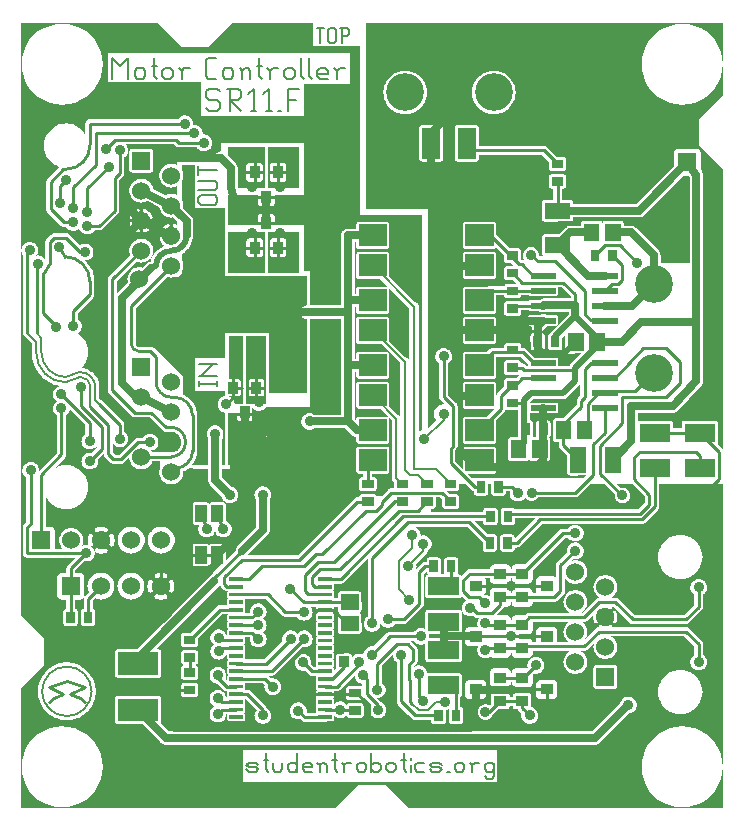
<source format=gbr>
G04 start of page 2 for group 0 idx 0 *
G04 Title: (unknown), component *
G04 Creator: pcb 1.99z *
G04 CreationDate: Thu 09 Sep 2010 15:44:30 GMT UTC *
G04 For: rbarlow *
G04 Format: Gerber/RS-274X *
G04 PCB-Dimensions: 236220 263780 *
G04 PCB-Coordinate-Origin: lower left *
%MOIN*%
%FSLAX25Y25*%
%LNFRONT*%
%ADD11C,0.0200*%
%ADD12C,0.0100*%
%ADD13C,0.0079*%
%ADD14C,0.0150*%
%ADD15C,0.0250*%
%ADD16C,0.0098*%
%ADD17C,0.0216*%
%ADD18C,0.0110*%
%ADD19C,0.0600*%
%ADD20C,0.0354*%
%ADD21C,0.1260*%
%ADD22C,0.0360*%
%ADD23C,0.0360*%
%ADD24R,0.0750X0.0750*%
%ADD25R,0.0283X0.0283*%
%ADD26R,0.0118X0.0118*%
%ADD27R,0.0600X0.0600*%
%ADD28R,0.0740X0.0740*%
%ADD29R,0.0200X0.0200*%
%ADD30R,0.0530X0.0530*%
%ADD31R,0.0512X0.0512*%
%ADD32R,0.0340X0.0340*%
%ADD33R,0.0394X0.0394*%
%ADD34C,0.0350*%
%ADD35C,0.1280*%
%ADD36C,0.0197*%
G54D11*G36*
X129134Y262798D02*X137795D01*
Y228750D01*
X134730Y228744D01*
X134577Y228707D01*
X134432Y228647D01*
X134298Y228565D01*
X134179Y228463D01*
X134077Y228344D01*
X133995Y228210D01*
X133935Y228065D01*
X133898Y227912D01*
X133886Y227756D01*
X133898Y217364D01*
X133935Y217211D01*
X133995Y217066D01*
X134077Y216932D01*
X134179Y216813D01*
X134298Y216711D01*
X134432Y216629D01*
X134577Y216569D01*
X134730Y216532D01*
X134886Y216520D01*
X137795Y216526D01*
Y200592D01*
X129134D01*
Y232267D01*
X130276Y232357D01*
X131390Y232624D01*
X132448Y233063D01*
X133425Y233661D01*
X134296Y234405D01*
X135040Y235276D01*
X135638Y236253D01*
X136077Y237311D01*
X136344Y238425D01*
X136434Y239567D01*
X136344Y240709D01*
X136077Y241823D01*
X135638Y242881D01*
X135040Y243858D01*
X134296Y244729D01*
X133425Y245473D01*
X132448Y246071D01*
X131390Y246510D01*
X130276Y246777D01*
X129134Y246867D01*
Y262798D01*
G37*
G36*
X116142D02*X129134D01*
Y246867D01*
X127992Y246777D01*
X126878Y246510D01*
X125820Y246071D01*
X124843Y245473D01*
X123972Y244729D01*
X123228Y243858D01*
X122630Y242881D01*
X122191Y241823D01*
X121924Y240709D01*
X121834Y239567D01*
X121924Y238425D01*
X122191Y237311D01*
X122630Y236253D01*
X123228Y235276D01*
X123972Y234405D01*
X124843Y233661D01*
X125820Y233063D01*
X126878Y232624D01*
X127992Y232357D01*
X129134Y232267D01*
Y200592D01*
X116142D01*
Y262798D01*
G37*
G36*
X118337Y134141D02*X121030Y134144D01*
X124717Y130457D01*
Y111025D01*
X124735Y110796D01*
X124789Y110573D01*
X124877Y110360D01*
X124997Y110164D01*
X125146Y109990D01*
X125268Y109885D01*
X125278Y107604D01*
X124409D01*
X124174Y107586D01*
X123945Y107531D01*
X123728Y107441D01*
X123527Y107318D01*
X123348Y107165D01*
X121303Y105120D01*
X119487D01*
X119428Y105216D01*
X119328Y105334D01*
X119210Y105434D01*
X119079Y105515D01*
X118936Y105574D01*
X118786Y105610D01*
X118632Y105622D01*
X118337Y105621D01*
Y106667D01*
X118786Y106668D01*
X118936Y106704D01*
X119079Y106763D01*
X119210Y106844D01*
X119328Y106944D01*
X119428Y107062D01*
X119509Y107193D01*
X119568Y107336D01*
X119604Y107486D01*
X119616Y107640D01*
X119604Y110626D01*
X119568Y110776D01*
X119509Y110919D01*
X119428Y111050D01*
X119328Y111168D01*
X119210Y111268D01*
X119079Y111349D01*
X118936Y111408D01*
X118786Y111444D01*
X118632Y111456D01*
X118337Y111455D01*
Y112487D01*
X123160Y112492D01*
X123281Y112521D01*
X123395Y112568D01*
X123500Y112632D01*
X123594Y112713D01*
X123675Y112807D01*
X123739Y112912D01*
X123786Y113026D01*
X123815Y113147D01*
X123825Y113270D01*
X123815Y120793D01*
X123786Y120914D01*
X123739Y121028D01*
X123675Y121133D01*
X123594Y121227D01*
X123500Y121308D01*
X123395Y121372D01*
X123281Y121419D01*
X123160Y121448D01*
X123037Y121458D01*
X118337Y121453D01*
Y122487D01*
X123160Y122492D01*
X123281Y122521D01*
X123395Y122568D01*
X123500Y122632D01*
X123594Y122713D01*
X123675Y122807D01*
X123739Y122912D01*
X123786Y123026D01*
X123815Y123147D01*
X123825Y123270D01*
X123815Y130793D01*
X123786Y130914D01*
X123739Y131028D01*
X123675Y131133D01*
X123594Y131227D01*
X123500Y131308D01*
X123395Y131372D01*
X123281Y131419D01*
X123160Y131448D01*
X123037Y131458D01*
X118337Y131453D01*
Y134141D01*
G37*
G36*
Y155794D02*X121146Y155797D01*
X127273Y149670D01*
Y131748D01*
X127216Y131815D01*
X127042Y131964D01*
X126846Y132084D01*
X126633Y132172D01*
X126558Y132190D01*
X123825Y134923D01*
Y134924D01*
X123815Y142447D01*
X123786Y142568D01*
X123739Y142682D01*
X123675Y142787D01*
X123594Y142881D01*
X123500Y142962D01*
X123395Y143026D01*
X123281Y143073D01*
X123160Y143102D01*
X123037Y143112D01*
X118337Y143107D01*
Y144141D01*
X123160Y144146D01*
X123281Y144175D01*
X123395Y144222D01*
X123500Y144286D01*
X123594Y144367D01*
X123675Y144461D01*
X123739Y144566D01*
X123786Y144680D01*
X123815Y144801D01*
X123825Y144924D01*
X123815Y152447D01*
X123786Y152568D01*
X123739Y152682D01*
X123675Y152787D01*
X123594Y152881D01*
X123500Y152962D01*
X123395Y153026D01*
X123281Y153073D01*
X123160Y153102D01*
X123037Y153112D01*
X118337Y153107D01*
Y155794D01*
G37*
G36*
Y177448D02*X120846Y177451D01*
X130423Y167874D01*
Y150425D01*
X130420Y150432D01*
X130283Y150655D01*
X130114Y150854D01*
X129915Y151023D01*
X129692Y151160D01*
X129451Y151260D01*
X129197Y151321D01*
X128945Y151340D01*
X123816Y156469D01*
X123825Y156577D01*
X123815Y164100D01*
X123786Y164221D01*
X123739Y164335D01*
X123675Y164440D01*
X123594Y164534D01*
X123500Y164615D01*
X123395Y164679D01*
X123281Y164726D01*
X123160Y164755D01*
X123037Y164765D01*
X118337Y164760D01*
Y165794D01*
X123160Y165799D01*
X123281Y165828D01*
X123395Y165875D01*
X123500Y165939D01*
X123594Y166020D01*
X123675Y166114D01*
X123739Y166219D01*
X123786Y166333D01*
X123815Y166454D01*
X123825Y166577D01*
X123815Y174100D01*
X123786Y174221D01*
X123739Y174335D01*
X123675Y174440D01*
X123594Y174534D01*
X123500Y174615D01*
X123395Y174679D01*
X123281Y174726D01*
X123160Y174755D01*
X123037Y174765D01*
X118337Y174760D01*
Y177448D01*
G37*
G36*
X134843Y198624D02*Y127157D01*
X134444Y127061D01*
X133980Y126869D01*
X133751Y126729D01*
Y168181D01*
X133731Y168441D01*
X133670Y168695D01*
X133570Y168936D01*
X133433Y169159D01*
X133264Y169358D01*
X133065Y169527D01*
X132842Y169664D01*
X132601Y169764D01*
X132435Y169804D01*
X123825Y178414D01*
X123815Y185754D01*
X123786Y185875D01*
X123739Y185989D01*
X123675Y186094D01*
X123594Y186188D01*
X123500Y186269D01*
X123395Y186333D01*
X123281Y186380D01*
X123160Y186409D01*
X123037Y186419D01*
X118337Y186414D01*
Y187448D01*
X123160Y187453D01*
X123281Y187482D01*
X123395Y187529D01*
X123500Y187593D01*
X123594Y187674D01*
X123675Y187768D01*
X123739Y187873D01*
X123786Y187987D01*
X123815Y188108D01*
X123825Y188231D01*
X123815Y195754D01*
X123786Y195875D01*
X123739Y195989D01*
X123675Y196094D01*
X123594Y196188D01*
X123500Y196269D01*
X123395Y196333D01*
X123281Y196380D01*
X123160Y196409D01*
X123037Y196419D01*
X118337Y196414D01*
Y198624D01*
X134843D01*
G37*
G36*
X118337Y111455D02*X118232D01*
Y112487D01*
X118337D01*
Y111455D01*
G37*
G36*
Y196414D02*X113514Y196409D01*
X113393Y196380D01*
X113279Y196333D01*
X113174Y196269D01*
X113080Y196188D01*
X112999Y196094D01*
X112935Y195989D01*
X112888Y195875D01*
X112859Y195754D01*
X112849Y195631D01*
X112851Y194181D01*
X110039D01*
X109687Y194153D01*
X109344Y194071D01*
X109018Y193936D01*
X108716Y193751D01*
X108448Y193522D01*
X108219Y193254D01*
X108034Y192952D01*
X107899Y192626D01*
X107817Y192283D01*
X107789Y191931D01*
Y168590D01*
X97441D01*
Y198624D01*
X118337D01*
Y196414D01*
G37*
G36*
Y105621D02*X114678Y105610D01*
X114528Y105574D01*
X114385Y105515D01*
X114254Y105434D01*
X114136Y105334D01*
X114036Y105216D01*
X113977Y105120D01*
X97441D01*
Y127138D01*
X97682Y127157D01*
X98109Y127260D01*
X98515Y127428D01*
X98890Y127658D01*
X98908Y127673D01*
X109108D01*
X111395Y125386D01*
X111401Y125379D01*
X111669Y125150D01*
X111971Y124965D01*
X112297Y124830D01*
X112640Y124748D01*
X112857Y124731D01*
X112859Y123147D01*
X112888Y123026D01*
X112935Y122912D01*
X112999Y122807D01*
X113080Y122713D01*
X113174Y122632D01*
X113279Y122568D01*
X113393Y122521D01*
X113514Y122492D01*
X113637Y122482D01*
X118337Y122487D01*
Y121453D01*
X113514Y121448D01*
X113393Y121419D01*
X113279Y121372D01*
X113174Y121308D01*
X113080Y121227D01*
X112999Y121133D01*
X112935Y121028D01*
X112888Y120914D01*
X112859Y120793D01*
X112849Y120670D01*
X112859Y113147D01*
X112888Y113026D01*
X112935Y112912D01*
X112999Y112807D01*
X113080Y112713D01*
X113174Y112632D01*
X113279Y112568D01*
X113393Y112521D01*
X113514Y112492D01*
X113637Y112482D01*
X115232Y112484D01*
Y111446D01*
X114678Y111444D01*
X114528Y111408D01*
X114385Y111349D01*
X114254Y111268D01*
X114136Y111168D01*
X114036Y111050D01*
X113955Y110919D01*
X113896Y110776D01*
X113860Y110626D01*
X113848Y110472D01*
X113860Y107486D01*
X113896Y107336D01*
X113955Y107193D01*
X114036Y107062D01*
X114136Y106944D01*
X114254Y106844D01*
X114385Y106763D01*
X114528Y106704D01*
X114678Y106668D01*
X114832Y106656D01*
X118337Y106667D01*
Y105621D01*
G37*
G36*
Y143107D02*X113514Y143102D01*
X113393Y143073D01*
X113279Y143026D01*
X113174Y142962D01*
X113080Y142881D01*
X112999Y142787D01*
X112935Y142682D01*
X112888Y142568D01*
X112859Y142447D01*
X112849Y142324D01*
X112859Y134801D01*
X112888Y134680D01*
X112935Y134566D01*
X112999Y134461D01*
X113080Y134367D01*
X113174Y134286D01*
X113279Y134222D01*
X113393Y134175D01*
X113514Y134146D01*
X113637Y134136D01*
X118337Y134141D01*
Y131453D01*
X113514Y131448D01*
X113393Y131419D01*
X113279Y131372D01*
X113174Y131308D01*
X113080Y131227D01*
X112999Y131133D01*
X112935Y131028D01*
X112888Y130914D01*
X112859Y130793D01*
X112849Y130670D01*
X112850Y130293D01*
X112289Y130854D01*
Y146374D01*
X112857D01*
X112859Y144801D01*
X112888Y144680D01*
X112935Y144566D01*
X112999Y144461D01*
X113080Y144367D01*
X113174Y144286D01*
X113279Y144222D01*
X113393Y144175D01*
X113514Y144146D01*
X113637Y144136D01*
X118337Y144141D01*
Y143107D01*
G37*
G36*
Y164760D02*X113514Y164755D01*
X113393Y164726D01*
X113279Y164679D01*
X113174Y164615D01*
X113080Y164534D01*
X112999Y164440D01*
X112935Y164335D01*
X112888Y164221D01*
X112859Y164100D01*
X112849Y163977D01*
X112859Y156454D01*
X112888Y156333D01*
X112935Y156219D01*
X112999Y156114D01*
X113080Y156020D01*
X113174Y155939D01*
X113279Y155875D01*
X113393Y155828D01*
X113514Y155799D01*
X113637Y155789D01*
X118337Y155794D01*
Y153107D01*
X113514Y153102D01*
X113393Y153073D01*
X113279Y153026D01*
X113174Y152962D01*
X113080Y152881D01*
X112999Y152787D01*
X112935Y152682D01*
X112888Y152568D01*
X112859Y152447D01*
X112849Y152324D01*
X112851Y150874D01*
X112289D01*
Y168027D01*
X112857D01*
X112859Y166454D01*
X112888Y166333D01*
X112935Y166219D01*
X112999Y166114D01*
X113080Y166020D01*
X113174Y165939D01*
X113279Y165875D01*
X113393Y165828D01*
X113514Y165799D01*
X113637Y165789D01*
X118337Y165794D01*
Y164760D01*
G37*
G36*
Y186414D02*X113514Y186409D01*
X113393Y186380D01*
X113279Y186333D01*
X113174Y186269D01*
X113080Y186188D01*
X112999Y186094D01*
X112935Y185989D01*
X112888Y185875D01*
X112859Y185754D01*
X112849Y185631D01*
X112859Y178108D01*
X112888Y177987D01*
X112935Y177873D01*
X112999Y177768D01*
X113080Y177674D01*
X113174Y177593D01*
X113279Y177529D01*
X113393Y177482D01*
X113514Y177453D01*
X113637Y177443D01*
X118337Y177448D01*
Y174760D01*
X113514Y174755D01*
X113393Y174726D01*
X113279Y174679D01*
X113174Y174615D01*
X113080Y174534D01*
X112999Y174440D01*
X112935Y174335D01*
X112888Y174221D01*
X112859Y174100D01*
X112849Y173977D01*
X112851Y172527D01*
X112289D01*
Y189681D01*
X112857D01*
X112859Y188108D01*
X112888Y187987D01*
X112935Y187873D01*
X112999Y187768D01*
X113080Y187674D01*
X113174Y187593D01*
X113279Y187529D01*
X113393Y187482D01*
X113514Y187453D01*
X113637Y187443D01*
X118337Y187448D01*
Y186414D01*
G37*
G36*
X107789Y164090D02*Y132173D01*
X98908D01*
X98890Y132188D01*
X98515Y132418D01*
X98109Y132586D01*
X97682Y132689D01*
X97441Y132708D01*
Y164090D01*
X107789D01*
G37*
G36*
X114173Y224214D02*Y196410D01*
X113514Y196409D01*
X113393Y196380D01*
X113279Y196333D01*
X113174Y196269D01*
X113080Y196188D01*
X112999Y196094D01*
X112935Y195989D01*
X112888Y195875D01*
X112859Y195754D01*
X112849Y195631D01*
X112851Y194181D01*
X110039D01*
X109687Y194153D01*
X109344Y194071D01*
X109018Y193936D01*
X108716Y193751D01*
X108448Y193522D01*
X108219Y193254D01*
X108034Y192952D01*
X107899Y192626D01*
X107817Y192283D01*
X107789Y191931D01*
Y179923D01*
X95472D01*
Y224214D01*
X114173D01*
G37*
G36*
X61024Y113978D02*X63498D01*
Y110435D01*
X63526Y110083D01*
X63608Y109740D01*
X63743Y109414D01*
X63928Y109112D01*
X64157Y108844D01*
X64164Y108838D01*
X67901Y105101D01*
X67903Y105076D01*
X68006Y104649D01*
X68174Y104243D01*
X68404Y103868D01*
X68689Y103534D01*
X69023Y103249D01*
X69398Y103019D01*
X69804Y102851D01*
X70231Y102748D01*
X70669Y102714D01*
X71107Y102748D01*
X71534Y102851D01*
X71940Y103019D01*
X72315Y103249D01*
X72649Y103534D01*
X72934Y103868D01*
X73164Y104243D01*
X73332Y104649D01*
X73435Y105076D01*
X73469Y105514D01*
X73435Y105952D01*
X73332Y106379D01*
X73164Y106785D01*
X72934Y107160D01*
X72649Y107494D01*
X72315Y107779D01*
X71940Y108009D01*
X71534Y108177D01*
X71107Y108280D01*
X71082Y108282D01*
X67998Y111366D01*
Y113978D01*
X76772D01*
Y91964D01*
X73212Y88404D01*
X72984Y88135D01*
X72799Y87834D01*
X72664Y87508D01*
X72582Y87165D01*
X72554Y86813D01*
X72563Y86695D01*
X69291Y83423D01*
X69283Y88514D01*
X69254Y88635D01*
X69207Y88749D01*
X69143Y88854D01*
X69062Y88948D01*
X68968Y89029D01*
X68863Y89093D01*
X68749Y89140D01*
X68628Y89169D01*
X68505Y89179D01*
X64444Y89169D01*
X64323Y89140D01*
X64209Y89093D01*
X64104Y89029D01*
X64010Y88948D01*
X63929Y88854D01*
X63865Y88749D01*
X63818Y88635D01*
X63789Y88514D01*
X63779Y88391D01*
X63789Y82362D01*
X63818Y82241D01*
X63865Y82127D01*
X63929Y82022D01*
X64010Y81928D01*
X64104Y81847D01*
X64151Y81818D01*
X64068Y81680D01*
X63964Y81468D01*
X63894Y81244D01*
X63859Y81011D01*
X63861Y80776D01*
X63900Y80544D01*
X63975Y80321D01*
X64084Y80112D01*
X64224Y79923D01*
X64392Y79758D01*
X64584Y79622D01*
X64795Y79517D01*
X65019Y79447D01*
X65252Y79412D01*
X65280D01*
X64490Y78622D01*
X64374Y78487D01*
X64228Y78397D01*
X63960Y78168D01*
X61024Y75232D01*
Y81702D01*
X63116Y81707D01*
X63237Y81736D01*
X63351Y81783D01*
X63456Y81847D01*
X63550Y81928D01*
X63631Y82022D01*
X63695Y82127D01*
X63742Y82241D01*
X63771Y82362D01*
X63781Y82485D01*
X63771Y88514D01*
X63742Y88635D01*
X63695Y88749D01*
X63631Y88854D01*
X63550Y88948D01*
X63456Y89029D01*
X63351Y89093D01*
X63237Y89140D01*
X63116Y89169D01*
X62993Y89179D01*
X61024Y89174D01*
Y92105D01*
X61346Y91830D01*
X61721Y91600D01*
X62127Y91432D01*
X62554Y91329D01*
X62992Y91295D01*
X63430Y91329D01*
X63857Y91432D01*
X64263Y91600D01*
X64638Y91830D01*
X64972Y92115D01*
X65257Y92449D01*
X65487Y92824D01*
X65655Y93230D01*
X65748Y93616D01*
X65841Y93230D01*
X66009Y92824D01*
X66239Y92449D01*
X66524Y92115D01*
X66858Y91830D01*
X67233Y91600D01*
X67639Y91432D01*
X68066Y91329D01*
X68504Y91295D01*
X68942Y91329D01*
X69369Y91432D01*
X69775Y91600D01*
X70150Y91830D01*
X70484Y92115D01*
X70769Y92449D01*
X70999Y92824D01*
X71167Y93230D01*
X71270Y93657D01*
X71304Y94095D01*
X71270Y94533D01*
X71167Y94960D01*
X70999Y95366D01*
X70769Y95741D01*
X70484Y96075D01*
X70150Y96360D01*
X69775Y96590D01*
X69369Y96758D01*
X69292Y96777D01*
X69283Y102294D01*
X69254Y102415D01*
X69207Y102529D01*
X69143Y102634D01*
X69062Y102728D01*
X68968Y102809D01*
X68863Y102873D01*
X68749Y102920D01*
X68628Y102949D01*
X68505Y102959D01*
X64444Y102949D01*
X64323Y102920D01*
X64209Y102873D01*
X64104Y102809D01*
X64010Y102728D01*
X63929Y102634D01*
X63865Y102529D01*
X63818Y102415D01*
X63789Y102294D01*
X63779Y102171D01*
X63788Y96775D01*
X63780Y96777D01*
X63771Y102294D01*
X63742Y102415D01*
X63695Y102529D01*
X63631Y102634D01*
X63550Y102728D01*
X63456Y102809D01*
X63351Y102873D01*
X63237Y102920D01*
X63116Y102949D01*
X62993Y102959D01*
X61024Y102954D01*
Y113978D01*
G37*
G36*
X51331Y108970D02*X51768Y109004D01*
X52378Y109151D01*
X52958Y109391D01*
X53493Y109719D01*
X53970Y110127D01*
X54378Y110604D01*
X54706Y111139D01*
X54946Y111719D01*
X55093Y112329D01*
X55142Y112955D01*
X55112Y113343D01*
X55605Y113548D01*
X56163Y113838D01*
X56383Y113978D01*
X61024D01*
Y102954D01*
X58932Y102949D01*
X58811Y102920D01*
X58697Y102873D01*
X58592Y102809D01*
X58498Y102728D01*
X58417Y102634D01*
X58353Y102529D01*
X58306Y102415D01*
X58277Y102294D01*
X58267Y102171D01*
X58277Y96142D01*
X58306Y96021D01*
X58353Y95907D01*
X58417Y95802D01*
X58498Y95708D01*
X58592Y95627D01*
X58697Y95563D01*
X58811Y95516D01*
X58932Y95487D01*
X59055Y95477D01*
X60567Y95481D01*
X60497Y95366D01*
X60329Y94960D01*
X60226Y94533D01*
X60192Y94095D01*
X60226Y93657D01*
X60329Y93230D01*
X60497Y92824D01*
X60727Y92449D01*
X61012Y92115D01*
X61024Y92105D01*
Y89174D01*
X58932Y89169D01*
X58811Y89140D01*
X58697Y89093D01*
X58592Y89029D01*
X58498Y88948D01*
X58417Y88854D01*
X58353Y88749D01*
X58306Y88635D01*
X58277Y88514D01*
X58267Y88391D01*
X58277Y82362D01*
X58306Y82241D01*
X58353Y82127D01*
X58417Y82022D01*
X58498Y81928D01*
X58592Y81847D01*
X58697Y81783D01*
X58811Y81736D01*
X58932Y81707D01*
X59055Y81697D01*
X61024Y81702D01*
Y75232D01*
X51331Y65539D01*
Y72862D01*
X51375Y72870D01*
X51486Y72907D01*
X51591Y72962D01*
X51686Y73032D01*
X51768Y73116D01*
X51836Y73212D01*
X51889Y73317D01*
X52031Y73724D01*
X52134Y74144D01*
X52196Y74571D01*
X52217Y75002D01*
X52196Y75434D01*
X52134Y75861D01*
X52031Y76281D01*
X51889Y76688D01*
X51835Y76793D01*
X51767Y76889D01*
X51685Y76973D01*
X51590Y77043D01*
X51486Y77097D01*
X51374Y77134D01*
X51331Y77141D01*
Y87586D01*
X51438Y87711D01*
X51807Y88313D01*
X52077Y88965D01*
X52242Y89652D01*
X52297Y90356D01*
X52242Y91060D01*
X52077Y91747D01*
X51807Y92399D01*
X51438Y93001D01*
X51331Y93126D01*
Y108970D01*
G37*
G36*
Y65539D02*X48589Y62797D01*
X47717D01*
Y70502D01*
X48148Y70523D01*
X48575Y70585D01*
X48995Y70688D01*
X49402Y70830D01*
X49507Y70884D01*
X49603Y70952D01*
X49687Y71034D01*
X49757Y71129D01*
X49811Y71233D01*
X49848Y71345D01*
X49868Y71461D01*
X49869Y71578D01*
X49851Y71695D01*
X49816Y71807D01*
X49763Y71912D01*
X49695Y72008D01*
X49613Y72092D01*
X49518Y72162D01*
X49414Y72216D01*
X49302Y72253D01*
X49186Y72273D01*
X49069Y72274D01*
X48952Y72256D01*
X48840Y72221D01*
X48569Y72126D01*
X48289Y72058D01*
X48004Y72016D01*
X47717Y72002D01*
Y78002D01*
X48004Y77989D01*
X48289Y77947D01*
X48569Y77879D01*
X48840Y77784D01*
X48952Y77748D01*
X49069Y77730D01*
X49187Y77731D01*
X49303Y77751D01*
X49414Y77788D01*
X49519Y77843D01*
X49614Y77913D01*
X49696Y77997D01*
X49764Y78093D01*
X49817Y78198D01*
X49852Y78310D01*
X49870Y78427D01*
X49869Y78545D01*
X49849Y78661D01*
X49812Y78772D01*
X49757Y78877D01*
X49687Y78972D01*
X49603Y79054D01*
X49507Y79122D01*
X49402Y79175D01*
X48995Y79317D01*
X48575Y79420D01*
X48148Y79482D01*
X47717Y79502D01*
Y85862D01*
X47797Y85856D01*
X48501Y85911D01*
X49188Y86076D01*
X49840Y86346D01*
X50442Y86715D01*
X50979Y87174D01*
X51331Y87586D01*
Y77141D01*
X51258Y77154D01*
X51141Y77155D01*
X51024Y77137D01*
X50912Y77102D01*
X50807Y77049D01*
X50711Y76981D01*
X50627Y76899D01*
X50557Y76804D01*
X50503Y76700D01*
X50466Y76588D01*
X50446Y76472D01*
X50445Y76355D01*
X50463Y76238D01*
X50498Y76126D01*
X50593Y75855D01*
X50661Y75575D01*
X50703Y75290D01*
X50717Y75002D01*
X50703Y74715D01*
X50661Y74430D01*
X50593Y74150D01*
X50498Y73879D01*
X50462Y73767D01*
X50444Y73650D01*
X50445Y73532D01*
X50465Y73416D01*
X50502Y73305D01*
X50557Y73200D01*
X50627Y73105D01*
X50711Y73023D01*
X50807Y72955D01*
X50912Y72902D01*
X51024Y72867D01*
X51141Y72849D01*
X51259Y72850D01*
X51331Y72862D01*
Y65539D01*
G37*
G36*
X47717Y110912D02*X47906Y110604D01*
X48314Y110127D01*
X48791Y109719D01*
X49326Y109391D01*
X49906Y109151D01*
X50516Y109004D01*
X51142Y108955D01*
X51331Y108970D01*
Y93126D01*
X50979Y93538D01*
X50442Y93997D01*
X49840Y94366D01*
X49188Y94636D01*
X48501Y94801D01*
X47797Y94856D01*
X47717Y94850D01*
Y110912D01*
G37*
G36*
Y62797D02*X44291D01*
Y72850D01*
X44292D01*
X44409Y72868D01*
X44521Y72903D01*
X44626Y72956D01*
X44722Y73024D01*
X44806Y73106D01*
X44876Y73201D01*
X44930Y73305D01*
X44967Y73417D01*
X44987Y73533D01*
X44988Y73650D01*
X44970Y73767D01*
X44935Y73879D01*
X44840Y74150D01*
X44772Y74430D01*
X44730Y74715D01*
X44717Y75003D01*
X44730Y75290D01*
X44772Y75575D01*
X44840Y75855D01*
X44935Y76126D01*
X44971Y76238D01*
X44989Y76355D01*
X44988Y76473D01*
X44968Y76589D01*
X44931Y76700D01*
X44876Y76805D01*
X44806Y76900D01*
X44722Y76982D01*
X44626Y77050D01*
X44521Y77103D01*
X44409Y77138D01*
X44292Y77156D01*
X44291D01*
Y87553D01*
X44615Y87174D01*
X45152Y86715D01*
X45754Y86346D01*
X46406Y86076D01*
X47093Y85911D01*
X47717Y85862D01*
Y79502D01*
X47285Y79482D01*
X46858Y79420D01*
X46438Y79317D01*
X46031Y79175D01*
X45926Y79121D01*
X45830Y79053D01*
X45746Y78971D01*
X45676Y78876D01*
X45622Y78772D01*
X45585Y78660D01*
X45565Y78544D01*
X45564Y78427D01*
X45582Y78310D01*
X45617Y78198D01*
X45670Y78093D01*
X45738Y77997D01*
X45820Y77913D01*
X45915Y77843D01*
X46019Y77789D01*
X46131Y77752D01*
X46247Y77732D01*
X46364Y77731D01*
X46481Y77749D01*
X46593Y77784D01*
X46864Y77879D01*
X47144Y77947D01*
X47429Y77989D01*
X47717Y78002D01*
Y72002D01*
X47716D01*
X47429Y72016D01*
X47144Y72058D01*
X46864Y72126D01*
X46593Y72221D01*
X46481Y72257D01*
X46364Y72275D01*
X46246Y72274D01*
X46130Y72254D01*
X46019Y72217D01*
X45914Y72162D01*
X45819Y72092D01*
X45737Y72008D01*
X45669Y71912D01*
X45616Y71807D01*
X45581Y71695D01*
X45563Y71578D01*
X45564Y71460D01*
X45584Y71344D01*
X45621Y71233D01*
X45676Y71128D01*
X45746Y71033D01*
X45830Y70951D01*
X45926Y70883D01*
X46031Y70830D01*
X46438Y70688D01*
X46858Y70585D01*
X47285Y70523D01*
X47716Y70502D01*
X47717D01*
Y62797D01*
G37*
G36*
X44291Y113978D02*X47287D01*
X47191Y113581D01*
X47142Y112955D01*
X47191Y112329D01*
X47338Y111719D01*
X47578Y111139D01*
X47717Y110912D01*
Y94850D01*
X47093Y94801D01*
X46406Y94636D01*
X45754Y94366D01*
X45152Y93997D01*
X44615Y93538D01*
X44291Y93159D01*
Y113978D01*
G37*
G36*
X984Y174018D02*X1650D01*
Y159451D01*
X1668Y159216D01*
X1723Y158987D01*
X1813Y158770D01*
X1936Y158569D01*
X2089Y158390D01*
X2268Y158237D01*
X2469Y158114D01*
X2549Y158081D01*
X4709Y155921D01*
Y152954D01*
X4752Y151958D01*
X4882Y150969D01*
X5098Y149995D01*
X5398Y149044D01*
X5780Y148123D01*
X6240Y147238D01*
X6776Y146397D01*
X7383Y145606D01*
X8057Y144870D01*
X8793Y144196D01*
X9584Y143589D01*
X10425Y143053D01*
X11310Y142593D01*
X12231Y142211D01*
X13182Y141911D01*
X14038Y141721D01*
X13702Y141640D01*
X13296Y141472D01*
X12921Y141242D01*
X12587Y140957D01*
X12302Y140623D01*
X12072Y140248D01*
X11904Y139842D01*
X11801Y139415D01*
X11767Y138977D01*
X11801Y138539D01*
X11904Y138112D01*
X12072Y137706D01*
X12302Y137331D01*
X12587Y136997D01*
X12921Y136712D01*
X13080Y136614D01*
X12921Y136517D01*
X12587Y136232D01*
X12302Y135898D01*
X12072Y135523D01*
X11904Y135117D01*
X11801Y134690D01*
X11767Y134252D01*
X11801Y133814D01*
X11904Y133387D01*
X12072Y132981D01*
X12302Y132606D01*
X12587Y132272D01*
X12921Y131987D01*
X13067Y131897D01*
X13068Y120868D01*
X984D01*
Y174018D01*
G37*
G36*
X25508Y175002D02*X29996D01*
X29997Y140356D01*
X29999Y140337D01*
X30016Y140122D01*
X30070Y139893D01*
X30160Y139676D01*
X30283Y139475D01*
X30436Y139296D01*
X37910Y131822D01*
X37916Y131815D01*
X38095Y131662D01*
X38296Y131539D01*
X38513Y131449D01*
X38742Y131394D01*
X38977Y131376D01*
X43867D01*
X48342Y126901D01*
X48348Y126894D01*
X48527Y126741D01*
X48728Y126618D01*
X48945Y126528D01*
X49174Y126473D01*
X49409Y126455D01*
X51181D01*
X51462Y126443D01*
X51741Y126407D01*
X52015Y126346D01*
X52284Y126261D01*
X52543Y126153D01*
X52793Y126023D01*
X53030Y125872D01*
X53253Y125701D01*
X53461Y125511D01*
X53651Y125303D01*
X53822Y125080D01*
X53973Y124843D01*
X54103Y124593D01*
X54211Y124334D01*
X54296Y124065D01*
X54357Y123791D01*
X54393Y123512D01*
X54406Y123230D01*
Y122837D01*
X54393Y122556D01*
X54357Y122277D01*
X54296Y122003D01*
X54211Y121734D01*
X54103Y121475D01*
X53973Y121225D01*
X53822Y120988D01*
X53651Y120765D01*
X53461Y120557D01*
X53253Y120367D01*
X53030Y120196D01*
X52793Y120045D01*
X52543Y119915D01*
X52284Y119807D01*
X52015Y119722D01*
X51741Y119661D01*
X51462Y119625D01*
X51180Y119612D01*
X44772D01*
X44706Y119771D01*
X44407Y120259D01*
X44533Y120269D01*
X44960Y120372D01*
X45366Y120540D01*
X45740Y120770D01*
X46074Y121055D01*
X46359Y121389D01*
X46589Y121763D01*
X46757Y122169D01*
X46860Y122596D01*
X46894Y123034D01*
X46860Y123472D01*
X46757Y123899D01*
X46589Y124305D01*
X46359Y124679D01*
X46074Y125013D01*
X45740Y125298D01*
X45366Y125528D01*
X44960Y125696D01*
X44533Y125799D01*
X44095Y125833D01*
X43657Y125799D01*
X43230Y125696D01*
X42824Y125528D01*
X42450Y125298D01*
X42116Y125013D01*
X41831Y124679D01*
X41737Y124526D01*
X40171D01*
X40158Y124527D01*
X39924Y124509D01*
X39697Y124454D01*
X39480Y124365D01*
X39280Y124242D01*
X39102Y124090D01*
X33829Y118817D01*
X32509D01*
X31618Y119708D01*
Y122851D01*
X31791Y122570D01*
X32076Y122236D01*
X32410Y121951D01*
X32784Y121721D01*
X33190Y121553D01*
X33617Y121450D01*
X34055Y121416D01*
X34493Y121450D01*
X34920Y121553D01*
X35326Y121721D01*
X35700Y121951D01*
X36034Y122236D01*
X36319Y122570D01*
X36549Y122944D01*
X36717Y123350D01*
X36820Y123777D01*
X36854Y124215D01*
X36820Y124653D01*
X36717Y125080D01*
X36549Y125486D01*
X36319Y125860D01*
X36034Y126194D01*
X35700Y126479D01*
X35547Y126573D01*
Y128644D01*
X35555Y128743D01*
X35536Y128977D01*
X35481Y129206D01*
X35391Y129424D01*
X35268Y129624D01*
X35115Y129803D01*
X28029Y136890D01*
X27851Y137042D01*
X27651Y137165D01*
X27571Y137198D01*
X27182Y137587D01*
Y141734D01*
X27165Y141952D01*
X27163Y141960D01*
X27158Y142072D01*
X27089Y142601D01*
X26973Y143122D01*
X26813Y143631D01*
X26608Y144124D01*
X26362Y144598D01*
X26075Y145048D01*
X25750Y145471D01*
X25390Y145865D01*
X24996Y146225D01*
X24573Y146550D01*
X24123Y146837D01*
X23649Y147083D01*
X23156Y147288D01*
X22647Y147448D01*
X22126Y147564D01*
X21597Y147633D01*
X21287Y147646D01*
X21375Y147722D01*
X22129Y148605D01*
X22735Y149595D01*
X23180Y150668D01*
X23451Y151797D01*
X23542Y152955D01*
X23451Y154113D01*
X23180Y155242D01*
X22735Y156315D01*
X22129Y157305D01*
X21375Y158188D01*
X20492Y158942D01*
X19826Y159349D01*
X20150Y159548D01*
X20484Y159833D01*
X20769Y160167D01*
X20999Y160542D01*
X21167Y160948D01*
X21270Y161375D01*
X21304Y161813D01*
X21270Y162251D01*
X21167Y162678D01*
X20999Y163084D01*
X20769Y163459D01*
X20484Y163793D01*
X20150Y164078D01*
X19996Y164172D01*
Y166116D01*
X25071Y171191D01*
X25224Y171368D01*
X25347Y171568D01*
X25436Y171785D01*
X25491Y172012D01*
X25509Y172246D01*
X25508Y172259D01*
Y175002D01*
G37*
G36*
X44103Y26529D02*X47244Y23393D01*
Y22443D01*
X44103D01*
Y26529D01*
G37*
G36*
Y44489D02*X47061Y44492D01*
X47211Y44528D01*
X47244Y44542D01*
Y38366D01*
X47172Y38396D01*
X47022Y38432D01*
X46868Y38444D01*
X44103Y38442D01*
Y44489D01*
G37*
G36*
Y87797D02*X44156Y87711D01*
X44615Y87174D01*
X45152Y86715D01*
X45754Y86346D01*
X46406Y86076D01*
X47093Y85911D01*
X47244Y85899D01*
Y79476D01*
X46858Y79420D01*
X46438Y79317D01*
X46031Y79175D01*
X45926Y79121D01*
X45830Y79053D01*
X45746Y78971D01*
X45676Y78876D01*
X45622Y78772D01*
X45585Y78660D01*
X45565Y78544D01*
X45564Y78427D01*
X45582Y78310D01*
X45617Y78198D01*
X45670Y78093D01*
X45738Y77997D01*
X45820Y77913D01*
X45915Y77843D01*
X46019Y77789D01*
X46131Y77752D01*
X46247Y77732D01*
X46364Y77731D01*
X46481Y77749D01*
X46593Y77784D01*
X46864Y77879D01*
X47144Y77947D01*
X47244Y77962D01*
Y72043D01*
X47144Y72058D01*
X46864Y72126D01*
X46593Y72221D01*
X46481Y72257D01*
X46364Y72275D01*
X46246Y72274D01*
X46130Y72254D01*
X46019Y72217D01*
X45914Y72162D01*
X45819Y72092D01*
X45737Y72008D01*
X45669Y71912D01*
X45616Y71807D01*
X45581Y71695D01*
X45563Y71578D01*
X45564Y71460D01*
X45584Y71344D01*
X45621Y71233D01*
X45676Y71128D01*
X45746Y71033D01*
X45830Y70951D01*
X45926Y70883D01*
X46031Y70830D01*
X46438Y70688D01*
X46858Y70585D01*
X47244Y70529D01*
Y61452D01*
X44103Y58311D01*
Y72863D01*
X44175Y72851D01*
X44292Y72850D01*
X44409Y72868D01*
X44521Y72903D01*
X44626Y72956D01*
X44722Y73024D01*
X44806Y73106D01*
X44876Y73201D01*
X44930Y73305D01*
X44967Y73417D01*
X44987Y73533D01*
X44988Y73650D01*
X44970Y73767D01*
X44935Y73879D01*
X44840Y74150D01*
X44772Y74430D01*
X44730Y74715D01*
X44717Y75003D01*
X44730Y75290D01*
X44772Y75575D01*
X44840Y75855D01*
X44935Y76126D01*
X44971Y76238D01*
X44989Y76355D01*
X44988Y76473D01*
X44968Y76589D01*
X44931Y76700D01*
X44876Y76805D01*
X44806Y76900D01*
X44722Y76982D01*
X44626Y77050D01*
X44521Y77103D01*
X44409Y77138D01*
X44292Y77156D01*
X44174Y77155D01*
X44103Y77143D01*
Y87797D01*
G37*
G36*
Y115282D02*X44378Y115604D01*
X44706Y116139D01*
X44902Y116612D01*
X47244D01*
Y113801D01*
X47191Y113581D01*
X47142Y112955D01*
X47191Y112329D01*
X47244Y112109D01*
Y94813D01*
X47093Y94801D01*
X46406Y94636D01*
X45754Y94366D01*
X45152Y93997D01*
X44615Y93538D01*
X44156Y93001D01*
X44103Y92915D01*
Y115282D01*
G37*
G36*
X37717Y28980D02*X41645Y28983D01*
X44103Y26529D01*
Y22443D01*
X37717D01*
Y28980D01*
G37*
G36*
Y44484D02*X44103Y44489D01*
Y38442D01*
X37717Y38436D01*
Y44484D01*
G37*
G36*
Y115912D02*X37906Y115604D01*
X38314Y115127D01*
X38791Y114719D01*
X39326Y114391D01*
X39906Y114151D01*
X40516Y114004D01*
X41142Y113955D01*
X41768Y114004D01*
X42378Y114151D01*
X42958Y114391D01*
X43493Y114719D01*
X43970Y115127D01*
X44103Y115282D01*
Y92915D01*
X43787Y92399D01*
X43517Y91747D01*
X43352Y91060D01*
X43297Y90356D01*
X43352Y89652D01*
X43517Y88965D01*
X43787Y88313D01*
X44103Y87797D01*
Y77143D01*
X44058Y77135D01*
X43947Y77098D01*
X43842Y77043D01*
X43747Y76973D01*
X43665Y76889D01*
X43597Y76793D01*
X43544Y76688D01*
X43402Y76281D01*
X43299Y75861D01*
X43237Y75434D01*
X43217Y75003D01*
X43237Y74571D01*
X43299Y74144D01*
X43402Y73724D01*
X43544Y73317D01*
X43598Y73212D01*
X43666Y73116D01*
X43748Y73032D01*
X43843Y72962D01*
X43947Y72908D01*
X44059Y72871D01*
X44103Y72863D01*
Y58311D01*
X39734Y53942D01*
X37717Y53940D01*
Y70502D01*
X38421Y70557D01*
X39108Y70722D01*
X39760Y70992D01*
X40362Y71361D01*
X40899Y71820D01*
X41358Y72357D01*
X41727Y72959D01*
X41997Y73611D01*
X42162Y74298D01*
X42217Y75002D01*
X42162Y75706D01*
X41997Y76393D01*
X41727Y77045D01*
X41358Y77647D01*
X40899Y78184D01*
X40362Y78643D01*
X39760Y79012D01*
X39108Y79282D01*
X38421Y79447D01*
X37717Y79502D01*
Y85862D01*
X37797Y85856D01*
X38501Y85911D01*
X39188Y86076D01*
X39840Y86346D01*
X40442Y86715D01*
X40979Y87174D01*
X41438Y87711D01*
X41807Y88313D01*
X42077Y88965D01*
X42242Y89652D01*
X42297Y90356D01*
X42242Y91060D01*
X42077Y91747D01*
X41807Y92399D01*
X41438Y93001D01*
X40979Y93538D01*
X40442Y93997D01*
X39840Y94366D01*
X39188Y94636D01*
X38501Y94801D01*
X37797Y94856D01*
X37717Y94850D01*
Y115912D01*
G37*
G36*
X31411D02*X31429Y115905D01*
X31657Y115851D01*
X31891Y115832D01*
X31903Y115833D01*
X34449D01*
X34682Y115851D01*
X34910Y115906D01*
X35126Y115996D01*
X35326Y116118D01*
X35504Y116270D01*
X37145Y117911D01*
X37191Y117329D01*
X37338Y116719D01*
X37578Y116139D01*
X37717Y115912D01*
Y94850D01*
X37093Y94801D01*
X36406Y94636D01*
X35754Y94366D01*
X35152Y93997D01*
X34615Y93538D01*
X34156Y93001D01*
X33787Y92399D01*
X33517Y91747D01*
X33352Y91060D01*
X33297Y90356D01*
X33352Y89652D01*
X33517Y88965D01*
X33787Y88313D01*
X34156Y87711D01*
X34615Y87174D01*
X35152Y86715D01*
X35754Y86346D01*
X36406Y86076D01*
X37093Y85911D01*
X37717Y85862D01*
Y79502D01*
X37013Y79447D01*
X36326Y79282D01*
X35674Y79012D01*
X35072Y78643D01*
X34535Y78184D01*
X34076Y77647D01*
X33707Y77045D01*
X33437Y76393D01*
X33272Y75706D01*
X33217Y75002D01*
X33272Y74298D01*
X33437Y73611D01*
X33707Y72959D01*
X34076Y72357D01*
X34535Y71820D01*
X35072Y71361D01*
X35674Y70992D01*
X36326Y70722D01*
X37013Y70557D01*
X37717Y70502D01*
Y53940D01*
X33253Y53936D01*
X33103Y53900D01*
X32960Y53841D01*
X32829Y53760D01*
X32711Y53660D01*
X32611Y53542D01*
X32530Y53411D01*
X32471Y53268D01*
X32435Y53118D01*
X32423Y52964D01*
X32435Y45310D01*
X32471Y45160D01*
X32530Y45017D01*
X32611Y44886D01*
X32711Y44768D01*
X32829Y44668D01*
X32960Y44587D01*
X33103Y44528D01*
X33253Y44492D01*
X33407Y44480D01*
X37717Y44484D01*
Y38436D01*
X33253Y38432D01*
X33103Y38396D01*
X32960Y38337D01*
X32829Y38256D01*
X32711Y38156D01*
X32611Y38038D01*
X32530Y37907D01*
X32471Y37764D01*
X32435Y37614D01*
X32423Y37460D01*
X32435Y29806D01*
X32471Y29656D01*
X32530Y29513D01*
X32611Y29382D01*
X32711Y29264D01*
X32829Y29164D01*
X32960Y29083D01*
X33103Y29024D01*
X33253Y28988D01*
X33407Y28976D01*
X37717Y28980D01*
Y22443D01*
X31411D01*
Y72443D01*
X31727Y72959D01*
X31997Y73611D01*
X32162Y74298D01*
X32217Y75002D01*
X32162Y75706D01*
X31997Y76393D01*
X31727Y77045D01*
X31411Y77561D01*
Y88216D01*
X31455Y88224D01*
X31566Y88261D01*
X31671Y88316D01*
X31766Y88386D01*
X31848Y88470D01*
X31916Y88566D01*
X31969Y88671D01*
X32111Y89078D01*
X32214Y89498D01*
X32276Y89925D01*
X32297Y90356D01*
X32276Y90788D01*
X32214Y91215D01*
X32111Y91635D01*
X31969Y92042D01*
X31915Y92147D01*
X31847Y92243D01*
X31765Y92327D01*
X31670Y92397D01*
X31566Y92451D01*
X31454Y92488D01*
X31411Y92495D01*
Y115912D01*
G37*
G36*
Y22443D02*X26621D01*
Y70651D01*
X27013Y70557D01*
X27717Y70502D01*
X28421Y70557D01*
X29108Y70722D01*
X29760Y70992D01*
X30362Y71361D01*
X30899Y71820D01*
X31358Y72357D01*
X31411Y72443D01*
Y22443D01*
G37*
G36*
X26621Y115729D02*X26679Y115869D01*
X26782Y116296D01*
X26816Y116734D01*
X26782Y117172D01*
X26742Y117340D01*
X28618Y119216D01*
Y119097D01*
X28636Y118862D01*
X28691Y118633D01*
X28781Y118416D01*
X28904Y118215D01*
X29057Y118036D01*
X29133Y117971D01*
X30834Y116270D01*
X31013Y116117D01*
X31213Y115995D01*
X31411Y115912D01*
Y92495D01*
X31338Y92508D01*
X31221Y92509D01*
X31104Y92491D01*
X30992Y92456D01*
X30887Y92403D01*
X30791Y92335D01*
X30707Y92253D01*
X30637Y92158D01*
X30583Y92054D01*
X30546Y91942D01*
X30526Y91826D01*
X30525Y91709D01*
X30543Y91592D01*
X30578Y91480D01*
X30673Y91209D01*
X30741Y90929D01*
X30783Y90644D01*
X30797Y90356D01*
X30783Y90069D01*
X30741Y89784D01*
X30673Y89504D01*
X30578Y89233D01*
X30542Y89121D01*
X30524Y89004D01*
X30525Y88886D01*
X30545Y88770D01*
X30582Y88659D01*
X30637Y88554D01*
X30707Y88459D01*
X30791Y88377D01*
X30887Y88309D01*
X30992Y88256D01*
X31104Y88221D01*
X31221Y88203D01*
X31339Y88204D01*
X31411Y88216D01*
Y77561D01*
X31358Y77647D01*
X30899Y78184D01*
X30362Y78643D01*
X29760Y79012D01*
X29108Y79282D01*
X28421Y79447D01*
X27717Y79502D01*
X27013Y79447D01*
X26621Y79353D01*
Y86017D01*
X26938Y85939D01*
X27365Y85877D01*
X27796Y85856D01*
X28228Y85877D01*
X28655Y85939D01*
X29075Y86042D01*
X29482Y86184D01*
X29587Y86238D01*
X29683Y86306D01*
X29767Y86388D01*
X29837Y86483D01*
X29891Y86587D01*
X29928Y86699D01*
X29948Y86815D01*
X29949Y86932D01*
X29931Y87049D01*
X29896Y87161D01*
X29843Y87266D01*
X29775Y87362D01*
X29693Y87446D01*
X29598Y87516D01*
X29494Y87570D01*
X29382Y87607D01*
X29266Y87627D01*
X29149Y87628D01*
X29032Y87610D01*
X28920Y87575D01*
X28649Y87480D01*
X28369Y87412D01*
X28084Y87370D01*
X27796Y87356D01*
X27509Y87370D01*
X27224Y87412D01*
X26944Y87480D01*
X26673Y87575D01*
X26621Y87592D01*
Y93122D01*
X26673Y93138D01*
X26944Y93233D01*
X27224Y93301D01*
X27509Y93343D01*
X27797Y93356D01*
X28084Y93343D01*
X28369Y93301D01*
X28649Y93233D01*
X28920Y93138D01*
X29032Y93102D01*
X29149Y93084D01*
X29267Y93085D01*
X29383Y93105D01*
X29494Y93142D01*
X29599Y93197D01*
X29694Y93267D01*
X29776Y93351D01*
X29844Y93447D01*
X29897Y93552D01*
X29932Y93664D01*
X29950Y93781D01*
X29949Y93899D01*
X29929Y94015D01*
X29892Y94126D01*
X29837Y94231D01*
X29767Y94326D01*
X29683Y94408D01*
X29587Y94476D01*
X29482Y94529D01*
X29075Y94671D01*
X28655Y94774D01*
X28228Y94836D01*
X27797Y94856D01*
X27365Y94836D01*
X26938Y94774D01*
X26621Y94696D01*
Y115729D01*
G37*
G36*
X16339Y61685D02*X19161Y61696D01*
X19311Y61732D01*
X19454Y61791D01*
X19585Y61872D01*
X19703Y61972D01*
X19803Y62090D01*
X19884Y62221D01*
X19943Y62364D01*
X19979Y62514D01*
X19991Y62668D01*
X19979Y66622D01*
X19943Y66772D01*
X19884Y66915D01*
X19803Y67046D01*
X19703Y67164D01*
X19585Y67264D01*
X19454Y67345D01*
X19311Y67404D01*
X19217Y67427D01*
Y70515D01*
X20952Y70520D01*
X21181Y70575D01*
X21398Y70665D01*
X21599Y70788D01*
X21778Y70941D01*
X21931Y71120D01*
X22054Y71321D01*
X22144Y71538D01*
X22199Y71767D01*
X22217Y72002D01*
X22199Y78237D01*
X22144Y78466D01*
X22054Y78683D01*
X21931Y78884D01*
X21778Y79063D01*
X21599Y79216D01*
X21398Y79339D01*
X21181Y79429D01*
X20952Y79484D01*
X20717Y79502D01*
X19217Y79498D01*
Y80288D01*
X22229Y83300D01*
X22397Y83260D01*
X22835Y83226D01*
X23273Y83260D01*
X23700Y83363D01*
X24106Y83531D01*
X24481Y83761D01*
X24815Y84046D01*
X25100Y84380D01*
X25330Y84755D01*
X25498Y85161D01*
X25601Y85588D01*
X25635Y86026D01*
X25601Y86464D01*
X25498Y86891D01*
X25330Y87297D01*
X25100Y87672D01*
X24815Y88006D01*
X24542Y88239D01*
X24601Y88257D01*
X24706Y88310D01*
X24802Y88378D01*
X24886Y88460D01*
X24956Y88555D01*
X25010Y88659D01*
X25047Y88771D01*
X25067Y88887D01*
X25068Y89004D01*
X25050Y89121D01*
X25015Y89233D01*
X24920Y89504D01*
X24852Y89784D01*
X24810Y90069D01*
X24797Y90357D01*
X24810Y90644D01*
X24852Y90929D01*
X24920Y91209D01*
X25015Y91480D01*
X25051Y91592D01*
X25069Y91709D01*
X25068Y91827D01*
X25048Y91943D01*
X25011Y92054D01*
X24956Y92159D01*
X24886Y92254D01*
X24802Y92336D01*
X24706Y92404D01*
X24601Y92457D01*
X24489Y92492D01*
X24372Y92510D01*
X24254Y92509D01*
X24138Y92489D01*
X24027Y92452D01*
X23922Y92397D01*
X23827Y92327D01*
X23745Y92243D01*
X23677Y92147D01*
X23624Y92042D01*
X23482Y91635D01*
X23379Y91215D01*
X23317Y90788D01*
X23297Y90357D01*
X23317Y89925D01*
X23379Y89498D01*
X23482Y89078D01*
X23610Y88711D01*
X23273Y88792D01*
X22835Y88826D01*
X22397Y88792D01*
X21970Y88689D01*
X21564Y88521D01*
X21197Y88296D01*
X21350Y88545D01*
X21590Y89124D01*
X21736Y89732D01*
X21785Y90356D01*
X21736Y90980D01*
X21590Y91588D01*
X21350Y92167D01*
X21023Y92700D01*
X20617Y93176D01*
X20141Y93582D01*
X19608Y93909D01*
X19029Y94149D01*
X18421Y94295D01*
X17797Y94344D01*
X17173Y94295D01*
X16565Y94149D01*
X16339Y94055D01*
Y100570D01*
X17300Y100646D01*
X18429Y100917D01*
X19502Y101362D01*
X20492Y101968D01*
X21375Y102722D01*
X22129Y103605D01*
X22735Y104595D01*
X23180Y105668D01*
X23451Y106797D01*
X23542Y107955D01*
X23451Y109113D01*
X23180Y110242D01*
X22735Y111315D01*
X22129Y112305D01*
X21375Y113188D01*
X20492Y113942D01*
X19502Y114548D01*
X18429Y114993D01*
X17300Y115264D01*
X16339Y115340D01*
Y132095D01*
X16547Y132272D01*
X16832Y132606D01*
X17062Y132981D01*
X17230Y133387D01*
X17333Y133814D01*
X17339Y133889D01*
X22516Y128712D01*
Y125782D01*
X22370Y125692D01*
X22036Y125407D01*
X21751Y125073D01*
X21521Y124698D01*
X21353Y124292D01*
X21250Y123865D01*
X21216Y123427D01*
X21250Y122989D01*
X21353Y122562D01*
X21521Y122156D01*
X21751Y121781D01*
X22036Y121447D01*
X22370Y121162D01*
X22745Y120932D01*
X23151Y120764D01*
X23578Y120661D01*
X24016Y120627D01*
X24454Y120661D01*
X24881Y120764D01*
X25287Y120932D01*
X25662Y121162D01*
X25996Y121447D01*
X26281Y121781D01*
X26453Y122061D01*
Y121293D01*
X24620Y119460D01*
X24454Y119500D01*
X24016Y119534D01*
X23578Y119500D01*
X23151Y119397D01*
X22745Y119229D01*
X22370Y118999D01*
X22036Y118714D01*
X21751Y118380D01*
X21521Y118005D01*
X21353Y117599D01*
X21250Y117172D01*
X21216Y116734D01*
X21250Y116296D01*
X21353Y115869D01*
X21521Y115463D01*
X21751Y115088D01*
X22036Y114754D01*
X22370Y114469D01*
X22745Y114239D01*
X23151Y114071D01*
X23578Y113968D01*
X24016Y113934D01*
X24454Y113968D01*
X24881Y114071D01*
X25287Y114239D01*
X25662Y114469D01*
X25996Y114754D01*
X26281Y115088D01*
X26511Y115463D01*
X26621Y115729D01*
Y94696D01*
X26518Y94671D01*
X26111Y94529D01*
X26006Y94475D01*
X25910Y94407D01*
X25826Y94325D01*
X25756Y94230D01*
X25702Y94126D01*
X25665Y94014D01*
X25645Y93898D01*
X25644Y93781D01*
X25662Y93664D01*
X25697Y93552D01*
X25750Y93447D01*
X25818Y93351D01*
X25900Y93267D01*
X25995Y93197D01*
X26099Y93143D01*
X26211Y93106D01*
X26327Y93086D01*
X26444Y93085D01*
X26561Y93103D01*
X26621Y93122D01*
Y87592D01*
X26561Y87611D01*
X26444Y87629D01*
X26326Y87628D01*
X26210Y87608D01*
X26099Y87571D01*
X25994Y87516D01*
X25899Y87446D01*
X25817Y87362D01*
X25749Y87266D01*
X25696Y87161D01*
X25661Y87049D01*
X25643Y86932D01*
X25644Y86814D01*
X25664Y86698D01*
X25701Y86587D01*
X25756Y86482D01*
X25826Y86387D01*
X25910Y86305D01*
X26006Y86237D01*
X26111Y86184D01*
X26518Y86042D01*
X26621Y86017D01*
Y79353D01*
X26326Y79282D01*
X25674Y79012D01*
X25072Y78643D01*
X24535Y78184D01*
X24076Y77647D01*
X23707Y77045D01*
X23437Y76393D01*
X23272Y75706D01*
X23217Y75002D01*
X23272Y74298D01*
X23437Y73611D01*
X23662Y73069D01*
X22364Y71771D01*
X22211Y71592D01*
X22088Y71391D01*
X21998Y71174D01*
X21943Y70945D01*
X21925Y70710D01*
Y67440D01*
X21855D01*
X21705Y67404D01*
X21562Y67345D01*
X21431Y67264D01*
X21313Y67164D01*
X21213Y67046D01*
X21132Y66915D01*
X21073Y66772D01*
X21037Y66622D01*
X21025Y66468D01*
X21037Y62514D01*
X21073Y62364D01*
X21132Y62221D01*
X21213Y62090D01*
X21313Y61972D01*
X21431Y61872D01*
X21562Y61791D01*
X21705Y61732D01*
X21855Y61696D01*
X22009Y61684D01*
X24995Y61696D01*
X25145Y61732D01*
X25288Y61791D01*
X25419Y61872D01*
X25537Y61972D01*
X25637Y62090D01*
X25718Y62221D01*
X25777Y62364D01*
X25813Y62514D01*
X25825Y62668D01*
X25813Y66622D01*
X25777Y66772D01*
X25718Y66915D01*
X25637Y67046D01*
X25537Y67164D01*
X25419Y67264D01*
X25288Y67345D01*
X25145Y67404D01*
X24995Y67440D01*
X24925Y67445D01*
Y70090D01*
X25782Y70947D01*
X26326Y70722D01*
X26621Y70651D01*
Y22443D01*
X25843D01*
X25686Y22699D01*
X24310Y24310D01*
X22699Y25686D01*
X20893Y26793D01*
X18936Y27603D01*
X16876Y28098D01*
X16339Y28140D01*
Y30316D01*
X17177Y30353D01*
X18012Y30463D01*
X18833Y30645D01*
X19636Y30898D01*
X20413Y31220D01*
X21160Y31609D01*
X21870Y32061D01*
X22537Y32573D01*
X23158Y33142D01*
X23727Y33763D01*
X24239Y34430D01*
X24691Y35140D01*
X25080Y35887D01*
X25402Y36664D01*
X25655Y37467D01*
X25837Y38288D01*
X25947Y39123D01*
X25984Y39963D01*
Y39964D01*
X25947Y40804D01*
X25837Y41638D01*
X25655Y42460D01*
X25402Y43262D01*
X25080Y44040D01*
X24691Y44786D01*
X24239Y45496D01*
X23727Y46163D01*
X23159Y46784D01*
X22538Y47352D01*
X21871Y47864D01*
X21161Y48316D01*
X20415Y48705D01*
X19637Y49027D01*
X18835Y49280D01*
X18013Y49462D01*
X17179Y49572D01*
X16339Y49608D01*
Y61685D01*
G37*
G36*
Y84526D02*X19213D01*
X16656Y81969D01*
X16503Y81790D01*
X16380Y81589D01*
X16339Y81490D01*
Y84526D01*
G37*
G36*
Y115340D02*X16142Y115355D01*
X14984Y115264D01*
X13855Y114993D01*
X12782Y114548D01*
X11914Y114016D01*
X15643Y117855D01*
X15794Y118035D01*
X15915Y118238D01*
X16002Y118457D01*
X16041Y118632D01*
X16049Y118666D01*
Y118669D01*
X16053Y118686D01*
X16065Y118881D01*
X16067Y118901D01*
Y118905D01*
X16068Y118921D01*
X16067Y118932D01*
X16066Y131897D01*
X16213Y131987D01*
X16339Y132095D01*
Y115340D01*
G37*
G36*
Y94055D02*X15986Y93909D01*
X15453Y93582D01*
X14977Y93176D01*
X14571Y92700D01*
X14244Y92167D01*
X14004Y91588D01*
X13858Y90980D01*
X13809Y90356D01*
X13858Y89732D01*
X14004Y89124D01*
X14244Y88545D01*
X14571Y88012D01*
X14977Y87536D01*
X14989Y87526D01*
X12297D01*
X12279Y93591D01*
X12224Y93820D01*
X12134Y94037D01*
X12011Y94238D01*
X11858Y94417D01*
X11679Y94570D01*
X11478Y94693D01*
X11261Y94783D01*
X11032Y94838D01*
X10797Y94856D01*
X9374Y94852D01*
Y105017D01*
X9549Y104595D01*
X10155Y103605D01*
X10909Y102722D01*
X11792Y101968D01*
X12782Y101362D01*
X13855Y100917D01*
X14984Y100646D01*
X16142Y100555D01*
X16339Y100570D01*
Y94055D01*
G37*
G36*
X984Y136813D02*X12803D01*
X12921Y136712D01*
X13080Y136614D01*
X12921Y136517D01*
X12587Y136232D01*
X12302Y135898D01*
X12072Y135523D01*
X11904Y135117D01*
X11801Y134690D01*
X11767Y134252D01*
X11801Y133814D01*
X11904Y133387D01*
X12072Y132981D01*
X12302Y132606D01*
X12587Y132272D01*
X12921Y131987D01*
X13067Y131897D01*
X13068Y119510D01*
X7116Y113383D01*
X7131Y113585D01*
X7097Y114023D01*
X6994Y114450D01*
X6826Y114856D01*
X6596Y115231D01*
X6311Y115565D01*
X5977Y115850D01*
X5602Y116080D01*
X5196Y116248D01*
X4769Y116351D01*
X4331Y116385D01*
X3893Y116351D01*
X3466Y116248D01*
X3060Y116080D01*
X2685Y115850D01*
X2351Y115565D01*
X2066Y115231D01*
X1836Y114856D01*
X1668Y114450D01*
X1565Y114023D01*
X1531Y113585D01*
X1565Y113147D01*
X1668Y112720D01*
X1836Y112314D01*
X2066Y111939D01*
X2351Y111605D01*
X2685Y111320D01*
X2831Y111230D01*
Y96490D01*
X2089Y95748D01*
X1936Y95569D01*
X1813Y95368D01*
X1723Y95151D01*
X1668Y94922D01*
X1650Y94687D01*
Y86026D01*
X1668Y85791D01*
X1723Y85562D01*
X1813Y85345D01*
X1936Y85144D01*
X2089Y84965D01*
X2268Y84812D01*
X2469Y84689D01*
X2686Y84599D01*
X2915Y84544D01*
X3150Y84526D01*
X16339D01*
Y81490D01*
X16290Y81372D01*
X16235Y81143D01*
X16217Y80908D01*
Y79489D01*
X14482Y79484D01*
X14253Y79429D01*
X14036Y79339D01*
X13835Y79216D01*
X13656Y79063D01*
X13503Y78884D01*
X13380Y78683D01*
X13290Y78466D01*
X13235Y78237D01*
X13217Y78002D01*
X13235Y71767D01*
X13290Y71538D01*
X13380Y71321D01*
X13503Y71120D01*
X13656Y70941D01*
X13835Y70788D01*
X14036Y70665D01*
X14253Y70575D01*
X14482Y70520D01*
X14717Y70502D01*
X16217Y70506D01*
Y67441D01*
X16021Y67440D01*
X15871Y67404D01*
X15728Y67345D01*
X15597Y67264D01*
X15479Y67164D01*
X15379Y67046D01*
X15298Y66915D01*
X15239Y66772D01*
X15203Y66622D01*
X15191Y66468D01*
X15203Y62514D01*
X15239Y62364D01*
X15298Y62221D01*
X15379Y62090D01*
X15479Y61972D01*
X15597Y61872D01*
X15728Y61791D01*
X15871Y61732D01*
X16021Y61696D01*
X16175Y61684D01*
X16339Y61685D01*
Y49608D01*
X16338D01*
X15498Y49572D01*
X14663Y49462D01*
X13842Y49280D01*
X13039Y49027D01*
X12262Y48705D01*
X11515Y48316D01*
X10806Y47864D01*
X10138Y47352D01*
X9518Y46783D01*
X8949Y46163D01*
X8437Y45495D01*
X7985Y44785D01*
X7596Y44039D01*
X7274Y43262D01*
X7021Y42459D01*
X6839Y41638D01*
X6729Y40803D01*
X6693Y39962D01*
Y39960D01*
X6729Y39120D01*
X6839Y38286D01*
X7021Y37464D01*
X7274Y36662D01*
X7596Y35885D01*
X7985Y35139D01*
X8437Y34429D01*
X8949Y33761D01*
X9517Y33141D01*
X10137Y32573D01*
X10805Y32061D01*
X11514Y31609D01*
X12261Y31220D01*
X13038Y30898D01*
X13840Y30645D01*
X14662Y30463D01*
X15496Y30353D01*
X16336Y30316D01*
X16339D01*
Y28140D01*
X14764Y28264D01*
X12652Y28098D01*
X10592Y27603D01*
X8635Y26793D01*
X6829Y25686D01*
X5218Y24310D01*
X3842Y22699D01*
X3685Y22443D01*
X984D01*
Y40947D01*
X8858Y48821D01*
Y57481D01*
X984Y65355D01*
Y136813D01*
G37*
G36*
X49213Y260239D02*X54725Y254727D01*
X63583D01*
X68898Y260042D01*
Y252562D01*
X49213D01*
Y260239D01*
G37*
G36*
X65945Y257089D02*X71457Y262601D01*
X98425D01*
Y254924D01*
X114173D01*
Y252561D01*
X65945D01*
Y257089D01*
G37*
G36*
X153937Y122487D02*X158760Y122492D01*
X158881Y122521D01*
X158995Y122568D01*
X159100Y122632D01*
X159194Y122713D01*
X159275Y122807D01*
X159339Y122912D01*
X159386Y123026D01*
X159415Y123147D01*
X159425Y123270D01*
X159416Y130329D01*
X162071Y132984D01*
X162085Y132996D01*
X162238Y133175D01*
X162361Y133376D01*
X162451Y133593D01*
X162501Y133802D01*
X162614Y133732D01*
X162757Y133673D01*
X162907Y133637D01*
X163061Y133625D01*
X166898Y133637D01*
Y124616D01*
X164215Y124610D01*
X164062Y124573D01*
X163917Y124513D01*
X163783Y124431D01*
X163664Y124329D01*
X163562Y124210D01*
X163480Y124076D01*
X163420Y123931D01*
X163383Y123778D01*
X163371Y123622D01*
X163383Y117562D01*
X163420Y117409D01*
X163480Y117264D01*
X163562Y117130D01*
X163664Y117011D01*
X163783Y116909D01*
X163917Y116827D01*
X164062Y116767D01*
X164215Y116730D01*
X164371Y116718D01*
X169645Y116730D01*
X169798Y116767D01*
X169943Y116827D01*
X170077Y116909D01*
X170196Y117011D01*
X170298Y117130D01*
X170380Y117264D01*
X170440Y117409D01*
X170473Y117545D01*
X170506Y117409D01*
X170566Y117264D01*
X170648Y117130D01*
X170750Y117011D01*
X170869Y116909D01*
X171003Y116827D01*
X171148Y116767D01*
X171301Y116730D01*
X171457Y116718D01*
X176731Y116730D01*
X176884Y116767D01*
X177029Y116827D01*
X177163Y116909D01*
X177282Y117011D01*
X177384Y117130D01*
X177466Y117264D01*
X177526Y117409D01*
X177563Y117562D01*
X177575Y117718D01*
X177563Y123778D01*
X177526Y123931D01*
X177466Y124076D01*
X177384Y124210D01*
X177282Y124329D01*
X177163Y124431D01*
X177029Y124513D01*
X176956Y124543D01*
X177060Y124586D01*
X177191Y124667D01*
X177309Y124767D01*
X177409Y124885D01*
X177490Y125016D01*
X177549Y125159D01*
X177585Y125309D01*
X177597Y125463D01*
X177585Y129417D01*
X177549Y129567D01*
X177490Y129710D01*
X177409Y129841D01*
X177309Y129959D01*
X177191Y130059D01*
X177060Y130140D01*
X176917Y130199D01*
X176767Y130235D01*
X176613Y130247D01*
X173627Y130235D01*
X173477Y130199D01*
X173334Y130140D01*
X173203Y130059D01*
X173085Y129959D01*
X172985Y129841D01*
X172904Y129710D01*
X172845Y129567D01*
X172809Y129417D01*
X172797Y129263D01*
X172809Y125309D01*
X172845Y125159D01*
X172904Y125016D01*
X172985Y124885D01*
X173085Y124767D01*
X173203Y124667D01*
X173288Y124615D01*
X171301Y124610D01*
X171242Y124596D01*
X171357Y124667D01*
X171475Y124767D01*
X171575Y124885D01*
X171656Y125016D01*
X171715Y125159D01*
X171751Y125309D01*
X171763Y125463D01*
X171751Y129417D01*
X171715Y129567D01*
X171656Y129710D01*
X171575Y129841D01*
X171475Y129959D01*
X171357Y130059D01*
X171226Y130140D01*
X171083Y130199D01*
X170933Y130235D01*
X170898Y130238D01*
Y132625D01*
X170919Y132623D01*
X179542Y132633D01*
X179663Y132662D01*
X179777Y132709D01*
X179882Y132773D01*
X179976Y132854D01*
X180057Y132948D01*
X180121Y133053D01*
X180168Y133167D01*
X180197Y133288D01*
X180207Y133411D01*
X180197Y135534D01*
X180168Y135655D01*
X180121Y135769D01*
X180057Y135874D01*
X179976Y135968D01*
X179882Y136049D01*
X179777Y136113D01*
X179663Y136160D01*
X179542Y136189D01*
X179419Y136199D01*
X170898Y136189D01*
Y136377D01*
X171932Y137411D01*
X174830D01*
X174897Y137395D01*
X175185Y137373D01*
X175209Y137371D01*
X181693D01*
X182006Y137396D01*
X182311Y137469D01*
X182601Y137589D01*
X182869Y137753D01*
X183107Y137957D01*
X187044Y141894D01*
X187249Y142132D01*
X187413Y142400D01*
X187476Y142552D01*
Y138616D01*
X186734Y137874D01*
X186581Y137695D01*
X186458Y137494D01*
X186368Y137277D01*
X186313Y137048D01*
X186295Y136813D01*
Y135467D01*
X181745Y130916D01*
X179175Y130910D01*
X179022Y130873D01*
X178877Y130813D01*
X178743Y130731D01*
X178624Y130629D01*
X178522Y130510D01*
X178440Y130376D01*
X178380Y130231D01*
X178343Y130078D01*
X178331Y129922D01*
X178343Y123862D01*
X178380Y123709D01*
X178440Y123564D01*
X178522Y123430D01*
X178624Y123311D01*
X178743Y123209D01*
X178877Y123127D01*
X179022Y123067D01*
X179175Y123030D01*
X179331Y123018D01*
X180390Y123020D01*
Y122063D01*
X180408Y121828D01*
X180463Y121599D01*
X180553Y121382D01*
X180676Y121181D01*
X180829Y121002D01*
X180836Y120996D01*
X183179Y118653D01*
X183187Y112722D01*
X183224Y112569D01*
X183284Y112424D01*
X183366Y112290D01*
X183468Y112171D01*
X183587Y112069D01*
X183721Y111987D01*
X183866Y111927D01*
X184019Y111890D01*
X184175Y111878D01*
X189490Y111890D01*
X188625Y111025D01*
X153937D01*
Y112487D01*
X158760Y112492D01*
X158881Y112521D01*
X158995Y112568D01*
X159100Y112632D01*
X159194Y112713D01*
X159275Y112807D01*
X159339Y112912D01*
X159386Y113026D01*
X159415Y113147D01*
X159425Y113270D01*
X159415Y120793D01*
X159386Y120914D01*
X159339Y121028D01*
X159275Y121133D01*
X159194Y121227D01*
X159100Y121308D01*
X158995Y121372D01*
X158881Y121419D01*
X158760Y121448D01*
X158637Y121458D01*
X153937Y121453D01*
Y122487D01*
G37*
G36*
Y144141D02*X158760Y144146D01*
X158881Y144175D01*
X158995Y144222D01*
X159100Y144286D01*
X159194Y144367D01*
X159275Y144461D01*
X159339Y144566D01*
X159386Y144680D01*
X159415Y144801D01*
X159425Y144924D01*
X159416Y151455D01*
X162489D01*
X162614Y151378D01*
X162757Y151319D01*
X162907Y151283D01*
X163061Y151271D01*
X167015Y151283D01*
X167165Y151319D01*
X167308Y151378D01*
X167433Y151455D01*
X167883D01*
X170137Y149201D01*
X170140Y148549D01*
X169519D01*
X169177Y148891D01*
X169171Y148898D01*
X168992Y149051D01*
X168791Y149174D01*
X168574Y149264D01*
X168345Y149319D01*
X168111Y149337D01*
X167833D01*
Y149407D01*
X167797Y149557D01*
X167738Y149700D01*
X167657Y149831D01*
X167557Y149949D01*
X167439Y150049D01*
X167308Y150130D01*
X167165Y150189D01*
X167015Y150225D01*
X166861Y150237D01*
X162907Y150225D01*
X162757Y150189D01*
X162614Y150130D01*
X162483Y150049D01*
X162365Y149949D01*
X162265Y149831D01*
X162184Y149700D01*
X162125Y149557D01*
X162089Y149407D01*
X162077Y149253D01*
X162089Y146267D01*
X162125Y146117D01*
X162184Y145974D01*
X162265Y145843D01*
X162365Y145725D01*
X162483Y145625D01*
X162614Y145544D01*
X162757Y145485D01*
X162907Y145449D01*
X163061Y145437D01*
X167015Y145449D01*
X167165Y145485D01*
X167248Y145519D01*
X167228Y145507D01*
X167049Y145354D01*
X165951Y144256D01*
X162907Y144247D01*
X162757Y144211D01*
X162614Y144152D01*
X162483Y144071D01*
X162365Y143971D01*
X162265Y143853D01*
X162184Y143722D01*
X162125Y143579D01*
X162089Y143429D01*
X162077Y143275D01*
X162084Y141570D01*
X159963Y139449D01*
X159810Y139270D01*
X159687Y139069D01*
X159597Y138852D01*
X159542Y138623D01*
X159524Y138388D01*
Y134679D01*
X156301Y131456D01*
X153937Y131453D01*
Y134141D01*
X158760Y134146D01*
X158881Y134175D01*
X158995Y134222D01*
X159100Y134286D01*
X159194Y134367D01*
X159275Y134461D01*
X159339Y134566D01*
X159386Y134680D01*
X159415Y134801D01*
X159425Y134924D01*
X159415Y142447D01*
X159386Y142568D01*
X159339Y142682D01*
X159275Y142787D01*
X159194Y142881D01*
X159100Y142962D01*
X158995Y143026D01*
X158881Y143073D01*
X158760Y143102D01*
X158637Y143112D01*
X153937Y143107D01*
Y144141D01*
G37*
G36*
X173300Y166759D02*X173807Y166760D01*
X173847Y166726D01*
X174148Y166541D01*
X174474Y166406D01*
X174817Y166324D01*
X175169Y166296D01*
X175521Y166324D01*
X175864Y166406D01*
X175977Y166453D01*
X183577D01*
Y165541D01*
X177719Y159683D01*
X177580Y159519D01*
X177516Y159444D01*
X177455Y159344D01*
X177414Y159334D01*
X177271Y159275D01*
X177140Y159194D01*
X177022Y159094D01*
X176922Y158976D01*
X176841Y158845D01*
X176782Y158702D01*
X176746Y158552D01*
X176734Y158398D01*
X176746Y154444D01*
X176782Y154294D01*
X176841Y154151D01*
X176922Y154020D01*
X177022Y153902D01*
X177140Y153802D01*
X177271Y153721D01*
X177414Y153662D01*
X177564Y153626D01*
X177718Y153614D01*
X180704Y153626D01*
X180854Y153662D01*
X180997Y153721D01*
X181128Y153802D01*
X181246Y153902D01*
X181346Y154020D01*
X181427Y154151D01*
X181486Y154294D01*
X181522Y154444D01*
X181534Y154598D01*
X181524Y157830D01*
X182466Y158772D01*
X182477Y153389D01*
X182514Y153236D01*
X182574Y153091D01*
X182656Y152957D01*
X182758Y152838D01*
X182877Y152736D01*
X183011Y152654D01*
X183156Y152594D01*
X183309Y152557D01*
X183465Y152545D01*
X187717Y152555D01*
X184215Y149053D01*
X184076Y148889D01*
X184012Y148814D01*
X183850Y148549D01*
X180206D01*
X180197Y150534D01*
X180168Y150655D01*
X180121Y150769D01*
X180057Y150874D01*
X179976Y150968D01*
X179882Y151049D01*
X179777Y151113D01*
X179663Y151160D01*
X179542Y151189D01*
X179419Y151199D01*
X173300Y151192D01*
Y153620D01*
X174870Y153626D01*
X175020Y153662D01*
X175163Y153721D01*
X175294Y153802D01*
X175412Y153902D01*
X175512Y154020D01*
X175593Y154151D01*
X175652Y154294D01*
X175688Y154444D01*
X175700Y154598D01*
X175688Y158552D01*
X175652Y158702D01*
X175593Y158845D01*
X175512Y158976D01*
X175412Y159094D01*
X175294Y159194D01*
X175163Y159275D01*
X175020Y159334D01*
X174870Y159370D01*
X174716Y159382D01*
X173300Y159376D01*
Y159766D01*
X173635Y159771D01*
X173983Y159831D01*
X174317Y159945D01*
X174629Y160110D01*
X174911Y160322D01*
X176549Y161764D01*
X179542Y161767D01*
X179663Y161796D01*
X179777Y161843D01*
X179882Y161907D01*
X179976Y161988D01*
X180057Y162082D01*
X180121Y162187D01*
X180168Y162301D01*
X180197Y162422D01*
X180207Y162545D01*
X180197Y164668D01*
X180168Y164789D01*
X180121Y164903D01*
X180057Y165008D01*
X179976Y165102D01*
X179882Y165183D01*
X179777Y165247D01*
X179663Y165294D01*
X179542Y165323D01*
X179419Y165333D01*
X176531Y165330D01*
X176316Y165481D01*
X175999Y165637D01*
X175661Y165741D01*
X175312Y165791D01*
X174959Y165785D01*
X174611Y165725D01*
X174277Y165611D01*
X173965Y165446D01*
X173806Y165327D01*
X173300Y165326D01*
Y166759D01*
G37*
G36*
Y171760D02*X179542Y171767D01*
X179663Y171796D01*
X179777Y171843D01*
X179882Y171907D01*
X179976Y171988D01*
X180057Y172082D01*
X180121Y172187D01*
X180168Y172301D01*
X180197Y172422D01*
X180207Y172545D01*
X180197Y174668D01*
X180193Y174683D01*
X181269D01*
X184327Y171625D01*
Y170953D01*
X175327D01*
X174975Y170925D01*
X174632Y170843D01*
X174306Y170708D01*
X174004Y170523D01*
X173774Y170326D01*
X173300D01*
Y171760D01*
G37*
G36*
X153937Y165794D02*X158760Y165799D01*
X158881Y165828D01*
X158995Y165875D01*
X159100Y165939D01*
X159194Y166020D01*
X159275Y166114D01*
X159339Y166219D01*
X159386Y166333D01*
X159415Y166454D01*
X159425Y166577D01*
X159418Y172045D01*
X162088D01*
X162089Y171786D01*
X162125Y171636D01*
X162184Y171493D01*
X162265Y171362D01*
X162365Y171244D01*
X162483Y171144D01*
X162614Y171063D01*
X162757Y171004D01*
X162907Y170968D01*
X163061Y170956D01*
X167015Y170968D01*
X167165Y171004D01*
X167308Y171063D01*
X167439Y171144D01*
X167557Y171244D01*
X167657Y171362D01*
X167738Y171493D01*
X167797Y171636D01*
X167833Y171786D01*
X167845Y171940D01*
Y172045D01*
X170313D01*
X170362Y171988D01*
X170456Y171907D01*
X170561Y171843D01*
X170675Y171796D01*
X170796Y171767D01*
X170919Y171757D01*
X173300Y171760D01*
Y170326D01*
X170796Y170323D01*
X170675Y170294D01*
X170561Y170247D01*
X170456Y170183D01*
X170362Y170102D01*
X170313Y170045D01*
X165984D01*
X165749Y170027D01*
X165520Y169972D01*
X165389Y169918D01*
X162907Y169910D01*
X162757Y169874D01*
X162614Y169815D01*
X162483Y169734D01*
X162365Y169634D01*
X162265Y169516D01*
X162184Y169385D01*
X162125Y169242D01*
X162089Y169092D01*
X162077Y168938D01*
X162089Y165952D01*
X162125Y165802D01*
X162184Y165659D01*
X162265Y165528D01*
X162365Y165410D01*
X162483Y165310D01*
X162614Y165229D01*
X162757Y165170D01*
X162907Y165134D01*
X163061Y165122D01*
X167015Y165134D01*
X167165Y165170D01*
X167308Y165229D01*
X167439Y165310D01*
X167557Y165410D01*
X167657Y165528D01*
X167738Y165659D01*
X167797Y165802D01*
X167833Y165952D01*
X167845Y166106D01*
X167841Y167045D01*
X170313D01*
X170362Y166988D01*
X170456Y166907D01*
X170561Y166843D01*
X170675Y166796D01*
X170796Y166767D01*
X170919Y166757D01*
X173300Y166759D01*
Y165326D01*
X170796Y165323D01*
X170675Y165294D01*
X170561Y165247D01*
X170456Y165183D01*
X170362Y165102D01*
X170281Y165008D01*
X170217Y164903D01*
X170170Y164789D01*
X170141Y164668D01*
X170131Y164545D01*
X170141Y162422D01*
X170170Y162301D01*
X170217Y162187D01*
X170281Y162082D01*
X170362Y161988D01*
X170456Y161907D01*
X170561Y161843D01*
X170675Y161796D01*
X170796Y161767D01*
X170919Y161757D01*
X171193D01*
X171246Y161452D01*
X171360Y161118D01*
X171525Y160806D01*
X171737Y160524D01*
X171990Y160278D01*
X172279Y160075D01*
X172596Y159920D01*
X172933Y159816D01*
X173282Y159766D01*
X173300D01*
Y159376D01*
X171730Y159370D01*
X171580Y159334D01*
X171437Y159275D01*
X171306Y159194D01*
X171188Y159094D01*
X171088Y158976D01*
X171007Y158845D01*
X170948Y158702D01*
X170912Y158552D01*
X170900Y158398D01*
X170912Y154444D01*
X170948Y154294D01*
X171007Y154151D01*
X171088Y154020D01*
X171188Y153902D01*
X171306Y153802D01*
X171437Y153721D01*
X171580Y153662D01*
X171730Y153626D01*
X171884Y153614D01*
X173300Y153620D01*
Y151192D01*
X172389Y151191D01*
X169571Y154009D01*
X169565Y154016D01*
X169386Y154169D01*
X169185Y154292D01*
X168968Y154382D01*
X168739Y154437D01*
X168505Y154455D01*
X167836D01*
X167833Y155241D01*
X167797Y155391D01*
X167738Y155534D01*
X167657Y155665D01*
X167557Y155783D01*
X167439Y155883D01*
X167308Y155964D01*
X167165Y156023D01*
X167015Y156059D01*
X166861Y156071D01*
X162907Y156059D01*
X162757Y156023D01*
X162614Y155964D01*
X162483Y155883D01*
X162365Y155783D01*
X162265Y155665D01*
X162184Y155534D01*
X162125Y155391D01*
X162089Y155241D01*
X162077Y155087D01*
X162080Y154455D01*
X158268D01*
X158033Y154437D01*
X157804Y154382D01*
X157587Y154292D01*
X157386Y154169D01*
X157207Y154016D01*
X156301Y153110D01*
X153937Y153107D01*
Y155794D01*
X158760Y155799D01*
X158881Y155828D01*
X158995Y155875D01*
X159100Y155939D01*
X159194Y156020D01*
X159275Y156114D01*
X159339Y156219D01*
X159386Y156333D01*
X159415Y156454D01*
X159425Y156577D01*
X159415Y164100D01*
X159386Y164221D01*
X159339Y164335D01*
X159275Y164440D01*
X159194Y164534D01*
X159100Y164615D01*
X158995Y164679D01*
X158881Y164726D01*
X158760Y164755D01*
X158637Y164765D01*
X153937Y164760D01*
Y165794D01*
G37*
G36*
Y187448D02*X158760Y187453D01*
X158881Y187482D01*
X158995Y187529D01*
X159100Y187593D01*
X159194Y187674D01*
X159275Y187768D01*
X159339Y187873D01*
X159362Y187929D01*
X162083Y185208D01*
X162089Y183597D01*
X162125Y183447D01*
X162184Y183304D01*
X162265Y183173D01*
X162365Y183055D01*
X162483Y182955D01*
X162614Y182874D01*
X162757Y182815D01*
X162907Y182779D01*
X163061Y182767D01*
X164520Y182771D01*
X165562Y181729D01*
X162907Y181721D01*
X162757Y181685D01*
X162614Y181626D01*
X162483Y181545D01*
X162365Y181445D01*
X162265Y181327D01*
X162184Y181196D01*
X162125Y181053D01*
X162089Y180903D01*
X162077Y180749D01*
X162089Y177763D01*
X162125Y177613D01*
X162184Y177470D01*
X162265Y177339D01*
X162365Y177221D01*
X162483Y177121D01*
X162614Y177040D01*
X162757Y176981D01*
X162907Y176945D01*
X163061Y176933D01*
X165233Y176940D01*
X166418Y175755D01*
X162907Y175744D01*
X162757Y175708D01*
X162614Y175649D01*
X162483Y175568D01*
X162365Y175468D01*
X162265Y175350D01*
X162184Y175219D01*
X162125Y175076D01*
X162118Y175045D01*
X157205D01*
X156970Y175027D01*
X156741Y174972D01*
X156524Y174882D01*
X156329Y174763D01*
X153937Y174760D01*
Y177448D01*
X158760Y177453D01*
X158881Y177482D01*
X158995Y177529D01*
X159100Y177593D01*
X159194Y177674D01*
X159275Y177768D01*
X159339Y177873D01*
X159386Y177987D01*
X159415Y178108D01*
X159425Y178231D01*
X159415Y185754D01*
X159386Y185875D01*
X159339Y185989D01*
X159275Y186094D01*
X159194Y186188D01*
X159100Y186269D01*
X158995Y186333D01*
X158881Y186380D01*
X158760Y186409D01*
X158637Y186419D01*
X153937Y186414D01*
Y187448D01*
G37*
G36*
Y262798D02*X189961D01*
Y202449D01*
X185160D01*
X185159Y203005D01*
X185122Y203158D01*
X185062Y203303D01*
X184980Y203437D01*
X184878Y203556D01*
X184759Y203658D01*
X184625Y203740D01*
X184480Y203800D01*
X184327Y203837D01*
X184171Y203849D01*
X181420Y203845D01*
X181421Y207524D01*
X181977Y207526D01*
X182127Y207562D01*
X182270Y207621D01*
X182401Y207702D01*
X182519Y207802D01*
X182619Y207920D01*
X182700Y208051D01*
X182759Y208194D01*
X182795Y208344D01*
X182807Y208498D01*
X182795Y211484D01*
X182759Y211634D01*
X182700Y211777D01*
X182619Y211908D01*
X182519Y212026D01*
X182401Y212126D01*
X182270Y212207D01*
X182127Y212266D01*
X181977Y212302D01*
X181823Y212314D01*
X177869Y212302D01*
X177719Y212266D01*
X177576Y212207D01*
X177445Y212126D01*
X177327Y212026D01*
X177227Y211908D01*
X177146Y211777D01*
X177087Y211634D01*
X177051Y211484D01*
X177039Y211330D01*
X177051Y208344D01*
X177087Y208194D01*
X177146Y208051D01*
X177227Y207920D01*
X177327Y207802D01*
X177445Y207702D01*
X177576Y207621D01*
X177719Y207562D01*
X177869Y207526D01*
X178023Y207514D01*
X178422Y207515D01*
X178421Y203841D01*
X175515Y203837D01*
X175362Y203800D01*
X175217Y203740D01*
X175083Y203658D01*
X174964Y203556D01*
X174862Y203437D01*
X174780Y203303D01*
X174720Y203158D01*
X174683Y203005D01*
X174671Y202849D01*
X174683Y197393D01*
X174720Y197240D01*
X174780Y197095D01*
X174862Y196961D01*
X174964Y196842D01*
X175083Y196740D01*
X175217Y196658D01*
X175362Y196598D01*
X175515Y196561D01*
X175671Y196549D01*
X184327Y196561D01*
X184480Y196598D01*
X184625Y196658D01*
X184759Y196740D01*
X184878Y196842D01*
X184980Y196961D01*
X185062Y197095D01*
X185122Y197240D01*
X185159Y197393D01*
X185171Y197549D01*
X185170Y197949D01*
X189961D01*
Y196858D01*
X188624Y196855D01*
X188471Y196818D01*
X188326Y196758D01*
X188192Y196676D01*
X188073Y196574D01*
X187971Y196455D01*
X187889Y196321D01*
X187829Y196176D01*
X187792Y196023D01*
X187780Y195867D01*
X187781Y195165D01*
X184237D01*
X183885Y195137D01*
X183542Y195055D01*
X183216Y194920D01*
X182914Y194735D01*
X182646Y194506D01*
X180384Y192244D01*
X175515Y192237D01*
X175362Y192200D01*
X175217Y192140D01*
X175083Y192058D01*
X174964Y191956D01*
X174862Y191837D01*
X174780Y191703D01*
X174720Y191558D01*
X174683Y191405D01*
X174671Y191249D01*
X174683Y185793D01*
X174720Y185640D01*
X174780Y185495D01*
X174862Y185361D01*
X174964Y185242D01*
X175083Y185140D01*
X175217Y185058D01*
X175362Y184998D01*
X175478Y184970D01*
X174041D01*
X173842Y185136D01*
X173850Y185238D01*
X173816Y185674D01*
X173714Y186099D01*
X173546Y186503D01*
X173318Y186876D01*
X173034Y187209D01*
X172701Y187493D01*
X172328Y187721D01*
X171924Y187889D01*
X171499Y187991D01*
X171063Y188025D01*
X170627Y187991D01*
X170202Y187889D01*
X169798Y187721D01*
X169425Y187493D01*
X169092Y187209D01*
X168808Y186876D01*
X168580Y186503D01*
X168412Y186099D01*
X168310Y185674D01*
X168276Y185238D01*
X168310Y184802D01*
X168412Y184377D01*
X168580Y183973D01*
X168797Y183619D01*
X168791Y183622D01*
X168574Y183712D01*
X168345Y183767D01*
X168111Y183785D01*
X167845D01*
X167833Y186737D01*
X167797Y186887D01*
X167738Y187030D01*
X167657Y187161D01*
X167557Y187279D01*
X167439Y187379D01*
X167308Y187460D01*
X167165Y187519D01*
X167015Y187555D01*
X166861Y187567D01*
X163975Y187558D01*
X159420Y192113D01*
X159415Y195754D01*
X159386Y195875D01*
X159339Y195989D01*
X159275Y196094D01*
X159194Y196188D01*
X159100Y196269D01*
X158995Y196333D01*
X158881Y196380D01*
X158760Y196409D01*
X158637Y196419D01*
X153937Y196414D01*
Y218776D01*
X174772Y218777D01*
X177042Y216508D01*
X177051Y214178D01*
X177087Y214028D01*
X177146Y213885D01*
X177227Y213754D01*
X177327Y213636D01*
X177445Y213536D01*
X177576Y213455D01*
X177719Y213396D01*
X177869Y213360D01*
X178023Y213348D01*
X181977Y213360D01*
X182127Y213396D01*
X182270Y213455D01*
X182401Y213536D01*
X182519Y213636D01*
X182619Y213754D01*
X182700Y213885D01*
X182759Y214028D01*
X182795Y214178D01*
X182807Y214332D01*
X182795Y217318D01*
X182759Y217468D01*
X182700Y217611D01*
X182619Y217742D01*
X182519Y217860D01*
X182401Y217960D01*
X182270Y218041D01*
X182127Y218100D01*
X181977Y218136D01*
X181823Y218148D01*
X179650Y218141D01*
X176454Y221337D01*
X176275Y221490D01*
X176149Y221567D01*
X176076Y221612D01*
X176075D01*
X176074Y221613D01*
X175857Y221703D01*
X175628Y221758D01*
X175428Y221773D01*
X175395Y221776D01*
X175393D01*
X153937Y221775D01*
Y234032D01*
X154371Y233661D01*
X155348Y233063D01*
X156406Y232624D01*
X157520Y232357D01*
X158662Y232267D01*
X159804Y232357D01*
X160918Y232624D01*
X161976Y233063D01*
X162953Y233661D01*
X163824Y234405D01*
X164568Y235276D01*
X165166Y236253D01*
X165605Y237311D01*
X165872Y238425D01*
X165962Y239567D01*
X165872Y240709D01*
X165605Y241823D01*
X165166Y242881D01*
X164568Y243858D01*
X163824Y244729D01*
X162953Y245473D01*
X161976Y246071D01*
X160918Y246510D01*
X159804Y246777D01*
X158662Y246867D01*
X157520Y246777D01*
X156406Y246510D01*
X155348Y246071D01*
X154371Y245473D01*
X153937Y245102D01*
Y262798D01*
G37*
G36*
Y111025D02*X151530D01*
X150072Y112483D01*
X153937Y112487D01*
Y111025D01*
G37*
G36*
X136811Y262798D02*X153937D01*
Y245102D01*
X153500Y244729D01*
X152756Y243858D01*
X152158Y242881D01*
X151719Y241823D01*
X151452Y240709D01*
X151362Y239567D01*
X151452Y238425D01*
X151719Y237311D01*
X152158Y236253D01*
X152756Y235276D01*
X153500Y234405D01*
X153937Y234032D01*
Y221775D01*
X153601D01*
X153594Y227912D01*
X153557Y228065D01*
X153497Y228210D01*
X153415Y228344D01*
X153313Y228463D01*
X153194Y228565D01*
X153060Y228647D01*
X152915Y228707D01*
X152762Y228744D01*
X152606Y228756D01*
X146450Y228744D01*
X146297Y228707D01*
X146152Y228647D01*
X146018Y228565D01*
X145899Y228463D01*
X145797Y228344D01*
X145715Y228210D01*
X145655Y228065D01*
X145618Y227912D01*
X145606Y227756D01*
X145618Y217364D01*
X145655Y217211D01*
X145715Y217066D01*
X145797Y216932D01*
X145899Y216813D01*
X146018Y216711D01*
X146152Y216629D01*
X146297Y216569D01*
X146450Y216532D01*
X146606Y216520D01*
X152762Y216532D01*
X152915Y216569D01*
X153060Y216629D01*
X153194Y216711D01*
X153313Y216813D01*
X153415Y216932D01*
X153497Y217066D01*
X153557Y217211D01*
X153594Y217364D01*
X153606Y217520D01*
X153605Y218776D01*
X153937D01*
Y196414D01*
X149114Y196409D01*
X148993Y196380D01*
X148879Y196333D01*
X148774Y196269D01*
X148680Y196188D01*
X148599Y196094D01*
X148535Y195989D01*
X148488Y195875D01*
X148459Y195754D01*
X148449Y195631D01*
X148459Y188108D01*
X148488Y187987D01*
X148535Y187873D01*
X148599Y187768D01*
X148680Y187674D01*
X148774Y187593D01*
X148879Y187529D01*
X148993Y187482D01*
X149114Y187453D01*
X149237Y187443D01*
X153937Y187448D01*
Y186414D01*
X149114Y186409D01*
X148993Y186380D01*
X148879Y186333D01*
X148774Y186269D01*
X148680Y186188D01*
X148599Y186094D01*
X148535Y185989D01*
X148488Y185875D01*
X148459Y185754D01*
X148449Y185631D01*
X148459Y178108D01*
X148488Y177987D01*
X148535Y177873D01*
X148599Y177768D01*
X148680Y177674D01*
X148774Y177593D01*
X148879Y177529D01*
X148993Y177482D01*
X149114Y177453D01*
X149237Y177443D01*
X153937Y177448D01*
Y174760D01*
X149114Y174755D01*
X148993Y174726D01*
X148879Y174679D01*
X148774Y174615D01*
X148680Y174534D01*
X148599Y174440D01*
X148535Y174335D01*
X148488Y174221D01*
X148459Y174100D01*
X148449Y173977D01*
X148459Y166454D01*
X148488Y166333D01*
X148535Y166219D01*
X148599Y166114D01*
X148680Y166020D01*
X148774Y165939D01*
X148879Y165875D01*
X148993Y165828D01*
X149114Y165799D01*
X149237Y165789D01*
X153937Y165794D01*
Y164760D01*
X149114Y164755D01*
X148993Y164726D01*
X148879Y164679D01*
X148774Y164615D01*
X148680Y164534D01*
X148599Y164440D01*
X148535Y164335D01*
X148488Y164221D01*
X148459Y164100D01*
X148449Y163977D01*
X148459Y156454D01*
X148488Y156333D01*
X148535Y156219D01*
X148599Y156114D01*
X148680Y156020D01*
X148774Y155939D01*
X148879Y155875D01*
X148993Y155828D01*
X149114Y155799D01*
X149237Y155789D01*
X153937Y155794D01*
Y153107D01*
X149114Y153102D01*
X148993Y153073D01*
X148879Y153026D01*
X148774Y152962D01*
X148680Y152881D01*
X148599Y152787D01*
X148535Y152682D01*
X148488Y152568D01*
X148459Y152447D01*
X148449Y152324D01*
X148459Y144801D01*
X148488Y144680D01*
X148535Y144566D01*
X148599Y144461D01*
X148680Y144367D01*
X148774Y144286D01*
X148879Y144222D01*
X148993Y144175D01*
X149114Y144146D01*
X149237Y144136D01*
X153937Y144141D01*
Y143107D01*
X149114Y143102D01*
X148993Y143073D01*
X148879Y143026D01*
X148774Y142962D01*
X148680Y142881D01*
X148599Y142787D01*
X148535Y142682D01*
X148488Y142568D01*
X148459Y142447D01*
X148449Y142324D01*
X148459Y134801D01*
X148488Y134680D01*
X148535Y134566D01*
X148599Y134461D01*
X148680Y134367D01*
X148774Y134286D01*
X148879Y134222D01*
X148993Y134175D01*
X149114Y134146D01*
X149237Y134136D01*
X153937Y134141D01*
Y131453D01*
X149114Y131448D01*
X148993Y131419D01*
X148879Y131372D01*
X148774Y131308D01*
X148680Y131227D01*
X148599Y131133D01*
X148535Y131028D01*
X148488Y130914D01*
X148459Y130793D01*
X148449Y130670D01*
X148459Y123147D01*
X148488Y123026D01*
X148535Y122912D01*
X148599Y122807D01*
X148680Y122713D01*
X148774Y122632D01*
X148879Y122568D01*
X148993Y122521D01*
X149114Y122492D01*
X149237Y122482D01*
X153937Y122487D01*
Y121453D01*
X149114Y121448D01*
X148993Y121419D01*
X148879Y121372D01*
X148774Y121308D01*
X148680Y121227D01*
X148599Y121133D01*
X148535Y121028D01*
X148488Y120914D01*
X148459Y120793D01*
X148449Y120670D01*
X148453Y117764D01*
X148412Y117665D01*
X148330Y117322D01*
X148302Y116970D01*
X148330Y116618D01*
X148412Y116275D01*
X148455Y116171D01*
X148458Y114097D01*
X145791Y116764D01*
Y120247D01*
X146126Y120582D01*
X146140Y120594D01*
X146293Y120773D01*
X146416Y120974D01*
X146506Y121191D01*
X146561Y121420D01*
X146579Y121655D01*
Y135041D01*
X146578Y135058D01*
X146561Y135275D01*
X146506Y135504D01*
X146416Y135721D01*
X146293Y135922D01*
X146140Y136101D01*
X146133Y136107D01*
X143429Y138811D01*
Y149220D01*
X143575Y149310D01*
X143909Y149595D01*
X144194Y149929D01*
X144424Y150304D01*
X144592Y150710D01*
X144695Y151137D01*
X144729Y151575D01*
X144695Y152013D01*
X144592Y152440D01*
X144424Y152846D01*
X144194Y153221D01*
X143909Y153555D01*
X143575Y153840D01*
X143200Y154070D01*
X142794Y154238D01*
X142367Y154341D01*
X141929Y154375D01*
X141491Y154341D01*
X141064Y154238D01*
X140658Y154070D01*
X140283Y153840D01*
X139949Y153555D01*
X139664Y153221D01*
X139434Y152846D01*
X139266Y152440D01*
X139163Y152013D01*
X139129Y151575D01*
X139163Y151137D01*
X139266Y150710D01*
X139434Y150304D01*
X139664Y149929D01*
X139949Y149595D01*
X140283Y149310D01*
X140429Y149220D01*
Y138190D01*
X140447Y137955D01*
X140502Y137726D01*
X140592Y137509D01*
X140715Y137308D01*
X140868Y137129D01*
X140875Y137123D01*
X142349Y135649D01*
X141929Y135682D01*
X141428Y135643D01*
X140940Y135525D01*
X140476Y135333D01*
X140048Y135071D01*
X139666Y134745D01*
X139340Y134363D01*
X139078Y133935D01*
X138886Y133471D01*
X138768Y132983D01*
X138729Y132482D01*
X138768Y131981D01*
X138886Y131493D01*
X139078Y131029D01*
X139340Y130601D01*
X139488Y130427D01*
X136811Y127750D01*
Y216524D01*
X141042Y216532D01*
X141195Y216569D01*
X141340Y216629D01*
X141474Y216711D01*
X141593Y216813D01*
X141695Y216932D01*
X141777Y217066D01*
X141837Y217211D01*
X141874Y217364D01*
X141886Y217520D01*
X141874Y227912D01*
X141837Y228065D01*
X141777Y228210D01*
X141695Y228344D01*
X141593Y228463D01*
X141474Y228565D01*
X141340Y228647D01*
X141195Y228707D01*
X141042Y228744D01*
X140886Y228756D01*
X136811Y228748D01*
Y262798D01*
G37*
G36*
X221457Y211469D02*X221833Y211845D01*
X223608Y211850D01*
X223931Y211401D01*
Y182876D01*
X221457D01*
Y211469D01*
G37*
G36*
Y262796D02*X235236D01*
Y238780D01*
X227165Y230709D01*
Y222048D01*
X235236Y213977D01*
Y182876D01*
X228431D01*
Y212127D01*
X228422Y212240D01*
X228405Y212470D01*
X228403Y212478D01*
Y212479D01*
X228385Y212555D01*
X228324Y212813D01*
X228322Y212818D01*
X228321Y212822D01*
X228236Y213028D01*
X228190Y213140D01*
X228186Y213148D01*
X228135Y213231D01*
X228007Y213442D01*
X227649Y213940D01*
X227632Y219575D01*
X227577Y219804D01*
X227487Y220021D01*
X227364Y220222D01*
X227211Y220401D01*
X227032Y220554D01*
X226831Y220677D01*
X226614Y220767D01*
X226385Y220822D01*
X226150Y220840D01*
X221457Y220826D01*
Y235516D01*
X223569Y235682D01*
X225629Y236177D01*
X227586Y236987D01*
X229392Y238094D01*
X231003Y239470D01*
X232379Y241081D01*
X233486Y242887D01*
X234296Y244844D01*
X234791Y246904D01*
X234957Y249016D01*
X234791Y251128D01*
X234296Y253188D01*
X233486Y255145D01*
X232379Y256951D01*
X231003Y258562D01*
X229392Y259938D01*
X227586Y261045D01*
X225629Y261855D01*
X223569Y262350D01*
X221457Y262516D01*
Y262796D01*
G37*
G36*
X203149Y197949D02*X207007D01*
X207359Y197977D01*
X207702Y198059D01*
X208028Y198194D01*
X208330Y198379D01*
X208598Y198608D01*
X208610Y198622D01*
X221457Y211469D01*
Y182876D01*
X214255D01*
Y185437D01*
X214229Y185762D01*
X214227Y185790D01*
X214207Y185872D01*
X214145Y186132D01*
X214010Y186458D01*
X213825Y186760D01*
X213596Y187028D01*
X213589Y187034D01*
X206124Y194499D01*
X206118Y194506D01*
X205850Y194735D01*
X205548Y194920D01*
X205222Y195055D01*
X204962Y195117D01*
X204880Y195137D01*
X204852Y195139D01*
X204527Y195165D01*
X203149D01*
Y197949D01*
G37*
G36*
Y262796D02*X221457D01*
Y262516D01*
X219345Y262350D01*
X217285Y261855D01*
X215328Y261045D01*
X213522Y259938D01*
X211911Y258562D01*
X210535Y256951D01*
X209428Y255145D01*
X208618Y253188D01*
X208123Y251128D01*
X207957Y249016D01*
X208123Y246904D01*
X208618Y244844D01*
X209428Y242887D01*
X210535Y241081D01*
X211911Y239470D01*
X213522Y238094D01*
X215328Y236987D01*
X217285Y236177D01*
X219345Y235682D01*
X221457Y235516D01*
Y220826D01*
X219915Y220822D01*
X219686Y220767D01*
X219469Y220677D01*
X219268Y220554D01*
X219089Y220401D01*
X218936Y220222D01*
X218813Y220021D01*
X218723Y219804D01*
X218668Y219575D01*
X218650Y219340D01*
X218662Y215036D01*
X206075Y202449D01*
X203149D01*
Y214091D01*
X203500Y214119D01*
X203843Y214201D01*
X204169Y214336D01*
X204470Y214521D01*
X204738Y214750D01*
X204739Y214751D01*
X204969Y215018D01*
X205154Y215320D01*
X205289Y215646D01*
X205371Y215989D01*
X205399Y216341D01*
X205371Y216693D01*
X205289Y217036D01*
X205154Y217362D01*
X204969Y217664D01*
X204740Y217932D01*
X204472Y218161D01*
X204170Y218346D01*
X203844Y218481D01*
X203501Y218563D01*
X203149Y218591D01*
Y262796D01*
G37*
G36*
X156496D02*X203149D01*
Y218591D01*
X202797Y218563D01*
X202454Y218481D01*
X202128Y218346D01*
X201826Y218161D01*
X201558Y217932D01*
X201557Y217931D01*
X201329Y217662D01*
X201144Y217361D01*
X201009Y217035D01*
X200927Y216692D01*
X200899Y216340D01*
X200927Y215988D01*
X201009Y215645D01*
X201144Y215319D01*
X201329Y215018D01*
X201558Y214750D01*
X201826Y214521D01*
X202127Y214336D01*
X202453Y214201D01*
X202796Y214119D01*
X203148Y214091D01*
X203149D01*
Y202449D01*
X185160D01*
X185159Y203005D01*
X185122Y203158D01*
X185062Y203303D01*
X184980Y203437D01*
X184878Y203556D01*
X184759Y203658D01*
X184625Y203740D01*
X184480Y203800D01*
X184327Y203837D01*
X184171Y203849D01*
X181420Y203845D01*
X181421Y207524D01*
X181977Y207526D01*
X182127Y207562D01*
X182270Y207621D01*
X182401Y207702D01*
X182519Y207802D01*
X182619Y207920D01*
X182700Y208051D01*
X182759Y208194D01*
X182795Y208344D01*
X182807Y208498D01*
X182795Y211484D01*
X182759Y211634D01*
X182700Y211777D01*
X182619Y211908D01*
X182519Y212026D01*
X182401Y212126D01*
X182270Y212207D01*
X182127Y212266D01*
X181977Y212302D01*
X181823Y212314D01*
X177869Y212302D01*
X177719Y212266D01*
X177576Y212207D01*
X177445Y212126D01*
X177327Y212026D01*
X177227Y211908D01*
X177146Y211777D01*
X177087Y211634D01*
X177051Y211484D01*
X177039Y211330D01*
X177051Y208344D01*
X177087Y208194D01*
X177146Y208051D01*
X177227Y207920D01*
X177327Y207802D01*
X177445Y207702D01*
X177576Y207621D01*
X177719Y207562D01*
X177869Y207526D01*
X178023Y207514D01*
X178422Y207515D01*
X178421Y203841D01*
X175515Y203837D01*
X175362Y203800D01*
X175217Y203740D01*
X175083Y203658D01*
X174964Y203556D01*
X174862Y203437D01*
X174780Y203303D01*
X174720Y203158D01*
X174683Y203005D01*
X174671Y202849D01*
X174683Y197393D01*
X174720Y197240D01*
X174780Y197095D01*
X174862Y196961D01*
X174964Y196842D01*
X175083Y196740D01*
X175217Y196658D01*
X175362Y196598D01*
X175515Y196561D01*
X175671Y196549D01*
X184327Y196561D01*
X184480Y196598D01*
X184625Y196658D01*
X184759Y196740D01*
X184878Y196842D01*
X184980Y196961D01*
X185062Y197095D01*
X185122Y197240D01*
X185159Y197393D01*
X185171Y197549D01*
X185170Y197949D01*
X203149D01*
Y195165D01*
X201974D01*
X201972Y196023D01*
X201935Y196176D01*
X201875Y196321D01*
X201793Y196455D01*
X201691Y196574D01*
X201572Y196676D01*
X201438Y196758D01*
X201293Y196818D01*
X201140Y196855D01*
X200984Y196867D01*
X195710Y196855D01*
X195557Y196818D01*
X195412Y196758D01*
X195278Y196676D01*
X195159Y196574D01*
X195057Y196455D01*
X194975Y196321D01*
X194915Y196176D01*
X194882Y196040D01*
X194849Y196176D01*
X194789Y196321D01*
X194707Y196455D01*
X194605Y196574D01*
X194486Y196676D01*
X194352Y196758D01*
X194207Y196818D01*
X194054Y196855D01*
X193898Y196867D01*
X188624Y196855D01*
X188471Y196818D01*
X188326Y196758D01*
X188192Y196676D01*
X188073Y196574D01*
X187971Y196455D01*
X187889Y196321D01*
X187829Y196176D01*
X187792Y196023D01*
X187780Y195867D01*
X187781Y195165D01*
X184237D01*
X183885Y195137D01*
X183542Y195055D01*
X183216Y194920D01*
X182914Y194735D01*
X182646Y194506D01*
X180384Y192244D01*
X175515Y192237D01*
X175362Y192200D01*
X175217Y192140D01*
X175083Y192058D01*
X174964Y191956D01*
X174862Y191837D01*
X174780Y191703D01*
X174720Y191558D01*
X174683Y191405D01*
X174671Y191249D01*
X174683Y185793D01*
X174720Y185640D01*
X174780Y185495D01*
X174862Y185361D01*
X174964Y185242D01*
X175083Y185140D01*
X175217Y185058D01*
X175362Y184998D01*
X175478Y184970D01*
X174041D01*
X173842Y185136D01*
X173850Y185238D01*
X173816Y185674D01*
X173714Y186099D01*
X173546Y186503D01*
X173318Y186876D01*
X173034Y187209D01*
X172701Y187493D01*
X172328Y187721D01*
X171924Y187889D01*
X171499Y187991D01*
X171063Y188025D01*
X170627Y187991D01*
X170202Y187889D01*
X169798Y187721D01*
X169425Y187493D01*
X169092Y187209D01*
X168808Y186876D01*
X168580Y186503D01*
X168412Y186099D01*
X168310Y185674D01*
X168276Y185238D01*
X168310Y184802D01*
X168412Y184377D01*
X168580Y183973D01*
X168797Y183619D01*
X168791Y183622D01*
X168574Y183712D01*
X168345Y183767D01*
X168111Y183785D01*
X167845D01*
X167833Y186737D01*
X167797Y186887D01*
X167738Y187030D01*
X167657Y187161D01*
X167557Y187279D01*
X167439Y187379D01*
X167308Y187460D01*
X167165Y187519D01*
X167015Y187555D01*
X166861Y187567D01*
X163975Y187558D01*
X159420Y192113D01*
X159415Y195754D01*
X159386Y195875D01*
X159339Y195989D01*
X159275Y196094D01*
X159194Y196188D01*
X159100Y196269D01*
X158995Y196333D01*
X158881Y196380D01*
X158760Y196409D01*
X158637Y196419D01*
X156496Y196417D01*
Y218776D01*
X174772Y218777D01*
X177042Y216508D01*
X177051Y214178D01*
X177087Y214028D01*
X177146Y213885D01*
X177227Y213754D01*
X177327Y213636D01*
X177445Y213536D01*
X177576Y213455D01*
X177719Y213396D01*
X177869Y213360D01*
X178023Y213348D01*
X181977Y213360D01*
X182127Y213396D01*
X182270Y213455D01*
X182401Y213536D01*
X182519Y213636D01*
X182619Y213754D01*
X182700Y213885D01*
X182759Y214028D01*
X182795Y214178D01*
X182807Y214332D01*
X182795Y217318D01*
X182759Y217468D01*
X182700Y217611D01*
X182619Y217742D01*
X182519Y217860D01*
X182401Y217960D01*
X182270Y218041D01*
X182127Y218100D01*
X181977Y218136D01*
X181823Y218148D01*
X179650Y218141D01*
X176454Y221337D01*
X176275Y221490D01*
X176149Y221567D01*
X176076Y221612D01*
X176075D01*
X176074Y221613D01*
X175857Y221703D01*
X175628Y221758D01*
X175428Y221773D01*
X175395Y221776D01*
X175393D01*
X156496Y221775D01*
Y232602D01*
X157520Y232357D01*
X158662Y232267D01*
X159804Y232357D01*
X160918Y232624D01*
X161976Y233063D01*
X162953Y233661D01*
X163824Y234405D01*
X164568Y235276D01*
X165166Y236253D01*
X165605Y237311D01*
X165872Y238425D01*
X165962Y239567D01*
X165872Y240709D01*
X165605Y241823D01*
X165166Y242881D01*
X164568Y243858D01*
X163824Y244729D01*
X162953Y245473D01*
X161976Y246071D01*
X160918Y246510D01*
X159804Y246777D01*
X158662Y246867D01*
X157520Y246777D01*
X156496Y246532D01*
Y262796D01*
G37*
G36*
X235236Y184844D02*Y120269D01*
X235195Y120368D01*
X235072Y120569D01*
X234919Y120748D01*
X234912Y120754D01*
X233188Y122478D01*
X233289Y122595D01*
X233371Y122729D01*
X233431Y122874D01*
X233468Y123027D01*
X233480Y123183D01*
X233468Y129339D01*
X233431Y129492D01*
X233371Y129637D01*
X233289Y129771D01*
X233187Y129890D01*
X233068Y129992D01*
X232934Y130074D01*
X232789Y130134D01*
X232636Y130171D01*
X232480Y130183D01*
X222088Y130171D01*
X221935Y130134D01*
X221790Y130074D01*
X221656Y129992D01*
X221537Y129890D01*
X221435Y129771D01*
X221353Y129637D01*
X221293Y129492D01*
X221256Y129339D01*
X221244Y129183D01*
X221247Y127683D01*
X218510D01*
X218507Y129339D01*
X218470Y129492D01*
X218410Y129637D01*
X218328Y129771D01*
X218226Y129890D01*
X218107Y129992D01*
X217973Y130074D01*
X217828Y130134D01*
X217675Y130171D01*
X217519Y130183D01*
X207127Y130171D01*
X206974Y130134D01*
X206829Y130074D01*
X206774Y130040D01*
X206773Y132790D01*
X218307Y132792D01*
X218330Y132794D01*
X218362Y132792D01*
X218510Y132808D01*
X218660Y132819D01*
X218693Y132827D01*
X218713Y132829D01*
X218830Y132860D01*
X219003Y132901D01*
X219033Y132913D01*
X219054Y132919D01*
X219159Y132966D01*
X219329Y133037D01*
X219357Y133054D01*
X219377Y133063D01*
X219478Y133128D01*
X219630Y133221D01*
X219655Y133242D01*
X219673Y133254D01*
X219754Y133327D01*
X219899Y133451D01*
X219920Y133476D01*
X219936Y133490D01*
X227771Y141718D01*
X227772D01*
X227779Y141726D01*
X227810Y141758D01*
X227902Y141870D01*
X228001Y141986D01*
X228013Y142005D01*
X228034Y142031D01*
X228126Y142190D01*
X228186Y142288D01*
X228194Y142308D01*
X228211Y142337D01*
X228276Y142505D01*
X228321Y142614D01*
X228326Y142635D01*
X228338Y142666D01*
X228378Y142852D01*
X228403Y142957D01*
X228405Y142976D01*
X228412Y143011D01*
X228422Y143194D01*
X228431Y143309D01*
Y184844D01*
X235236D01*
G37*
G36*
X48948Y188512D02*X49013Y188468D01*
X48948Y188448D01*
Y188512D01*
G37*
G36*
Y198520D02*X49326Y198288D01*
X49906Y198048D01*
X50516Y197901D01*
X51142Y197852D01*
X51768Y197901D01*
X51884Y197929D01*
X53150Y196663D01*
Y195308D01*
X52918Y195436D01*
X52587Y195582D01*
X52244Y195698D01*
X52167Y195714D01*
X52089Y195717D01*
X52011Y195708D01*
X51935Y195687D01*
X51863Y195655D01*
X51798Y195611D01*
X51740Y195558D01*
X51691Y195497D01*
X51653Y195429D01*
X51625Y195355D01*
X51609Y195278D01*
X51606Y195200D01*
X51615Y195122D01*
X51636Y195046D01*
X51668Y194974D01*
X51712Y194909D01*
X51765Y194851D01*
X51826Y194802D01*
X51894Y194764D01*
X51968Y194736D01*
X52225Y194650D01*
X52474Y194540D01*
X52711Y194409D01*
X52936Y194257D01*
X53145Y194085D01*
X53150Y194080D01*
Y189626D01*
X52977Y189480D01*
X52755Y189324D01*
X52520Y189188D01*
X52274Y189075D01*
X52019Y188984D01*
X51946Y188954D01*
X51878Y188914D01*
X51847Y188889D01*
X51722Y188861D01*
X51452Y188825D01*
X51180Y188813D01*
X50577Y188787D01*
X50571Y188796D01*
X50518Y188854D01*
X50457Y188903D01*
X50389Y188941D01*
X50315Y188969D01*
X50058Y189055D01*
X49809Y189165D01*
X49572Y189296D01*
X49347Y189448D01*
X49138Y189620D01*
X48948Y189806D01*
Y193896D01*
X49099Y194050D01*
X49306Y194225D01*
X49528Y194381D01*
X49763Y194517D01*
X50009Y194630D01*
X50264Y194721D01*
X50337Y194751D01*
X50405Y194791D01*
X50465Y194840D01*
X50517Y194899D01*
X50559Y194965D01*
X50591Y195037D01*
X50610Y195113D01*
X50618Y195191D01*
X50613Y195269D01*
X50596Y195346D01*
X50567Y195419D01*
X50527Y195487D01*
X50478Y195547D01*
X50419Y195599D01*
X50353Y195641D01*
X50281Y195673D01*
X50205Y195692D01*
X50127Y195700D01*
X50049Y195695D01*
X49972Y195678D01*
X49631Y195556D01*
X49303Y195405D01*
X48990Y195224D01*
X48948Y195194D01*
Y198520D01*
G37*
G36*
X43298Y203259D02*X47184Y201316D01*
X47191Y201226D01*
X47338Y200616D01*
X47578Y200036D01*
X47906Y199501D01*
X48314Y199024D01*
X48791Y198616D01*
X48948Y198520D01*
Y195194D01*
X48694Y195016D01*
X48418Y194782D01*
X48165Y194524D01*
X47936Y194245D01*
X47733Y193945D01*
X47558Y193629D01*
X47412Y193298D01*
X47296Y192955D01*
X47280Y192878D01*
X47277Y192800D01*
X47286Y192722D01*
X47307Y192646D01*
X47339Y192574D01*
X47383Y192509D01*
X47436Y192451D01*
X47497Y192402D01*
X47565Y192364D01*
X47639Y192336D01*
X47716Y192320D01*
X47794Y192317D01*
X47872Y192326D01*
X47948Y192347D01*
X48020Y192379D01*
X48085Y192423D01*
X48143Y192476D01*
X48192Y192537D01*
X48230Y192605D01*
X48258Y192679D01*
X48344Y192936D01*
X48454Y193185D01*
X48585Y193422D01*
X48737Y193647D01*
X48909Y193856D01*
X48948Y193896D01*
Y189806D01*
X48944Y189810D01*
X48769Y190017D01*
X48613Y190239D01*
X48477Y190474D01*
X48364Y190720D01*
X48273Y190975D01*
X48243Y191048D01*
X48203Y191116D01*
X48154Y191176D01*
X48095Y191228D01*
X48029Y191270D01*
X47957Y191302D01*
X47881Y191321D01*
X47803Y191329D01*
X47725Y191324D01*
X47648Y191307D01*
X47575Y191278D01*
X47507Y191238D01*
X47447Y191189D01*
X47395Y191130D01*
X47353Y191064D01*
X47321Y190992D01*
X47302Y190916D01*
X47294Y190838D01*
X47299Y190760D01*
X47316Y190683D01*
X47438Y190342D01*
X47589Y190014D01*
X47770Y189701D01*
X47978Y189405D01*
X48212Y189129D01*
X48470Y188876D01*
X48749Y188647D01*
X48948Y188512D01*
Y188448D01*
X48746Y188384D01*
X48172Y188147D01*
X47621Y187860D01*
X47098Y187526D01*
X46605Y187148D01*
X46147Y186729D01*
X45728Y186271D01*
X45350Y185778D01*
X45016Y185254D01*
X44729Y184704D01*
X44492Y184130D01*
X44305Y183538D01*
X44216Y183135D01*
X44136Y183129D01*
X43793Y183047D01*
X43467Y182912D01*
X43298Y182808D01*
Y183496D01*
X43493Y183616D01*
X43970Y184024D01*
X44378Y184501D01*
X44706Y185036D01*
X44946Y185616D01*
X45093Y186226D01*
X45142Y186852D01*
X45093Y187478D01*
X44946Y188088D01*
X44706Y188668D01*
X44378Y189203D01*
X43970Y189680D01*
X43493Y190088D01*
X43298Y190208D01*
Y193485D01*
X43589Y193689D01*
X43865Y193923D01*
X44118Y194181D01*
X44347Y194460D01*
X44550Y194760D01*
X44725Y195076D01*
X44871Y195407D01*
X44987Y195750D01*
X45003Y195827D01*
X45006Y195905D01*
X44997Y195983D01*
X44976Y196059D01*
X44944Y196131D01*
X44900Y196196D01*
X44847Y196254D01*
X44786Y196303D01*
X44718Y196341D01*
X44644Y196369D01*
X44567Y196385D01*
X44489Y196388D01*
X44411Y196379D01*
X44335Y196358D01*
X44263Y196326D01*
X44198Y196282D01*
X44140Y196229D01*
X44091Y196168D01*
X44053Y196100D01*
X44025Y196026D01*
X43939Y195769D01*
X43829Y195520D01*
X43698Y195283D01*
X43546Y195058D01*
X43374Y194849D01*
X43298Y194771D01*
Y198935D01*
X43339Y198895D01*
X43514Y198688D01*
X43670Y198466D01*
X43806Y198231D01*
X43919Y197985D01*
X44010Y197730D01*
X44040Y197657D01*
X44080Y197589D01*
X44129Y197529D01*
X44188Y197477D01*
X44254Y197435D01*
X44326Y197403D01*
X44402Y197384D01*
X44480Y197376D01*
X44558Y197381D01*
X44635Y197398D01*
X44708Y197427D01*
X44776Y197467D01*
X44836Y197516D01*
X44888Y197575D01*
X44930Y197641D01*
X44962Y197713D01*
X44981Y197789D01*
X44989Y197867D01*
X44984Y197945D01*
X44967Y198022D01*
X44845Y198363D01*
X44694Y198691D01*
X44513Y199004D01*
X44305Y199300D01*
X44071Y199576D01*
X43813Y199829D01*
X43534Y200058D01*
X43298Y200218D01*
Y203259D01*
G37*
G36*
Y182808D02*X43165Y182727D01*
X42897Y182498D01*
X41610Y181211D01*
X41177Y181315D01*
X41142Y181318D01*
Y182852D01*
X41768Y182901D01*
X42378Y183048D01*
X42958Y183288D01*
X43298Y183496D01*
Y182808D01*
G37*
G36*
X41142Y202852D02*X41768Y202901D01*
X42378Y203048D01*
X42958Y203288D01*
X43084Y203366D01*
X43298Y203259D01*
Y200218D01*
X43234Y200261D01*
X42918Y200436D01*
X42587Y200582D01*
X42244Y200698D01*
X42167Y200714D01*
X42089Y200717D01*
X42011Y200708D01*
X41935Y200687D01*
X41863Y200655D01*
X41798Y200611D01*
X41740Y200558D01*
X41691Y200497D01*
X41653Y200429D01*
X41625Y200355D01*
X41609Y200278D01*
X41606Y200200D01*
X41615Y200122D01*
X41636Y200046D01*
X41668Y199974D01*
X41712Y199909D01*
X41765Y199851D01*
X41826Y199802D01*
X41894Y199764D01*
X41968Y199736D01*
X42225Y199650D01*
X42474Y199540D01*
X42711Y199409D01*
X42936Y199257D01*
X43145Y199085D01*
X43298Y198935D01*
Y194771D01*
X43184Y194655D01*
X42977Y194480D01*
X42755Y194324D01*
X42520Y194188D01*
X42274Y194075D01*
X42019Y193984D01*
X41946Y193954D01*
X41878Y193914D01*
X41818Y193865D01*
X41766Y193806D01*
X41724Y193740D01*
X41692Y193668D01*
X41673Y193592D01*
X41665Y193514D01*
X41670Y193436D01*
X41687Y193359D01*
X41716Y193286D01*
X41756Y193218D01*
X41805Y193158D01*
X41864Y193106D01*
X41930Y193064D01*
X42002Y193032D01*
X42078Y193013D01*
X42156Y193005D01*
X42234Y193010D01*
X42311Y193027D01*
X42652Y193149D01*
X42980Y193300D01*
X43293Y193481D01*
X43298Y193485D01*
Y190208D01*
X42958Y190416D01*
X42378Y190656D01*
X41768Y190803D01*
X41142Y190852D01*
Y202852D01*
G37*
G36*
Y222321D02*X52135D01*
X52673Y221783D01*
X52679Y221776D01*
X52858Y221623D01*
X53059Y221500D01*
X53150Y221462D01*
Y215298D01*
X52958Y215416D01*
X52378Y215656D01*
X51768Y215803D01*
X51142Y215852D01*
X50516Y215803D01*
X49906Y215656D01*
X49326Y215416D01*
X48791Y215088D01*
X48314Y214680D01*
X47906Y214203D01*
X47578Y213668D01*
X47338Y213088D01*
X47191Y212478D01*
X47142Y211852D01*
X47191Y211226D01*
X47338Y210616D01*
X47578Y210036D01*
X47906Y209501D01*
X48314Y209024D01*
X48791Y208616D01*
X49326Y208288D01*
X49906Y208048D01*
X50516Y207901D01*
X51142Y207852D01*
X51768Y207901D01*
X52378Y208048D01*
X52958Y208288D01*
X53150Y208406D01*
Y205298D01*
X52958Y205416D01*
X52378Y205656D01*
X51768Y205803D01*
X51142Y205852D01*
X50516Y205803D01*
X49906Y205656D01*
X49326Y205416D01*
X49200Y205339D01*
X45100Y207389D01*
X45093Y207478D01*
X44946Y208088D01*
X44706Y208668D01*
X44378Y209203D01*
X43970Y209680D01*
X43493Y210088D01*
X42958Y210416D01*
X42378Y210656D01*
X41768Y210803D01*
X41142Y210852D01*
Y212858D01*
X44298Y212864D01*
X44451Y212901D01*
X44596Y212961D01*
X44730Y213043D01*
X44849Y213145D01*
X44951Y213264D01*
X45033Y213398D01*
X45093Y213543D01*
X45130Y213696D01*
X45142Y213852D01*
X45130Y220008D01*
X45093Y220161D01*
X45033Y220306D01*
X44951Y220440D01*
X44849Y220559D01*
X44730Y220661D01*
X44596Y220743D01*
X44451Y220803D01*
X44298Y220840D01*
X44142Y220852D01*
X41142Y220846D01*
Y222321D01*
G37*
G36*
Y181318D02*X40551Y181364D01*
X39925Y181315D01*
X39315Y181168D01*
X38735Y180928D01*
X38200Y180600D01*
X37723Y180192D01*
X37315Y179715D01*
X36987Y179180D01*
X36747Y178600D01*
X36600Y177990D01*
X36551Y177364D01*
X36600Y176738D01*
X36704Y176305D01*
X33055Y172656D01*
X32995Y172586D01*
Y176736D01*
X39559Y183192D01*
X39906Y183048D01*
X40516Y182901D01*
X41142Y182852D01*
Y181318D01*
G37*
G36*
X38986Y203496D02*X39326Y203288D01*
X39906Y203048D01*
X40516Y202901D01*
X41142Y202852D01*
Y190852D01*
X40516Y190803D01*
X39906Y190656D01*
X39326Y190416D01*
X38986Y190208D01*
Y193487D01*
X39049Y193444D01*
X39365Y193269D01*
X39696Y193123D01*
X40039Y193007D01*
X40116Y192991D01*
X40194Y192988D01*
X40272Y192997D01*
X40348Y193018D01*
X40420Y193050D01*
X40485Y193094D01*
X40543Y193147D01*
X40592Y193208D01*
X40630Y193276D01*
X40658Y193350D01*
X40674Y193427D01*
X40677Y193505D01*
X40668Y193583D01*
X40647Y193659D01*
X40615Y193731D01*
X40571Y193796D01*
X40518Y193854D01*
X40457Y193903D01*
X40389Y193941D01*
X40315Y193969D01*
X40058Y194055D01*
X39809Y194165D01*
X39572Y194296D01*
X39347Y194448D01*
X39138Y194620D01*
X38986Y194769D01*
Y198935D01*
X39099Y199050D01*
X39306Y199225D01*
X39528Y199381D01*
X39763Y199517D01*
X40009Y199630D01*
X40264Y199721D01*
X40337Y199751D01*
X40405Y199791D01*
X40465Y199840D01*
X40517Y199899D01*
X40559Y199965D01*
X40591Y200037D01*
X40610Y200113D01*
X40618Y200191D01*
X40613Y200269D01*
X40596Y200346D01*
X40567Y200419D01*
X40527Y200487D01*
X40478Y200547D01*
X40419Y200599D01*
X40353Y200641D01*
X40281Y200673D01*
X40205Y200692D01*
X40127Y200700D01*
X40049Y200695D01*
X39972Y200678D01*
X39631Y200556D01*
X39303Y200405D01*
X38990Y200224D01*
X38986Y200221D01*
Y203496D01*
G37*
G36*
Y212854D02*X41142Y212858D01*
Y210852D01*
X40516Y210803D01*
X39906Y210656D01*
X39326Y210416D01*
X38986Y210208D01*
Y212854D01*
G37*
G36*
Y222321D02*X41142D01*
Y220846D01*
X38986Y220842D01*
Y222321D01*
G37*
G36*
X14764Y194888D02*X14891Y194835D01*
X15120Y194780D01*
X15355Y194762D01*
X16150D01*
X16239Y194616D01*
X16524Y194282D01*
X16858Y193997D01*
X17233Y193767D01*
X17639Y193599D01*
X18066Y193496D01*
X18504Y193462D01*
X18942Y193496D01*
X19369Y193599D01*
X19775Y193767D01*
X20150Y193997D01*
X20484Y194282D01*
X20536Y194342D01*
X20566Y194216D01*
X20734Y193810D01*
X20964Y193435D01*
X21249Y193101D01*
X21583Y192816D01*
X21958Y192586D01*
X22364Y192418D01*
X22791Y192315D01*
X23229Y192281D01*
X23667Y192315D01*
X24094Y192418D01*
X24500Y192586D01*
X24875Y192816D01*
X25209Y193101D01*
X25494Y193435D01*
X25584Y193581D01*
X27166D01*
X27401Y193599D01*
X27630Y193654D01*
X27847Y193744D01*
X28048Y193867D01*
X28227Y194020D01*
X28239Y194034D01*
X33331Y199126D01*
X33345Y199138D01*
X33498Y199317D01*
X33621Y199518D01*
X33711Y199735D01*
X33766Y199964D01*
X33784Y200199D01*
Y210406D01*
X35102Y211724D01*
X35116Y211736D01*
X35269Y211915D01*
X35392Y212116D01*
X35482Y212333D01*
X35537Y212562D01*
X35555Y212797D01*
Y217923D01*
X35701Y218013D01*
X36035Y218298D01*
X36320Y218632D01*
X36550Y219007D01*
X36718Y219413D01*
X36821Y219840D01*
X36855Y220278D01*
X36821Y220716D01*
X36718Y221143D01*
X36550Y221549D01*
X36320Y221924D01*
X36035Y222258D01*
X35961Y222321D01*
X38986D01*
Y220842D01*
X37986Y220840D01*
X37833Y220803D01*
X37688Y220743D01*
X37554Y220661D01*
X37435Y220559D01*
X37333Y220440D01*
X37251Y220306D01*
X37191Y220161D01*
X37154Y220008D01*
X37142Y219852D01*
X37154Y213696D01*
X37191Y213543D01*
X37251Y213398D01*
X37333Y213264D01*
X37435Y213145D01*
X37554Y213043D01*
X37688Y212961D01*
X37833Y212901D01*
X37986Y212864D01*
X38142Y212852D01*
X38986Y212854D01*
Y210208D01*
X38791Y210088D01*
X38314Y209680D01*
X37906Y209203D01*
X37578Y208668D01*
X37338Y208088D01*
X37191Y207478D01*
X37142Y206852D01*
X37191Y206226D01*
X37338Y205616D01*
X37578Y205036D01*
X37906Y204501D01*
X38314Y204024D01*
X38791Y203616D01*
X38986Y203496D01*
Y200221D01*
X38694Y200016D01*
X38418Y199782D01*
X38165Y199524D01*
X37936Y199245D01*
X37733Y198945D01*
X37558Y198629D01*
X37412Y198298D01*
X37296Y197955D01*
X37280Y197878D01*
X37277Y197800D01*
X37286Y197722D01*
X37307Y197646D01*
X37339Y197574D01*
X37383Y197509D01*
X37436Y197451D01*
X37497Y197402D01*
X37565Y197364D01*
X37639Y197336D01*
X37716Y197320D01*
X37794Y197317D01*
X37872Y197326D01*
X37948Y197347D01*
X38020Y197379D01*
X38085Y197423D01*
X38143Y197476D01*
X38192Y197537D01*
X38230Y197605D01*
X38258Y197679D01*
X38344Y197936D01*
X38454Y198185D01*
X38585Y198422D01*
X38737Y198647D01*
X38909Y198856D01*
X38986Y198935D01*
Y194769D01*
X38944Y194810D01*
X38769Y195017D01*
X38613Y195239D01*
X38477Y195474D01*
X38364Y195720D01*
X38273Y195975D01*
X38243Y196048D01*
X38203Y196116D01*
X38154Y196176D01*
X38095Y196228D01*
X38029Y196270D01*
X37957Y196302D01*
X37881Y196321D01*
X37803Y196329D01*
X37725Y196324D01*
X37648Y196307D01*
X37575Y196278D01*
X37507Y196238D01*
X37447Y196189D01*
X37395Y196130D01*
X37353Y196064D01*
X37321Y195992D01*
X37302Y195916D01*
X37294Y195838D01*
X37299Y195760D01*
X37316Y195683D01*
X37438Y195342D01*
X37589Y195014D01*
X37770Y194701D01*
X37978Y194405D01*
X38212Y194129D01*
X38470Y193876D01*
X38749Y193647D01*
X38986Y193487D01*
Y190208D01*
X38791Y190088D01*
X38314Y189680D01*
X37906Y189203D01*
X37578Y188668D01*
X37338Y188088D01*
X37191Y187478D01*
X37142Y186852D01*
X37191Y186226D01*
X37338Y185616D01*
X37456Y185331D01*
X30444Y178434D01*
X30440Y178429D01*
X30435Y178425D01*
X30282Y178246D01*
X30159Y178045D01*
X30069Y177828D01*
X30014Y177599D01*
X29996Y177364D01*
Y172049D01*
X25494D01*
X25509Y172246D01*
X25508Y172259D01*
Y176473D01*
X25516Y176577D01*
X25478Y177429D01*
X25367Y178274D01*
X25183Y179106D01*
X24926Y179918D01*
X24600Y180706D01*
X24207Y181462D01*
X23749Y182180D01*
X23230Y182856D01*
X22655Y183485D01*
X22503Y183624D01*
X22879Y183653D01*
X23306Y183756D01*
X23712Y183924D01*
X24087Y184154D01*
X24421Y184439D01*
X24706Y184773D01*
X24936Y185148D01*
X25104Y185554D01*
X25207Y185981D01*
X25241Y186419D01*
X25207Y186857D01*
X25104Y187284D01*
X24936Y187690D01*
X24706Y188065D01*
X24421Y188399D01*
X24087Y188684D01*
X23712Y188914D01*
X23306Y189082D01*
X22879Y189185D01*
X22441Y189219D01*
X22003Y189185D01*
X21576Y189082D01*
X21170Y188914D01*
X20795Y188684D01*
X20756Y188651D01*
X17209Y192198D01*
X17203Y192205D01*
X17024Y192358D01*
X16823Y192481D01*
X16606Y192571D01*
X16377Y192626D01*
X16143Y192644D01*
X14764D01*
Y194888D01*
G37*
G36*
Y262601D02*X46850D01*
X53150Y256301D01*
Y252561D01*
X30118D01*
Y242915D01*
X53150D01*
Y230636D01*
X24016D01*
X23781Y230618D01*
X23552Y230563D01*
X23335Y230473D01*
X23134Y230350D01*
X22955Y230197D01*
X22802Y230018D01*
X22679Y229817D01*
X22589Y229600D01*
X22534Y229371D01*
X22516Y229136D01*
X22524Y229032D01*
Y225557D01*
X22129Y226202D01*
X21375Y227085D01*
X20492Y227839D01*
X19502Y228445D01*
X18429Y228890D01*
X17300Y229161D01*
X16142Y229252D01*
X14984Y229161D01*
X14764Y229108D01*
Y235516D01*
X16876Y235682D01*
X18936Y236177D01*
X20893Y236987D01*
X22699Y238094D01*
X24310Y239470D01*
X25686Y241081D01*
X26793Y242887D01*
X27603Y244844D01*
X28098Y246904D01*
X28264Y249016D01*
X28098Y251128D01*
X27603Y253188D01*
X26793Y255145D01*
X25686Y256951D01*
X24310Y258562D01*
X22699Y259938D01*
X20893Y261045D01*
X18936Y261855D01*
X16876Y262350D01*
X14764Y262516D01*
Y262601D01*
G37*
G36*
X984D02*X14764D01*
Y262516D01*
X12652Y262350D01*
X10592Y261855D01*
X8635Y261045D01*
X6829Y259938D01*
X5218Y258562D01*
X3842Y256951D01*
X2735Y255145D01*
X1925Y253188D01*
X1430Y251128D01*
X1264Y249016D01*
X1430Y246904D01*
X1925Y244844D01*
X2735Y242887D01*
X3842Y241081D01*
X5218Y239470D01*
X6829Y238094D01*
X8635Y236987D01*
X10592Y236177D01*
X12652Y235682D01*
X14764Y235516D01*
Y229108D01*
X13855Y228890D01*
X12782Y228445D01*
X11792Y227839D01*
X10909Y227085D01*
X10155Y226202D01*
X9549Y225212D01*
X9104Y224139D01*
X8833Y223010D01*
X8742Y221852D01*
X8833Y220694D01*
X9104Y219565D01*
X9549Y218492D01*
X10155Y217502D01*
X10909Y216619D01*
X11792Y215865D01*
X12782Y215259D01*
X13737Y214863D01*
X9914Y210658D01*
X9866Y210596D01*
X9810Y210530D01*
X9785Y210490D01*
X9771Y210471D01*
X9747Y210428D01*
X9687Y210329D01*
X9671Y210290D01*
X9657Y210265D01*
X9634Y210202D01*
X9597Y210112D01*
X9586Y210067D01*
X9578Y210044D01*
X9568Y209992D01*
X9542Y209883D01*
X9538Y209835D01*
X9534Y209812D01*
X9532Y209756D01*
X9524Y209648D01*
Y200593D01*
X9542Y200358D01*
X9597Y200129D01*
X9687Y199912D01*
X9810Y199711D01*
X9963Y199532D01*
X9970Y199526D01*
X14288Y195208D01*
X14294Y195201D01*
X14473Y195048D01*
X14674Y194925D01*
X14764Y194888D01*
Y192644D01*
X12205D01*
X11970Y192626D01*
X11741Y192571D01*
X11524Y192481D01*
X11323Y192358D01*
X11144Y192205D01*
X9569Y190630D01*
X9416Y190451D01*
X9293Y190250D01*
X9203Y190033D01*
X9148Y189804D01*
X9130Y189569D01*
Y183846D01*
X8957Y184127D01*
X8672Y184461D01*
X8338Y184746D01*
X7964Y184976D01*
X7558Y185144D01*
X7131Y185247D01*
X6693Y185281D01*
X6255Y185247D01*
X6060Y185200D01*
X6201Y185365D01*
X6431Y185739D01*
X6599Y186145D01*
X6702Y186572D01*
X6736Y187010D01*
X6702Y187448D01*
X6599Y187875D01*
X6431Y188281D01*
X6201Y188655D01*
X5916Y188989D01*
X5582Y189274D01*
X5208Y189504D01*
X4802Y189672D01*
X4375Y189775D01*
X3937Y189809D01*
X3499Y189775D01*
X3072Y189672D01*
X2666Y189504D01*
X2292Y189274D01*
X1958Y188989D01*
X1673Y188655D01*
X1443Y188281D01*
X1275Y187875D01*
X1172Y187448D01*
X1138Y187010D01*
X1172Y186572D01*
X1275Y186145D01*
X1443Y185739D01*
X1650Y185402D01*
Y172049D01*
X984D01*
Y262601D01*
G37*
G36*
X51772Y242914D02*X61220D01*
Y231693D01*
X67717D01*
Y219968D01*
X67366Y219941D01*
X67023Y219858D01*
X66696Y219723D01*
X66395Y219539D01*
X66127Y219310D01*
X65898Y219042D01*
X65713Y218741D01*
X65578Y218415D01*
X65495Y218072D01*
X65468Y217720D01*
X65495Y217368D01*
X65578Y217025D01*
X65617Y216930D01*
X51772D01*
Y222321D01*
X52135D01*
X52673Y221783D01*
X52679Y221776D01*
X52858Y221623D01*
X53059Y221500D01*
X53276Y221410D01*
X53505Y221355D01*
X53740Y221337D01*
X59653D01*
X59743Y221191D01*
X60028Y220857D01*
X60362Y220572D01*
X60737Y220342D01*
X61143Y220174D01*
X61570Y220071D01*
X62008Y220037D01*
X62446Y220071D01*
X62873Y220174D01*
X63279Y220342D01*
X63654Y220572D01*
X63988Y220857D01*
X64273Y221191D01*
X64503Y221566D01*
X64671Y221972D01*
X64774Y222399D01*
X64808Y222837D01*
X64774Y223275D01*
X64671Y223702D01*
X64503Y224108D01*
X64273Y224483D01*
X63988Y224817D01*
X63654Y225102D01*
X63279Y225332D01*
X62873Y225500D01*
X62446Y225603D01*
X62008Y225637D01*
X61630Y225608D01*
X61659Y225986D01*
X61625Y226424D01*
X61522Y226851D01*
X61354Y227257D01*
X61124Y227632D01*
X60839Y227966D01*
X60505Y228251D01*
X60130Y228481D01*
X59724Y228649D01*
X59297Y228752D01*
X58859Y228786D01*
X58480Y228757D01*
X58509Y229136D01*
X58475Y229574D01*
X58372Y230001D01*
X58204Y230407D01*
X57974Y230782D01*
X57689Y231116D01*
X57355Y231401D01*
X56980Y231631D01*
X56574Y231799D01*
X56147Y231902D01*
X55709Y231936D01*
X55271Y231902D01*
X54844Y231799D01*
X54438Y231631D01*
X54063Y231401D01*
X53729Y231116D01*
X53444Y230782D01*
X53354Y230636D01*
X51772D01*
Y242914D01*
G37*
G36*
X66142Y231693D02*X95472D01*
Y242520D01*
X110827D01*
Y254134D01*
X114173D01*
Y222638D01*
X66142D01*
Y231693D01*
G37*
G36*
X136255Y83195D02*X135827D01*
X135592Y83177D01*
X135363Y83122D01*
X135146Y83032D01*
X134945Y82909D01*
X134766Y82756D01*
X132797Y80787D01*
X132732Y80711D01*
X132781Y80830D01*
X132884Y81257D01*
X132918Y81695D01*
X132884Y82133D01*
X132810Y82439D01*
X136210Y85839D01*
X136352Y86003D01*
X136465Y86187D01*
X136547Y86387D01*
X136598Y86597D01*
X136614Y86796D01*
X136856Y86945D01*
X137185Y87226D01*
X137466Y87555D01*
X137692Y87924D01*
X137857Y88323D01*
X137958Y88744D01*
X137992Y89175D01*
X137958Y89606D01*
X137857Y90027D01*
X137692Y90426D01*
X137466Y90795D01*
X137185Y91124D01*
X136856Y91405D01*
X136487Y91631D01*
X136088Y91796D01*
X135667Y91897D01*
X135236Y91931D01*
X134805Y91897D01*
X134384Y91796D01*
X134220Y91728D01*
X134252Y92128D01*
X134218Y92559D01*
X134117Y92980D01*
X133952Y93379D01*
X133726Y93748D01*
X133445Y94077D01*
X133116Y94358D01*
X132747Y94584D01*
X132348Y94749D01*
X132294Y94762D01*
X140748D01*
Y84306D01*
X140648Y84391D01*
X140517Y84472D01*
X140374Y84531D01*
X140224Y84567D01*
X140070Y84579D01*
X137084Y84567D01*
X136934Y84531D01*
X136791Y84472D01*
X136660Y84391D01*
X136542Y84291D01*
X136442Y84173D01*
X136361Y84042D01*
X136302Y83899D01*
X136266Y83749D01*
X136254Y83595D01*
X136255Y83195D01*
G37*
G36*
X235236Y71655D02*X228468D01*
Y72253D01*
X228614Y72343D01*
X228948Y72628D01*
X229233Y72962D01*
X229463Y73337D01*
X229631Y73743D01*
X229734Y74170D01*
X229768Y74608D01*
X229734Y75046D01*
X229631Y75473D01*
X229463Y75879D01*
X229233Y76254D01*
X228948Y76588D01*
X228614Y76873D01*
X228239Y77103D01*
X227833Y77271D01*
X227406Y77374D01*
X226968Y77408D01*
X226530Y77374D01*
X226103Y77271D01*
X225697Y77103D01*
X225322Y76873D01*
X224988Y76588D01*
X224703Y76254D01*
X224473Y75879D01*
X224305Y75473D01*
X224202Y75046D01*
X224168Y74608D01*
X224202Y74170D01*
X224305Y73743D01*
X224473Y73337D01*
X224703Y72962D01*
X224988Y72628D01*
X225322Y72343D01*
X225468Y72253D01*
Y71655D01*
X220865D01*
Y77327D01*
X222023Y77418D01*
X223152Y77689D01*
X224225Y78134D01*
X225215Y78740D01*
X226098Y79494D01*
X226852Y80377D01*
X227458Y81367D01*
X227903Y82440D01*
X228174Y83569D01*
X228265Y84727D01*
X228174Y85885D01*
X227903Y87014D01*
X227458Y88087D01*
X226852Y89077D01*
X226098Y89960D01*
X225215Y90714D01*
X224225Y91320D01*
X223152Y91765D01*
X222023Y92036D01*
X220865Y92127D01*
Y109057D01*
X235236D01*
Y71655D01*
G37*
G36*
X220865D02*X198408D01*
X198693Y71899D01*
X199101Y72376D01*
X199429Y72911D01*
X199669Y73491D01*
X199816Y74101D01*
X199865Y74727D01*
X199816Y75353D01*
X199669Y75963D01*
X199429Y76543D01*
X199101Y77078D01*
X198693Y77555D01*
X198216Y77963D01*
X197681Y78291D01*
X197101Y78531D01*
X196491Y78678D01*
X195865Y78727D01*
X195239Y78678D01*
X194629Y78531D01*
X194049Y78291D01*
X193514Y77963D01*
X193037Y77555D01*
X192629Y77078D01*
X192301Y76543D01*
X192061Y75963D01*
X191914Y75353D01*
X191865Y74727D01*
X191914Y74101D01*
X192061Y73491D01*
X192301Y72911D01*
X192629Y72376D01*
X193037Y71899D01*
X193322Y71655D01*
X189360D01*
X189101Y72078D01*
X188693Y72555D01*
X188216Y72963D01*
X187681Y73291D01*
X187101Y73531D01*
X186491Y73678D01*
X185865Y73727D01*
X185239Y73678D01*
X184629Y73531D01*
X184049Y73291D01*
X183514Y72963D01*
X183037Y72555D01*
X182629Y72078D01*
X182370Y71655D01*
X181254D01*
X181953Y72354D01*
X181967Y72366D01*
X182120Y72545D01*
X182243Y72746D01*
X182333Y72963D01*
X182388Y73192D01*
X182406Y73427D01*
Y77740D01*
X182629Y77376D01*
X183037Y76899D01*
X183514Y76491D01*
X184049Y76163D01*
X184629Y75923D01*
X185239Y75776D01*
X185865Y75727D01*
X186491Y75776D01*
X187101Y75923D01*
X187681Y76163D01*
X188216Y76491D01*
X188693Y76899D01*
X189101Y77376D01*
X189429Y77911D01*
X189669Y78491D01*
X189816Y79101D01*
X189865Y79727D01*
X189816Y80353D01*
X189669Y80963D01*
X189429Y81543D01*
X189101Y82078D01*
X188693Y82555D01*
X188216Y82963D01*
X187681Y83291D01*
X187101Y83531D01*
X186491Y83678D01*
X185865Y83727D01*
X185239Y83678D01*
X184676Y83542D01*
X185221Y84087D01*
X185389Y84047D01*
X185827Y84013D01*
X186265Y84047D01*
X186692Y84150D01*
X187098Y84318D01*
X187473Y84548D01*
X187807Y84833D01*
X188092Y85167D01*
X188322Y85542D01*
X188490Y85948D01*
X188593Y86375D01*
X188627Y86813D01*
X188593Y87251D01*
X188490Y87678D01*
X188322Y88084D01*
X188092Y88459D01*
X187807Y88793D01*
X187473Y89078D01*
X187098Y89308D01*
X186692Y89476D01*
X186265Y89579D01*
X185827Y89613D01*
X185389Y89579D01*
X184962Y89476D01*
X184556Y89308D01*
X184181Y89078D01*
X183847Y88793D01*
X183562Y88459D01*
X183332Y88084D01*
X183164Y87678D01*
X183061Y87251D01*
X183027Y86813D01*
X183061Y86375D01*
X183101Y86209D01*
X179845Y82953D01*
X179692Y82774D01*
X179569Y82573D01*
X179479Y82356D01*
X179424Y82127D01*
X179406Y81892D01*
Y77882D01*
X179371Y77923D01*
X179192Y78076D01*
X178991Y78199D01*
X178774Y78289D01*
X178545Y78344D01*
X178310Y78362D01*
X174075Y78344D01*
X173846Y78289D01*
X173629Y78199D01*
X173428Y78076D01*
X173249Y77923D01*
X173096Y77744D01*
X172973Y77543D01*
X172883Y77326D01*
X172828Y77097D01*
X172810Y76862D01*
X172828Y73227D01*
X172883Y72998D01*
X172973Y72781D01*
X172985Y72762D01*
X171594D01*
X171592Y73197D01*
X171537Y73426D01*
X171447Y73643D01*
X171324Y73844D01*
X171171Y74023D01*
X170992Y74176D01*
X170791Y74299D01*
X170574Y74389D01*
X170345Y74444D01*
X170110Y74462D01*
X165875Y74444D01*
X165646Y74389D01*
X165429Y74299D01*
X165228Y74176D01*
X165049Y74023D01*
X164896Y73844D01*
X164773Y73643D01*
X164683Y73426D01*
X164628Y73197D01*
X164610Y72962D01*
X164611Y72762D01*
X164311D01*
X164309Y73197D01*
X164254Y73426D01*
X164164Y73643D01*
X164041Y73844D01*
X163888Y74023D01*
X163709Y74176D01*
X163508Y74299D01*
X163291Y74389D01*
X163062Y74444D01*
X162827Y74462D01*
X158592Y74444D01*
X158363Y74389D01*
X158146Y74299D01*
X157945Y74176D01*
X157766Y74023D01*
X157613Y73844D01*
X157490Y73643D01*
X157400Y73426D01*
X157345Y73197D01*
X157327Y72962D01*
X157333Y71655D01*
X157197D01*
X156980Y71788D01*
X156574Y71956D01*
X156147Y72059D01*
X155709Y72093D01*
X155271Y72059D01*
X155104Y72019D01*
X155089Y72034D01*
X155091Y72035D01*
X155308Y72125D01*
X155509Y72248D01*
X155688Y72401D01*
X155841Y72580D01*
X155964Y72781D01*
X156054Y72998D01*
X156109Y73227D01*
X156127Y73462D01*
X156109Y77097D01*
X156054Y77326D01*
X155964Y77543D01*
X155907Y77636D01*
X157342D01*
X157345Y77127D01*
X157400Y76898D01*
X157490Y76681D01*
X157613Y76480D01*
X157766Y76301D01*
X157945Y76148D01*
X158146Y76025D01*
X158363Y75935D01*
X158592Y75880D01*
X158827Y75862D01*
X163062Y75880D01*
X163291Y75935D01*
X163508Y76025D01*
X163709Y76148D01*
X163888Y76301D01*
X164041Y76480D01*
X164164Y76681D01*
X164254Y76898D01*
X164309Y77127D01*
X164327Y77362D01*
X164326Y77562D01*
X164626D01*
X164628Y77127D01*
X164683Y76898D01*
X164773Y76681D01*
X164896Y76480D01*
X165049Y76301D01*
X165228Y76148D01*
X165429Y76025D01*
X165646Y75935D01*
X165875Y75880D01*
X166110Y75862D01*
X170345Y75880D01*
X170574Y75935D01*
X170791Y76025D01*
X170992Y76148D01*
X171171Y76301D01*
X171324Y76480D01*
X171447Y76681D01*
X171537Y76898D01*
X171592Y77127D01*
X171610Y77362D01*
X171595Y80427D01*
X182386Y91218D01*
X183472D01*
X183562Y91072D01*
X183847Y90738D01*
X184181Y90453D01*
X184556Y90223D01*
X184962Y90055D01*
X185389Y89952D01*
X185827Y89918D01*
X186265Y89952D01*
X186692Y90055D01*
X187098Y90223D01*
X187473Y90453D01*
X187807Y90738D01*
X188092Y91072D01*
X188322Y91447D01*
X188490Y91853D01*
X188593Y92280D01*
X188627Y92718D01*
X188593Y93156D01*
X188490Y93583D01*
X188322Y93989D01*
X188092Y94364D01*
X187807Y94698D01*
X187473Y94983D01*
X187098Y95213D01*
X186692Y95381D01*
X186265Y95484D01*
X185827Y95518D01*
X185389Y95484D01*
X184962Y95381D01*
X184556Y95213D01*
X184181Y94983D01*
X183847Y94698D01*
X183562Y94364D01*
X183472Y94218D01*
X181766D01*
X181531Y94200D01*
X181302Y94145D01*
X181085Y94055D01*
X180884Y93932D01*
X180705Y93779D01*
X169184Y82258D01*
X165875Y82244D01*
X165646Y82189D01*
X165429Y82099D01*
X165228Y81976D01*
X165049Y81823D01*
X164896Y81644D01*
X164773Y81443D01*
X164683Y81226D01*
X164628Y80997D01*
X164610Y80762D01*
X164611Y80562D01*
X164311D01*
X164309Y80997D01*
X164254Y81226D01*
X164164Y81443D01*
X164041Y81644D01*
X163888Y81823D01*
X163709Y81976D01*
X163508Y82099D01*
X163291Y82189D01*
X163062Y82244D01*
X162827Y82262D01*
X158592Y82244D01*
X158363Y82189D01*
X158146Y82099D01*
X157945Y81976D01*
X157766Y81823D01*
X157613Y81644D01*
X157490Y81443D01*
X157400Y81226D01*
X157345Y80997D01*
X157327Y80762D01*
X157328Y80636D01*
X150591D01*
X150356Y80618D01*
X150127Y80563D01*
X149910Y80473D01*
X149709Y80350D01*
X149530Y80197D01*
X147845Y78512D01*
X147754Y78618D01*
X147635Y78720D01*
X147501Y78802D01*
X147356Y78862D01*
X147203Y78899D01*
X147047Y78911D01*
X146332Y78910D01*
X146351Y78918D01*
X146482Y78999D01*
X146600Y79099D01*
X146700Y79217D01*
X146781Y79348D01*
X146840Y79491D01*
X146876Y79641D01*
X146888Y79795D01*
X146876Y83749D01*
X146840Y83899D01*
X146781Y84042D01*
X146700Y84173D01*
X146600Y84291D01*
X146482Y84391D01*
X146351Y84472D01*
X146208Y84531D01*
X146058Y84567D01*
X145904Y84579D01*
X142918Y84567D01*
X142768Y84531D01*
X142625Y84472D01*
X142494Y84391D01*
X142376Y84291D01*
X142276Y84173D01*
X142195Y84042D01*
X142136Y83899D01*
X142100Y83749D01*
X142088Y83595D01*
X142100Y79641D01*
X142136Y79491D01*
X142195Y79348D01*
X142276Y79217D01*
X142376Y79099D01*
X142494Y78999D01*
X142625Y78918D01*
X142655Y78906D01*
X140481Y78903D01*
X140517Y78918D01*
X140648Y78999D01*
X140766Y79099D01*
X140866Y79217D01*
X140947Y79348D01*
X141006Y79491D01*
X141042Y79641D01*
X141054Y79795D01*
X141042Y83749D01*
X141006Y83899D01*
X140947Y84042D01*
X140866Y84173D01*
X140766Y84291D01*
X140648Y84391D01*
X140517Y84472D01*
X140374Y84531D01*
X140224Y84567D01*
X140070Y84579D01*
X137795Y84570D01*
Y88173D01*
X137857Y88323D01*
X137958Y88744D01*
X137992Y89175D01*
X137958Y89606D01*
X137857Y90027D01*
X137795Y90177D01*
Y94762D01*
X149776D01*
X154960Y89630D01*
X154967Y87318D01*
X155003Y87168D01*
X155062Y87025D01*
X155143Y86894D01*
X155243Y86776D01*
X155361Y86676D01*
X155492Y86595D01*
X155635Y86536D01*
X155785Y86500D01*
X155939Y86488D01*
X158925Y86500D01*
X159075Y86536D01*
X159218Y86595D01*
X159349Y86676D01*
X159467Y86776D01*
X159567Y86894D01*
X159648Y87025D01*
X159707Y87168D01*
X159743Y87318D01*
X159755Y87472D01*
X159743Y91426D01*
X159707Y91576D01*
X159648Y91719D01*
X159567Y91850D01*
X159467Y91968D01*
X159349Y92068D01*
X159218Y92149D01*
X159075Y92208D01*
X158925Y92244D01*
X158771Y92256D01*
X156582Y92247D01*
X152052Y96732D01*
X155162D01*
X155164Y96177D01*
X155200Y96027D01*
X155259Y95884D01*
X155340Y95753D01*
X155440Y95635D01*
X155558Y95535D01*
X155689Y95454D01*
X155832Y95395D01*
X155982Y95359D01*
X156136Y95347D01*
X159122Y95359D01*
X159272Y95395D01*
X159415Y95454D01*
X159546Y95535D01*
X159664Y95635D01*
X159764Y95753D01*
X159845Y95884D01*
X159904Y96027D01*
X159940Y96177D01*
X159952Y96331D01*
X159940Y100285D01*
X159904Y100435D01*
X159845Y100578D01*
X159764Y100709D01*
X159664Y100827D01*
X159546Y100927D01*
X159415Y101008D01*
X159272Y101067D01*
X159122Y101103D01*
X158968Y101115D01*
X155982Y101103D01*
X155832Y101067D01*
X155689Y101008D01*
X155558Y100927D01*
X155440Y100827D01*
X155340Y100709D01*
X155259Y100578D01*
X155200Y100435D01*
X155164Y100285D01*
X155152Y100131D01*
X155153Y99731D01*
X137795Y99730D01*
Y100833D01*
X138471Y100835D01*
X138621Y100871D01*
X138764Y100930D01*
X138895Y101011D01*
X139013Y101111D01*
X139113Y101229D01*
X139194Y101360D01*
X139253Y101503D01*
X139289Y101653D01*
X139301Y101807D01*
X139290Y104604D01*
X140727D01*
X141410Y103938D01*
X141419Y101652D01*
X141455Y101502D01*
X141514Y101359D01*
X141595Y101228D01*
X141695Y101110D01*
X141813Y101010D01*
X141944Y100929D01*
X142087Y100870D01*
X142237Y100834D01*
X142391Y100822D01*
X146345Y100834D01*
X146495Y100870D01*
X146638Y100929D01*
X146769Y101010D01*
X146887Y101110D01*
X146987Y101228D01*
X147068Y101359D01*
X147127Y101502D01*
X147163Y101652D01*
X147175Y101806D01*
X147163Y104792D01*
X147127Y104942D01*
X147068Y105085D01*
X146987Y105216D01*
X146887Y105334D01*
X146769Y105434D01*
X146638Y105515D01*
X146495Y105574D01*
X146345Y105610D01*
X146191Y105622D01*
X143986Y105615D01*
X142918Y106658D01*
X146345Y106668D01*
X146495Y106704D01*
X146638Y106763D01*
X146769Y106844D01*
X146887Y106944D01*
X146987Y107062D01*
X147068Y107193D01*
X147127Y107336D01*
X147163Y107486D01*
X147175Y107640D01*
X147169Y109057D01*
X149256D01*
X151295Y107018D01*
X151301Y107011D01*
X151480Y106858D01*
X151681Y106735D01*
X151898Y106645D01*
X152012Y106618D01*
X152014Y106018D01*
X152050Y105868D01*
X152109Y105725D01*
X152190Y105594D01*
X152290Y105476D01*
X152408Y105376D01*
X152539Y105295D01*
X152682Y105236D01*
X152832Y105200D01*
X152986Y105188D01*
X155972Y105200D01*
X156122Y105236D01*
X156265Y105295D01*
X156396Y105376D01*
X156514Y105476D01*
X156614Y105594D01*
X156695Y105725D01*
X156754Y105868D01*
X156790Y106018D01*
X156802Y106172D01*
X156793Y109057D01*
X157839D01*
X157848Y106018D01*
X157884Y105868D01*
X157943Y105725D01*
X158024Y105594D01*
X158124Y105476D01*
X158242Y105376D01*
X158373Y105295D01*
X158516Y105236D01*
X158666Y105200D01*
X158820Y105188D01*
X161806Y105200D01*
X161956Y105236D01*
X162099Y105295D01*
X162230Y105376D01*
X162348Y105476D01*
X162448Y105594D01*
X162529Y105725D01*
X162588Y105868D01*
X162624Y106018D01*
X162636Y106172D01*
X162635Y106572D01*
X163973D01*
X163966Y106541D01*
X163932Y106103D01*
X163966Y105665D01*
X164069Y105238D01*
X164237Y104832D01*
X164467Y104457D01*
X164752Y104123D01*
X165086Y103838D01*
X165461Y103608D01*
X165867Y103440D01*
X166294Y103337D01*
X166732Y103303D01*
X167170Y103337D01*
X167597Y103440D01*
X168003Y103608D01*
X168378Y103838D01*
X168712Y104123D01*
X168997Y104457D01*
X169120Y104658D01*
X169167Y104582D01*
X169431Y104274D01*
X169739Y104010D01*
X170086Y103798D01*
X170461Y103643D01*
X170855Y103548D01*
X171260Y103516D01*
X171665Y103548D01*
X172059Y103643D01*
X172434Y103798D01*
X172781Y104010D01*
X173089Y104274D01*
X173353Y104582D01*
X173367Y104604D01*
X185827Y104605D01*
X186063Y104623D01*
X186291Y104678D01*
X186509Y104768D01*
X186709Y104891D01*
X186888Y105044D01*
X186894Y105051D01*
X190899Y109057D01*
X195445D01*
X199016Y105674D01*
X198988Y105317D01*
X199020Y104912D01*
X199115Y104518D01*
X199270Y104143D01*
X199482Y103796D01*
X199746Y103488D01*
X200054Y103224D01*
X200401Y103012D01*
X200776Y102857D01*
X201170Y102762D01*
X201575Y102730D01*
X201980Y102762D01*
X202374Y102857D01*
X202749Y103012D01*
X203096Y103224D01*
X203404Y103488D01*
X203668Y103796D01*
X203880Y104143D01*
X204035Y104518D01*
X204130Y104912D01*
X204162Y105317D01*
X204130Y105722D01*
X204035Y106116D01*
X203880Y106491D01*
X203668Y106838D01*
X203404Y107146D01*
X203096Y107410D01*
X202749Y107622D01*
X202374Y107777D01*
X201980Y107872D01*
X201575Y107904D01*
X201170Y107872D01*
X201082Y107851D01*
X199808Y109057D01*
X204769D01*
X208933Y104893D01*
Y102789D01*
X206858Y100715D01*
X165593D01*
X165498Y100827D01*
X165380Y100927D01*
X165249Y101008D01*
X165106Y101067D01*
X164956Y101103D01*
X164802Y101115D01*
X161816Y101103D01*
X161666Y101067D01*
X161523Y101008D01*
X161392Y100927D01*
X161274Y100827D01*
X161174Y100709D01*
X161093Y100578D01*
X161034Y100435D01*
X160998Y100285D01*
X160986Y100131D01*
X160998Y96177D01*
X161034Y96027D01*
X161093Y95884D01*
X161174Y95753D01*
X161274Y95635D01*
X161392Y95535D01*
X161523Y95454D01*
X161666Y95395D01*
X161816Y95359D01*
X161970Y95347D01*
X164956Y95359D01*
X165106Y95395D01*
X165249Y95454D01*
X165380Y95535D01*
X165498Y95635D01*
X165598Y95753D01*
X165679Y95884D01*
X165738Y96027D01*
X165774Y96177D01*
X165786Y96331D01*
X165782Y97715D01*
X172559D01*
X165717Y90872D01*
X165579D01*
X165577Y91426D01*
X165541Y91576D01*
X165482Y91719D01*
X165401Y91850D01*
X165301Y91968D01*
X165183Y92068D01*
X165052Y92149D01*
X164909Y92208D01*
X164759Y92244D01*
X164605Y92256D01*
X161619Y92244D01*
X161469Y92208D01*
X161326Y92149D01*
X161195Y92068D01*
X161077Y91968D01*
X160977Y91850D01*
X160896Y91719D01*
X160837Y91576D01*
X160801Y91426D01*
X160789Y91272D01*
X160801Y87318D01*
X160837Y87168D01*
X160896Y87025D01*
X160977Y86894D01*
X161077Y86776D01*
X161195Y86676D01*
X161326Y86595D01*
X161469Y86536D01*
X161619Y86500D01*
X161773Y86488D01*
X164759Y86500D01*
X164909Y86536D01*
X165052Y86595D01*
X165183Y86676D01*
X165301Y86776D01*
X165401Y86894D01*
X165482Y87025D01*
X165541Y87168D01*
X165577Y87318D01*
X165589Y87472D01*
X165588Y87872D01*
X166339D01*
X166574Y87890D01*
X166803Y87945D01*
X167020Y88035D01*
X167221Y88158D01*
X167400Y88311D01*
X167412Y88325D01*
X174832Y95746D01*
X208071D01*
X208306Y95764D01*
X208535Y95819D01*
X208752Y95909D01*
X208953Y96032D01*
X209132Y96185D01*
X209144Y96199D01*
X213462Y100517D01*
Y100518D01*
X213463D01*
X213504Y100566D01*
X213616Y100695D01*
X213739Y100896D01*
X213829Y101113D01*
X213884Y101342D01*
X213902Y101577D01*
X213901Y101590D01*
X213900Y109057D01*
X220865D01*
Y92127D01*
X219707Y92036D01*
X218578Y91765D01*
X217505Y91320D01*
X216515Y90714D01*
X215632Y89960D01*
X214878Y89077D01*
X214272Y88087D01*
X213827Y87014D01*
X213556Y85885D01*
X213465Y84727D01*
X213556Y83569D01*
X213827Y82440D01*
X214272Y81367D01*
X214878Y80377D01*
X215632Y79494D01*
X216515Y78740D01*
X217505Y78134D01*
X218578Y77689D01*
X219707Y77418D01*
X220865Y77327D01*
Y71655D01*
G37*
G36*
X171597Y63069D02*X183687D01*
X183514Y62963D01*
X183037Y62555D01*
X182629Y62078D01*
X182301Y61543D01*
X182061Y60963D01*
X181914Y60353D01*
X181865Y59727D01*
X181914Y59101D01*
X182061Y58491D01*
X182301Y57911D01*
X182629Y57376D01*
X183037Y56899D01*
X183514Y56491D01*
X183625Y56423D01*
X179802D01*
X179810Y56533D01*
X179792Y60168D01*
X179737Y60397D01*
X179647Y60614D01*
X179524Y60815D01*
X179371Y60994D01*
X179192Y61147D01*
X178991Y61270D01*
X178774Y61360D01*
X178545Y61415D01*
X178310Y61433D01*
X174075Y61415D01*
X173846Y61360D01*
X173629Y61270D01*
X173428Y61147D01*
X173249Y60994D01*
X173096Y60815D01*
X172973Y60614D01*
X172883Y60397D01*
X172828Y60168D01*
X172810Y59933D01*
X172827Y56423D01*
X171555D01*
X171537Y56497D01*
X171447Y56714D01*
X171324Y56915D01*
X171171Y57094D01*
X170992Y57247D01*
X170791Y57370D01*
X170574Y57460D01*
X170345Y57515D01*
X170110Y57533D01*
X167061Y57520D01*
X167136Y57832D01*
X167170Y58270D01*
X167136Y58708D01*
X167081Y58937D01*
X170345Y58951D01*
X170574Y59006D01*
X170791Y59096D01*
X170992Y59219D01*
X171171Y59372D01*
X171324Y59551D01*
X171447Y59752D01*
X171537Y59969D01*
X171592Y60198D01*
X171610Y60433D01*
X171597Y63069D01*
G37*
G36*
X221457Y58344D02*X222214D01*
X225468Y55090D01*
Y52160D01*
X225322Y52070D01*
X224988Y51785D01*
X224703Y51451D01*
X224473Y51076D01*
X224305Y50670D01*
X224202Y50243D01*
X224168Y49805D01*
X224202Y49367D01*
X224305Y48940D01*
X224473Y48534D01*
X224703Y48159D01*
X224988Y47825D01*
X225322Y47540D01*
X225697Y47310D01*
X226103Y47142D01*
X226530Y47039D01*
X226968Y47005D01*
X227406Y47039D01*
X227833Y47142D01*
X228239Y47310D01*
X228614Y47540D01*
X228948Y47825D01*
X229233Y48159D01*
X229463Y48534D01*
X229631Y48940D01*
X229734Y49367D01*
X229768Y49805D01*
X229734Y50243D01*
X229631Y50670D01*
X229463Y51076D01*
X229233Y51451D01*
X228948Y51785D01*
X228614Y52070D01*
X228468Y52160D01*
Y55712D01*
X228467Y55729D01*
X228450Y55946D01*
X228395Y56175D01*
X228305Y56392D01*
X228182Y56593D01*
X228029Y56772D01*
X228022Y56778D01*
X223902Y60898D01*
X223896Y60905D01*
X223717Y61058D01*
X223516Y61181D01*
X223299Y61271D01*
X223070Y61326D01*
X222853Y61343D01*
X222836Y61344D01*
X221457D01*
Y62478D01*
X222835D01*
X223070Y62496D01*
X223299Y62551D01*
X223516Y62641D01*
X223717Y62764D01*
X223896Y62917D01*
X223908Y62931D01*
X228015Y67038D01*
X228029Y67050D01*
X228182Y67229D01*
X228305Y67430D01*
X228395Y67647D01*
X228450Y67876D01*
X228468Y68111D01*
Y72253D01*
X228614Y72343D01*
X228948Y72628D01*
X229233Y72962D01*
X229463Y73337D01*
X229631Y73743D01*
X229734Y74170D01*
X229768Y74608D01*
X229734Y75046D01*
X229631Y75473D01*
X229463Y75879D01*
X229233Y76254D01*
X228948Y76588D01*
X228614Y76873D01*
X228239Y77103D01*
X227833Y77271D01*
X227406Y77374D01*
X226968Y77408D01*
X226530Y77374D01*
X226103Y77271D01*
X225697Y77103D01*
X225322Y76873D01*
X224988Y76588D01*
X224703Y76254D01*
X224473Y75879D01*
X224305Y75473D01*
X224202Y75046D01*
X224168Y74608D01*
X224202Y74170D01*
X224305Y73743D01*
X224473Y73337D01*
X224703Y72962D01*
X224988Y72628D01*
X225322Y72343D01*
X225468Y72253D01*
Y68733D01*
X222213Y65478D01*
X221457D01*
Y77374D01*
X222023Y77418D01*
X223152Y77689D01*
X224225Y78134D01*
X225215Y78740D01*
X226098Y79494D01*
X226852Y80377D01*
X226936Y80514D01*
X235236D01*
Y985D01*
X221457D01*
Y1264D01*
X223569Y1430D01*
X225629Y1925D01*
X227586Y2735D01*
X229392Y3842D01*
X231003Y5218D01*
X232379Y6829D01*
X233486Y8635D01*
X234296Y10592D01*
X234791Y12652D01*
X234957Y14764D01*
X234791Y16876D01*
X234296Y18936D01*
X233486Y20893D01*
X232379Y22699D01*
X231003Y24310D01*
X229392Y25686D01*
X227586Y26793D01*
X225629Y27603D01*
X223569Y28098D01*
X221457Y28264D01*
Y32374D01*
X222023Y32418D01*
X223152Y32689D01*
X224225Y33134D01*
X225215Y33740D01*
X226098Y34494D01*
X226852Y35377D01*
X227458Y36367D01*
X227903Y37440D01*
X228174Y38569D01*
X228265Y39727D01*
X228174Y40885D01*
X227903Y42014D01*
X227458Y43087D01*
X226852Y44077D01*
X226098Y44960D01*
X225215Y45714D01*
X224225Y46320D01*
X223152Y46765D01*
X222023Y47036D01*
X221457Y47080D01*
Y58344D01*
G37*
G36*
Y65478D02*X205543D01*
X200280Y70741D01*
X200274Y70748D01*
X200095Y70901D01*
X199894Y71024D01*
X199677Y71114D01*
X199448Y71169D01*
X199231Y71186D01*
X199214Y71187D01*
X197720D01*
X198216Y71491D01*
X198693Y71899D01*
X199101Y72376D01*
X199429Y72911D01*
X199669Y73491D01*
X199816Y74101D01*
X199865Y74727D01*
X199816Y75353D01*
X199669Y75963D01*
X199429Y76543D01*
X199101Y77078D01*
X198693Y77555D01*
X198216Y77963D01*
X197681Y78291D01*
X197101Y78531D01*
X196491Y78678D01*
X195865Y78727D01*
X195239Y78678D01*
X194629Y78531D01*
X194049Y78291D01*
X193514Y77963D01*
X193037Y77555D01*
X192629Y77078D01*
X192301Y76543D01*
X192061Y75963D01*
X191914Y75353D01*
X191865Y74727D01*
X191914Y74101D01*
X192061Y73491D01*
X192301Y72911D01*
X192629Y72376D01*
X193037Y71899D01*
X193514Y71491D01*
X194010Y71187D01*
X193898D01*
X193663Y71169D01*
X193434Y71114D01*
X193217Y71024D01*
X193016Y70901D01*
X192837Y70748D01*
X188158Y66069D01*
X187454D01*
X187681Y66163D01*
X188216Y66491D01*
X188693Y66899D01*
X189101Y67376D01*
X189429Y67911D01*
X189669Y68491D01*
X189816Y69101D01*
X189865Y69727D01*
X189816Y70353D01*
X189669Y70963D01*
X189429Y71543D01*
X189101Y72078D01*
X188693Y72555D01*
X188216Y72963D01*
X187681Y73291D01*
X187101Y73531D01*
X186491Y73678D01*
X185865Y73727D01*
X185239Y73678D01*
X184629Y73531D01*
X184049Y73291D01*
X183514Y72963D01*
X183037Y72555D01*
X182629Y72078D01*
X182301Y71543D01*
X182061Y70963D01*
X181914Y70353D01*
X181865Y69727D01*
X181914Y69101D01*
X182061Y68491D01*
X182301Y67911D01*
X182629Y67376D01*
X183037Y66899D01*
X183514Y66491D01*
X184049Y66163D01*
X184276Y66069D01*
X176310D01*
Y69762D01*
X178741D01*
X178976Y69780D01*
X179205Y69835D01*
X179422Y69925D01*
X179623Y70048D01*
X179802Y70201D01*
X179814Y70215D01*
X181953Y72354D01*
X181967Y72366D01*
X182120Y72545D01*
X182243Y72746D01*
X182333Y72963D01*
X182388Y73192D01*
X182406Y73427D01*
Y77740D01*
X182629Y77376D01*
X183037Y76899D01*
X183514Y76491D01*
X184049Y76163D01*
X184629Y75923D01*
X185239Y75776D01*
X185865Y75727D01*
X186491Y75776D01*
X187101Y75923D01*
X187681Y76163D01*
X188216Y76491D01*
X188693Y76899D01*
X189101Y77376D01*
X189429Y77911D01*
X189669Y78491D01*
X189816Y79101D01*
X189865Y79727D01*
X189816Y80353D01*
X189777Y80514D01*
X214794D01*
X214878Y80377D01*
X215632Y79494D01*
X216515Y78740D01*
X217505Y78134D01*
X218578Y77689D01*
X219707Y77418D01*
X220865Y77327D01*
X221457Y77374D01*
Y65478D01*
G37*
G36*
Y61344D02*X199144D01*
Y62623D01*
X199174Y62635D01*
X199242Y62675D01*
X199302Y62725D01*
X199354Y62784D01*
X199396Y62850D01*
X199551Y63176D01*
X199676Y63516D01*
X199770Y63865D01*
X199832Y64221D01*
X199862Y64582D01*
X199859Y64943D01*
X199823Y65303D01*
X199755Y65658D01*
X199655Y66006D01*
X199524Y66343D01*
X199363Y66667D01*
X199321Y66732D01*
X199268Y66790D01*
X199206Y66838D01*
X199144Y66874D01*
Y67635D01*
X203855Y62924D01*
X203861Y62917D01*
X204040Y62764D01*
X204241Y62641D01*
X204458Y62551D01*
X204687Y62496D01*
X204922Y62478D01*
X221457D01*
Y61344D01*
G37*
G36*
X199144D02*X197942D01*
X197975Y61386D01*
X198014Y61454D01*
X198042Y61527D01*
X198058Y61604D01*
X198061Y61683D01*
X198052Y61761D01*
X198031Y61837D01*
X197999Y61908D01*
X197956Y61974D01*
X197903Y62032D01*
X197841Y62080D01*
X197773Y62119D01*
X197700Y62147D01*
X197623Y62163D01*
X197544Y62166D01*
X197466Y62157D01*
X197390Y62136D01*
X197319Y62104D01*
X197076Y61983D01*
X196823Y61885D01*
X196563Y61810D01*
X196296Y61759D01*
X196026Y61732D01*
X195755Y61729D01*
X195485Y61752D01*
X195218Y61798D01*
X194956Y61869D01*
X194701Y61962D01*
X194456Y62079D01*
X194383Y62109D01*
X194307Y62129D01*
X194229Y62136D01*
X194151Y62131D01*
X194075Y62114D01*
X194002Y62086D01*
X193934Y62046D01*
X193874Y61996D01*
X193822Y61937D01*
X193780Y61871D01*
X193749Y61799D01*
X193729Y61723D01*
X193722Y61645D01*
X193727Y61567D01*
X193744Y61491D01*
X193772Y61418D01*
X193812Y61350D01*
X193817Y61344D01*
X193701D01*
X193466Y61326D01*
X193237Y61271D01*
X193020Y61181D01*
X192819Y61058D01*
X192640Y60905D01*
X189042Y57307D01*
X189101Y57376D01*
X189429Y57911D01*
X189669Y58491D01*
X189816Y59101D01*
X189865Y59727D01*
X189816Y60353D01*
X189669Y60963D01*
X189429Y61543D01*
X189101Y62078D01*
X188693Y62555D01*
X188216Y62963D01*
X188043Y63069D01*
X188780D01*
X189015Y63087D01*
X189244Y63142D01*
X189461Y63232D01*
X189662Y63355D01*
X189841Y63508D01*
X189853Y63522D01*
X191973Y65642D01*
X191959Y65590D01*
X191897Y65234D01*
X191867Y64873D01*
X191870Y64512D01*
X191906Y64152D01*
X191974Y63797D01*
X192074Y63449D01*
X192205Y63112D01*
X192366Y62788D01*
X192408Y62723D01*
X192461Y62665D01*
X192523Y62617D01*
X192591Y62578D01*
X192664Y62550D01*
X192741Y62534D01*
X192820Y62531D01*
X192898Y62540D01*
X192974Y62561D01*
X193045Y62593D01*
X193111Y62636D01*
X193169Y62689D01*
X193217Y62751D01*
X193256Y62819D01*
X193284Y62892D01*
X193300Y62969D01*
X193303Y63048D01*
X193294Y63126D01*
X193273Y63202D01*
X193241Y63273D01*
X193120Y63516D01*
X193022Y63769D01*
X192947Y64029D01*
X192896Y64296D01*
X192869Y64566D01*
X192866Y64837D01*
X192889Y65107D01*
X192935Y65374D01*
X193006Y65636D01*
X193099Y65891D01*
X193216Y66136D01*
X193246Y66209D01*
X193266Y66285D01*
X193273Y66363D01*
X193268Y66441D01*
X193251Y66517D01*
X193223Y66590D01*
X193183Y66658D01*
X193133Y66718D01*
X193088Y66757D01*
X193792Y67461D01*
X193826Y67423D01*
X193888Y67375D01*
X193956Y67336D01*
X194029Y67308D01*
X194106Y67292D01*
X194185Y67289D01*
X194263Y67298D01*
X194339Y67319D01*
X194410Y67351D01*
X194653Y67472D01*
X194906Y67570D01*
X195166Y67645D01*
X195433Y67696D01*
X195703Y67723D01*
X195974Y67726D01*
X196244Y67703D01*
X196511Y67657D01*
X196773Y67586D01*
X197028Y67493D01*
X197273Y67376D01*
X197346Y67346D01*
X197422Y67326D01*
X197500Y67319D01*
X197578Y67324D01*
X197654Y67341D01*
X197727Y67369D01*
X197795Y67409D01*
X197855Y67459D01*
X197907Y67518D01*
X197949Y67584D01*
X197980Y67656D01*
X198000Y67732D01*
X198007Y67810D01*
X198002Y67888D01*
X197985Y67964D01*
X197957Y68037D01*
X197917Y68105D01*
X197867Y68165D01*
X197842Y68187D01*
X198592D01*
X199144Y67635D01*
Y66874D01*
X199138Y66877D01*
X199065Y66905D01*
X198988Y66921D01*
X198909Y66924D01*
X198831Y66915D01*
X198755Y66894D01*
X198684Y66862D01*
X198618Y66819D01*
X198560Y66766D01*
X198512Y66704D01*
X198473Y66636D01*
X198445Y66563D01*
X198429Y66486D01*
X198426Y66407D01*
X198435Y66329D01*
X198456Y66253D01*
X198488Y66182D01*
X198609Y65939D01*
X198707Y65686D01*
X198782Y65426D01*
X198833Y65159D01*
X198860Y64889D01*
X198863Y64618D01*
X198840Y64348D01*
X198794Y64081D01*
X198723Y63819D01*
X198630Y63564D01*
X198513Y63319D01*
X198483Y63246D01*
X198463Y63170D01*
X198456Y63092D01*
X198461Y63014D01*
X198478Y62938D01*
X198506Y62865D01*
X198546Y62797D01*
X198596Y62737D01*
X198655Y62685D01*
X198721Y62643D01*
X198793Y62612D01*
X198869Y62592D01*
X198947Y62585D01*
X199025Y62590D01*
X199101Y62607D01*
X199144Y62623D01*
Y61344D01*
G37*
G36*
X195865Y24575D02*X203956Y32667D01*
X203981Y32669D01*
X204408Y32772D01*
X204814Y32940D01*
X205189Y33170D01*
X205523Y33455D01*
X205808Y33789D01*
X206038Y34164D01*
X206206Y34570D01*
X206309Y34997D01*
X206343Y35435D01*
X206309Y35873D01*
X206206Y36300D01*
X206038Y36706D01*
X205808Y37081D01*
X205523Y37415D01*
X205189Y37700D01*
X204814Y37930D01*
X204408Y38098D01*
X203981Y38201D01*
X203543Y38235D01*
X203105Y38201D01*
X202678Y38098D01*
X202272Y37930D01*
X201897Y37700D01*
X201563Y37415D01*
X201278Y37081D01*
X201048Y36706D01*
X200880Y36300D01*
X200777Y35873D01*
X200775Y35850D01*
X195865Y30939D01*
Y40733D01*
X199021Y40739D01*
X199174Y40776D01*
X199319Y40836D01*
X199453Y40918D01*
X199572Y41020D01*
X199674Y41139D01*
X199756Y41273D01*
X199816Y41418D01*
X199853Y41571D01*
X199865Y41727D01*
X199853Y47883D01*
X199816Y48036D01*
X199756Y48181D01*
X199674Y48315D01*
X199572Y48434D01*
X199453Y48536D01*
X199319Y48618D01*
X199174Y48678D01*
X199021Y48715D01*
X198865Y48727D01*
X195865Y48721D01*
Y50727D01*
X196491Y50776D01*
X197101Y50923D01*
X197681Y51163D01*
X198216Y51491D01*
X198693Y51899D01*
X199101Y52376D01*
X199429Y52911D01*
X199669Y53491D01*
X199816Y54101D01*
X199865Y54727D01*
X199816Y55353D01*
X199669Y55963D01*
X199429Y56543D01*
X199101Y57078D01*
X198693Y57555D01*
X198216Y57963D01*
X197681Y58291D01*
X197553Y58344D01*
X221457D01*
Y47080D01*
X220865Y47127D01*
X219707Y47036D01*
X218578Y46765D01*
X217505Y46320D01*
X216515Y45714D01*
X215632Y44960D01*
X214878Y44077D01*
X214272Y43087D01*
X213827Y42014D01*
X213556Y40885D01*
X213465Y39727D01*
X213556Y38569D01*
X213827Y37440D01*
X214272Y36367D01*
X214878Y35377D01*
X215632Y34494D01*
X216515Y33740D01*
X217505Y33134D01*
X218578Y32689D01*
X219707Y32418D01*
X220865Y32327D01*
X221457Y32374D01*
Y28264D01*
X219345Y28098D01*
X217285Y27603D01*
X215328Y26793D01*
X213522Y25686D01*
X211911Y24310D01*
X210535Y22699D01*
X209428Y20893D01*
X208618Y18936D01*
X208123Y16876D01*
X207957Y14764D01*
X208123Y12652D01*
X208618Y10592D01*
X209428Y8635D01*
X210535Y6829D01*
X211911Y5218D01*
X213522Y3842D01*
X215328Y2735D01*
X217285Y1925D01*
X219345Y1430D01*
X221457Y1264D01*
Y985D01*
X195865D01*
Y24575D01*
G37*
G36*
Y30939D02*X191587Y26661D01*
X176310D01*
Y37399D01*
X178545Y37408D01*
X178774Y37463D01*
X178991Y37553D01*
X179192Y37676D01*
X179371Y37829D01*
X179524Y38008D01*
X179647Y38209D01*
X179737Y38426D01*
X179792Y38655D01*
X179810Y38890D01*
X179792Y42525D01*
X179737Y42754D01*
X179647Y42971D01*
X179524Y43172D01*
X179371Y43351D01*
X179192Y43504D01*
X178991Y43627D01*
X178774Y43717D01*
X178545Y43772D01*
X178310Y43790D01*
X176310Y43781D01*
Y53423D01*
X184368D01*
X184049Y53291D01*
X183514Y52963D01*
X183037Y52555D01*
X182629Y52078D01*
X182301Y51543D01*
X182061Y50963D01*
X181914Y50353D01*
X181865Y49727D01*
X181914Y49101D01*
X182061Y48491D01*
X182301Y47911D01*
X182629Y47376D01*
X183037Y46899D01*
X183514Y46491D01*
X184049Y46163D01*
X184629Y45923D01*
X185239Y45776D01*
X185865Y45727D01*
X186491Y45776D01*
X187101Y45923D01*
X187681Y46163D01*
X188216Y46491D01*
X188693Y46899D01*
X189101Y47376D01*
X189429Y47911D01*
X189669Y48491D01*
X189816Y49101D01*
X189865Y49727D01*
X189816Y50353D01*
X189669Y50963D01*
X189429Y51543D01*
X189101Y52078D01*
X188693Y52555D01*
X188216Y52963D01*
X187681Y53291D01*
X187362Y53423D01*
X188780D01*
X189015Y53441D01*
X189244Y53496D01*
X189461Y53586D01*
X189662Y53709D01*
X189841Y53862D01*
X189853Y53876D01*
X192146Y56169D01*
X192061Y55963D01*
X191914Y55353D01*
X191865Y54727D01*
X191914Y54101D01*
X192061Y53491D01*
X192301Y52911D01*
X192629Y52376D01*
X193037Y51899D01*
X193514Y51491D01*
X194049Y51163D01*
X194629Y50923D01*
X195239Y50776D01*
X195865Y50727D01*
Y48721D01*
X192709Y48715D01*
X192556Y48678D01*
X192411Y48618D01*
X192277Y48536D01*
X192158Y48434D01*
X192056Y48315D01*
X191974Y48181D01*
X191914Y48036D01*
X191877Y47883D01*
X191865Y47727D01*
X191877Y41571D01*
X191914Y41418D01*
X191974Y41273D01*
X192056Y41139D01*
X192158Y41020D01*
X192277Y40918D01*
X192411Y40836D01*
X192556Y40776D01*
X192709Y40739D01*
X192865Y40727D01*
X195865Y40733D01*
Y30939D01*
G37*
G36*
X176310Y22161D02*X192520D01*
X192845Y22187D01*
X192873Y22189D01*
X192955Y22209D01*
X193215Y22271D01*
X193541Y22406D01*
X193843Y22591D01*
X194111Y22820D01*
X194117Y22827D01*
X195865Y24575D01*
Y985D01*
X176310D01*
Y22161D01*
G37*
G36*
Y66069D02*X170546D01*
X170311Y66051D01*
X170082Y65996D01*
X169865Y65906D01*
X169664Y65783D01*
X169485Y65630D01*
X169184Y65329D01*
X165875Y65315D01*
X165646Y65260D01*
X165429Y65170D01*
X165228Y65047D01*
X165049Y64894D01*
X164896Y64715D01*
X164773Y64514D01*
X164683Y64297D01*
X164628Y64068D01*
X164610Y63833D01*
X164611Y63633D01*
X164311D01*
X164309Y64068D01*
X164254Y64297D01*
X164164Y64514D01*
X164041Y64715D01*
X163888Y64894D01*
X163709Y65047D01*
X163508Y65170D01*
X163291Y65260D01*
X163062Y65315D01*
X162827Y65333D01*
X159563Y65319D01*
X161874Y67630D01*
X161888Y67642D01*
X162041Y67821D01*
X162164Y68022D01*
X162187Y68076D01*
X163062Y68080D01*
X163291Y68135D01*
X163508Y68225D01*
X163709Y68348D01*
X163888Y68501D01*
X164041Y68680D01*
X164164Y68881D01*
X164254Y69098D01*
X164309Y69327D01*
X164327Y69562D01*
X164326Y69762D01*
X164626D01*
X164628Y69327D01*
X164683Y69098D01*
X164773Y68881D01*
X164896Y68680D01*
X165049Y68501D01*
X165228Y68348D01*
X165429Y68225D01*
X165646Y68135D01*
X165875Y68080D01*
X166110Y68062D01*
X170345Y68080D01*
X170574Y68135D01*
X170791Y68225D01*
X170992Y68348D01*
X171171Y68501D01*
X171324Y68680D01*
X171447Y68881D01*
X171537Y69098D01*
X171592Y69327D01*
X171610Y69562D01*
X171609Y69762D01*
X176310D01*
Y66069D01*
G37*
G36*
Y26661D02*X163394D01*
Y34051D01*
X163474Y34100D01*
X163605Y34212D01*
X163717Y34343D01*
X163807Y34491D01*
X163873Y34650D01*
X163913Y34818D01*
X163927Y34990D01*
X163926Y35190D01*
X165023D01*
X165024Y34818D01*
X165064Y34650D01*
X165130Y34491D01*
X165220Y34343D01*
X165332Y34212D01*
X165463Y34100D01*
X165611Y34010D01*
X165770Y33944D01*
X165938Y33904D01*
X166110Y33890D01*
X166723Y33892D01*
X166773Y33771D01*
X166896Y33570D01*
X167049Y33391D01*
X167943Y32497D01*
X167903Y32330D01*
X167869Y31892D01*
X167903Y31454D01*
X168006Y31027D01*
X168174Y30621D01*
X168404Y30246D01*
X168689Y29912D01*
X169023Y29627D01*
X169398Y29397D01*
X169804Y29229D01*
X170231Y29126D01*
X170669Y29092D01*
X171107Y29126D01*
X171534Y29229D01*
X171940Y29397D01*
X172315Y29627D01*
X172649Y29912D01*
X172934Y30246D01*
X173164Y30621D01*
X173332Y31027D01*
X173435Y31454D01*
X173469Y31892D01*
X173435Y32330D01*
X173332Y32757D01*
X173164Y33163D01*
X172934Y33538D01*
X172649Y33872D01*
X172315Y34157D01*
X171940Y34387D01*
X171534Y34555D01*
X171155Y34647D01*
X171156Y34650D01*
X171196Y34818D01*
X171210Y34990D01*
X171196Y38562D01*
X171156Y38730D01*
X171090Y38889D01*
X171000Y39037D01*
X170888Y39168D01*
X170757Y39280D01*
X170609Y39370D01*
X170450Y39436D01*
X170282Y39476D01*
X170110Y39490D01*
X165938Y39476D01*
X165770Y39436D01*
X165611Y39370D01*
X165463Y39280D01*
X165332Y39168D01*
X165220Y39037D01*
X165130Y38889D01*
X165064Y38730D01*
X165024Y38562D01*
X165010Y38390D01*
X165011Y38190D01*
X163914D01*
X163913Y38562D01*
X163873Y38730D01*
X163807Y38889D01*
X163717Y39037D01*
X163605Y39168D01*
X163474Y39280D01*
X163394Y39329D01*
Y41406D01*
X163508Y41453D01*
X163709Y41576D01*
X163888Y41729D01*
X164041Y41908D01*
X164164Y42109D01*
X164254Y42326D01*
X164309Y42555D01*
X164327Y42790D01*
X164326Y42990D01*
X164626D01*
X164628Y42555D01*
X164683Y42326D01*
X164773Y42109D01*
X164896Y41908D01*
X165049Y41729D01*
X165228Y41576D01*
X165429Y41453D01*
X165646Y41363D01*
X165875Y41308D01*
X166110Y41290D01*
X170345Y41308D01*
X170574Y41363D01*
X170791Y41453D01*
X170992Y41576D01*
X171171Y41729D01*
X171324Y41908D01*
X171447Y42109D01*
X171537Y42326D01*
X171592Y42555D01*
X171610Y42790D01*
X171597Y45463D01*
X172032Y45898D01*
X172200Y45858D01*
X172638Y45824D01*
X173076Y45858D01*
X173503Y45961D01*
X173909Y46129D01*
X174284Y46359D01*
X174618Y46644D01*
X174903Y46978D01*
X175133Y47353D01*
X175301Y47759D01*
X175404Y48186D01*
X175438Y48624D01*
X175404Y49062D01*
X175301Y49489D01*
X175133Y49895D01*
X174903Y50270D01*
X174618Y50604D01*
X174284Y50889D01*
X173909Y51119D01*
X173503Y51287D01*
X173076Y51390D01*
X172638Y51424D01*
X172200Y51390D01*
X171773Y51287D01*
X171367Y51119D01*
X170992Y50889D01*
X170658Y50604D01*
X170373Y50270D01*
X170143Y49895D01*
X169975Y49489D01*
X169872Y49062D01*
X169838Y48624D01*
X169872Y48186D01*
X169912Y48020D01*
X169580Y47688D01*
X165875Y47672D01*
X165646Y47617D01*
X165429Y47527D01*
X165228Y47404D01*
X165049Y47251D01*
X164896Y47072D01*
X164773Y46871D01*
X164683Y46654D01*
X164628Y46425D01*
X164610Y46190D01*
X164611Y45990D01*
X164311D01*
X164309Y46425D01*
X164254Y46654D01*
X164164Y46871D01*
X164041Y47072D01*
X163888Y47251D01*
X163709Y47404D01*
X163508Y47527D01*
X163394Y47574D01*
Y51249D01*
X163508Y51296D01*
X163709Y51419D01*
X163888Y51572D01*
X164041Y51751D01*
X164164Y51952D01*
X164254Y52169D01*
X164309Y52398D01*
X164327Y52633D01*
X164326Y52833D01*
X164626D01*
X164628Y52398D01*
X164683Y52169D01*
X164773Y51952D01*
X164896Y51751D01*
X165049Y51572D01*
X165228Y51419D01*
X165429Y51296D01*
X165646Y51206D01*
X165875Y51151D01*
X166110Y51133D01*
X170345Y51151D01*
X170574Y51206D01*
X170791Y51296D01*
X170992Y51419D01*
X171171Y51572D01*
X171324Y51751D01*
X171447Y51952D01*
X171537Y52169D01*
X171592Y52398D01*
X171610Y52633D01*
X171606Y53423D01*
X176310D01*
Y43781D01*
X174075Y43772D01*
X173846Y43717D01*
X173629Y43627D01*
X173428Y43504D01*
X173249Y43351D01*
X173096Y43172D01*
X172973Y42971D01*
X172883Y42754D01*
X172828Y42525D01*
X172810Y42290D01*
X172828Y38655D01*
X172883Y38426D01*
X172973Y38209D01*
X173096Y38008D01*
X173249Y37829D01*
X173428Y37676D01*
X173629Y37553D01*
X173846Y37463D01*
X174075Y37408D01*
X174310Y37390D01*
X176310Y37399D01*
Y26661D01*
G37*
G36*
X163394D02*X152649D01*
X152631Y37399D01*
X154862Y37408D01*
X155091Y37463D01*
X155308Y37553D01*
X155509Y37676D01*
X155688Y37829D01*
X155841Y38008D01*
X155964Y38209D01*
X156054Y38426D01*
X156109Y38655D01*
X156127Y38890D01*
X156109Y42525D01*
X156054Y42754D01*
X155964Y42971D01*
X155841Y43172D01*
X155688Y43351D01*
X155509Y43504D01*
X155308Y43627D01*
X155091Y43717D01*
X154862Y43772D01*
X154627Y43790D01*
X152620Y43781D01*
X152601Y55041D01*
X153430Y55045D01*
X153411Y55013D01*
X153243Y54607D01*
X153140Y54180D01*
X153106Y53742D01*
X153140Y53304D01*
X153243Y52877D01*
X153411Y52471D01*
X153641Y52096D01*
X153926Y51762D01*
X154260Y51477D01*
X154635Y51247D01*
X155041Y51079D01*
X155468Y50976D01*
X155906Y50942D01*
X156344Y50976D01*
X156771Y51079D01*
X157177Y51247D01*
X157552Y51477D01*
X157723Y51623D01*
X157766Y51572D01*
X157945Y51419D01*
X158146Y51296D01*
X158363Y51206D01*
X158592Y51151D01*
X158827Y51133D01*
X163062Y51151D01*
X163291Y51206D01*
X163394Y51249D01*
Y47574D01*
X163291Y47617D01*
X163062Y47672D01*
X162827Y47690D01*
X158592Y47672D01*
X158363Y47617D01*
X158146Y47527D01*
X157945Y47404D01*
X157766Y47251D01*
X157613Y47072D01*
X157490Y46871D01*
X157400Y46654D01*
X157345Y46425D01*
X157327Y46190D01*
X157345Y42555D01*
X157400Y42326D01*
X157490Y42109D01*
X157613Y41908D01*
X157766Y41729D01*
X157945Y41576D01*
X158146Y41453D01*
X158363Y41363D01*
X158592Y41308D01*
X158827Y41290D01*
X163062Y41308D01*
X163291Y41363D01*
X163394Y41406D01*
Y39329D01*
X163326Y39370D01*
X163167Y39436D01*
X162999Y39476D01*
X162827Y39490D01*
X158655Y39476D01*
X158487Y39436D01*
X158328Y39370D01*
X158180Y39280D01*
X158049Y39168D01*
X157937Y39037D01*
X157847Y38889D01*
X157781Y38730D01*
X157741Y38562D01*
X157727Y38390D01*
X157737Y35722D01*
X157275Y35260D01*
X157081Y35379D01*
X156706Y35534D01*
X156311Y35629D01*
X155906Y35661D01*
X155501Y35629D01*
X155106Y35534D01*
X154731Y35379D01*
X154385Y35167D01*
X154076Y34903D01*
X153812Y34594D01*
X153600Y34248D01*
X153445Y33873D01*
X153350Y33478D01*
X153318Y33073D01*
X153350Y32668D01*
X153445Y32273D01*
X153600Y31898D01*
X153812Y31552D01*
X154076Y31243D01*
X154385Y30979D01*
X154731Y30767D01*
X155106Y30612D01*
X155501Y30517D01*
X155906Y30485D01*
X156311Y30517D01*
X156706Y30612D01*
X157081Y30767D01*
X157427Y30979D01*
X157736Y31243D01*
X158000Y31552D01*
X158212Y31898D01*
X158254Y31999D01*
X158270Y32013D01*
X160151Y33894D01*
X162999Y33904D01*
X163167Y33944D01*
X163326Y34010D01*
X163394Y34051D01*
Y26661D01*
G37*
G36*
X152658Y21557D02*X152657Y22161D01*
X176310D01*
Y985D01*
X160433D01*
Y21458D01*
X152658Y21557D01*
G37*
G36*
X152627Y55042D02*X153431Y55045D01*
X153411Y55013D01*
X153243Y54607D01*
X153140Y54180D01*
X153106Y53742D01*
X153140Y53304D01*
X153243Y52877D01*
X153411Y52471D01*
X153641Y52096D01*
X153926Y51762D01*
X154260Y51477D01*
X154635Y51247D01*
X155041Y51079D01*
X155468Y50976D01*
X155906Y50942D01*
X156344Y50976D01*
X156771Y51079D01*
X157177Y51247D01*
X157480Y51433D01*
Y46847D01*
X157400Y46654D01*
X157345Y46425D01*
X157327Y46190D01*
X157345Y42555D01*
X157400Y42326D01*
X157480Y42133D01*
Y35465D01*
X157275Y35260D01*
X157081Y35379D01*
X156706Y35534D01*
X156311Y35629D01*
X155906Y35661D01*
X155501Y35629D01*
X155106Y35534D01*
X154731Y35379D01*
X154385Y35167D01*
X154076Y34903D01*
X153812Y34594D01*
X153600Y34248D01*
X153445Y33873D01*
X153350Y33478D01*
X153318Y33073D01*
X153350Y32668D01*
X153445Y32273D01*
X153600Y31898D01*
X153812Y31552D01*
X154076Y31243D01*
X154385Y30979D01*
X154731Y30767D01*
X155106Y30612D01*
X155501Y30517D01*
X155906Y30485D01*
X156311Y30517D01*
X156706Y30612D01*
X157081Y30767D01*
X157427Y30979D01*
X157480Y31024D01*
Y26661D01*
X152627D01*
Y37399D01*
X154862Y37408D01*
X155091Y37463D01*
X155308Y37553D01*
X155509Y37676D01*
X155688Y37829D01*
X155841Y38008D01*
X155964Y38209D01*
X156054Y38426D01*
X156109Y38655D01*
X156127Y38890D01*
X156109Y42525D01*
X156054Y42754D01*
X155964Y42971D01*
X155841Y43172D01*
X155688Y43351D01*
X155509Y43504D01*
X155308Y43627D01*
X155091Y43717D01*
X154862Y43772D01*
X154627Y43790D01*
X152627Y43781D01*
Y55042D01*
G37*
G36*
Y64544D02*X152686Y64520D01*
X152915Y64465D01*
X153150Y64447D01*
X153813D01*
X153641Y64246D01*
X153411Y63871D01*
X153243Y63465D01*
X153140Y63038D01*
X153106Y62600D01*
X153140Y62162D01*
X153243Y61735D01*
X153370Y61428D01*
X152627Y61425D01*
Y64544D01*
G37*
G36*
X129921Y26661D02*Y32331D01*
X131414Y30838D01*
X131420Y30831D01*
X131599Y30678D01*
X131800Y30555D01*
X132017Y30465D01*
X132246Y30410D01*
X132481Y30392D01*
X137839D01*
X137841Y29838D01*
X137877Y29688D01*
X137936Y29545D01*
X138017Y29414D01*
X138117Y29296D01*
X138235Y29196D01*
X138366Y29115D01*
X138509Y29056D01*
X138659Y29020D01*
X138813Y29008D01*
X141799Y29020D01*
X141949Y29056D01*
X142092Y29115D01*
X142223Y29196D01*
X142341Y29296D01*
X142441Y29414D01*
X142522Y29545D01*
X142581Y29688D01*
X142617Y29838D01*
X142629Y29992D01*
X142618Y33642D01*
X142761Y33653D01*
X143188Y33756D01*
X143594Y33924D01*
X143683Y33978D01*
X143675Y33946D01*
X143663Y33792D01*
X143675Y29838D01*
X143711Y29688D01*
X143770Y29545D01*
X143851Y29414D01*
X143951Y29296D01*
X144069Y29196D01*
X144200Y29115D01*
X144343Y29056D01*
X144493Y29020D01*
X144647Y29008D01*
X147633Y29020D01*
X147783Y29056D01*
X147926Y29115D01*
X148057Y29196D01*
X148175Y29296D01*
X148275Y29414D01*
X148356Y29545D01*
X148415Y29688D01*
X148451Y29838D01*
X148463Y29992D01*
X148451Y33946D01*
X148415Y34096D01*
X148356Y34239D01*
X148275Y34370D01*
X148175Y34488D01*
X148057Y34588D01*
X147926Y34669D01*
X147783Y34728D01*
X147633Y34764D01*
X147563Y34769D01*
Y38169D01*
X147635Y38213D01*
X147754Y38315D01*
X147856Y38434D01*
X147938Y38568D01*
X147998Y38713D01*
X148035Y38866D01*
X148047Y39022D01*
X148035Y45178D01*
X147998Y45331D01*
X147938Y45476D01*
X147856Y45610D01*
X147754Y45729D01*
X147635Y45831D01*
X147501Y45913D01*
X147356Y45973D01*
X147203Y46010D01*
X147047Y46022D01*
X136655Y46010D01*
X136502Y45973D01*
X136454Y45953D01*
X136427Y46306D01*
X136324Y46733D01*
X136156Y47139D01*
X135926Y47514D01*
X135641Y47848D01*
X135307Y48133D01*
X134932Y48363D01*
X134526Y48531D01*
X134099Y48634D01*
X133661Y48668D01*
X133223Y48634D01*
X132796Y48531D01*
X132390Y48363D01*
X132015Y48133D01*
X131815Y47962D01*
Y48201D01*
X132937Y49323D01*
X132951Y49335D01*
X133104Y49514D01*
X133227Y49715D01*
X133317Y49932D01*
X133372Y50161D01*
X133390Y50396D01*
Y53743D01*
X133372Y53977D01*
X133317Y54206D01*
X133227Y54423D01*
X133104Y54624D01*
X132951Y54803D01*
X132944Y54809D01*
X130988Y56765D01*
X130984Y56770D01*
X132146D01*
X132219Y56650D01*
X132500Y56321D01*
X132829Y56040D01*
X133198Y55814D01*
X133597Y55649D01*
X134018Y55548D01*
X134449Y55514D01*
X134880Y55548D01*
X135301Y55649D01*
X135700Y55814D01*
X135813Y55883D01*
X135823Y50586D01*
X135860Y50433D01*
X135920Y50288D01*
X136002Y50154D01*
X136104Y50035D01*
X136223Y49933D01*
X136357Y49851D01*
X136502Y49791D01*
X136655Y49754D01*
X136811Y49742D01*
X147203Y49754D01*
X147356Y49791D01*
X147501Y49851D01*
X147635Y49933D01*
X147754Y50035D01*
X147856Y50154D01*
X147938Y50288D01*
X147998Y50433D01*
X148035Y50586D01*
X148047Y50742D01*
X148035Y56898D01*
X147998Y57051D01*
X147938Y57196D01*
X147856Y57330D01*
X147754Y57449D01*
X147635Y57551D01*
X147501Y57633D01*
X147356Y57693D01*
X147203Y57730D01*
X147047Y57742D01*
X137145Y57731D01*
X137171Y57839D01*
X137205Y58270D01*
X137171Y58701D01*
X137070Y59122D01*
X137041Y59191D01*
X147203Y59203D01*
X147356Y59240D01*
X147501Y59300D01*
X147635Y59382D01*
X147754Y59484D01*
X147856Y59603D01*
X147938Y59737D01*
X147998Y59882D01*
X148035Y60035D01*
X148047Y60191D01*
X148035Y66347D01*
X147998Y66500D01*
X147938Y66645D01*
X147856Y66779D01*
X147754Y66898D01*
X147635Y67000D01*
X147501Y67082D01*
X147356Y67142D01*
X147203Y67179D01*
X147047Y67191D01*
X136655Y67179D01*
X136502Y67142D01*
X136357Y67082D01*
X136223Y67000D01*
X136104Y66898D01*
X136002Y66779D01*
X135920Y66645D01*
X135860Y66500D01*
X135823Y66347D01*
X135811Y66191D01*
X135822Y60651D01*
X135700Y60726D01*
X135301Y60891D01*
X134880Y60992D01*
X134449Y61026D01*
X134018Y60992D01*
X133597Y60891D01*
X133198Y60726D01*
X132829Y60500D01*
X132500Y60219D01*
X132219Y59890D01*
X132146Y59770D01*
X129921D01*
Y63039D01*
X134905Y68023D01*
X134919Y68035D01*
X135072Y68214D01*
X135195Y68415D01*
X135285Y68632D01*
X135340Y68861D01*
X135358Y69096D01*
Y77561D01*
X135812D01*
X135823Y71755D01*
X135860Y71602D01*
X135920Y71457D01*
X136002Y71323D01*
X136104Y71204D01*
X136223Y71102D01*
X136357Y71020D01*
X136502Y70960D01*
X136655Y70923D01*
X136811Y70911D01*
X147203Y70923D01*
X147356Y70960D01*
X147501Y71020D01*
X147635Y71102D01*
X147754Y71204D01*
X147856Y71323D01*
X147938Y71457D01*
X147979Y71555D01*
X149326Y70208D01*
X149332Y70201D01*
X149401Y70142D01*
X149141Y69983D01*
X148807Y69698D01*
X148522Y69364D01*
X148292Y68989D01*
X148124Y68583D01*
X148021Y68156D01*
X147987Y67718D01*
X148021Y67280D01*
X148124Y66853D01*
X148292Y66447D01*
X148522Y66072D01*
X148807Y65738D01*
X149141Y65453D01*
X149516Y65223D01*
X149922Y65055D01*
X150349Y64952D01*
X150787Y64918D01*
X151225Y64952D01*
X151652Y65055D01*
X151842Y65134D01*
X152083Y64893D01*
X152089Y64886D01*
X152268Y64733D01*
X152469Y64610D01*
X152627Y64544D01*
Y61425D01*
X150392Y61415D01*
X150163Y61360D01*
X149946Y61270D01*
X149745Y61147D01*
X149566Y60994D01*
X149413Y60815D01*
X149290Y60614D01*
X149200Y60397D01*
X149145Y60168D01*
X149127Y59933D01*
X149145Y56298D01*
X149200Y56069D01*
X149290Y55852D01*
X149413Y55651D01*
X149566Y55472D01*
X149745Y55319D01*
X149946Y55196D01*
X150163Y55106D01*
X150392Y55051D01*
X150627Y55033D01*
X152627Y55042D01*
Y43781D01*
X150392Y43772D01*
X150163Y43717D01*
X149946Y43627D01*
X149745Y43504D01*
X149566Y43351D01*
X149413Y43172D01*
X149290Y42971D01*
X149200Y42754D01*
X149145Y42525D01*
X149127Y42290D01*
X149145Y38655D01*
X149200Y38426D01*
X149290Y38209D01*
X149413Y38008D01*
X149566Y37829D01*
X149745Y37676D01*
X149946Y37553D01*
X150163Y37463D01*
X150392Y37408D01*
X150627Y37390D01*
X152627Y37399D01*
Y26661D01*
X129921D01*
G37*
G36*
X100394D02*Y29803D01*
X102362D01*
X102597Y29821D01*
X102826Y29876D01*
X102957Y29930D01*
X104749Y29934D01*
X104870Y29963D01*
X104984Y30010D01*
X105089Y30074D01*
X105183Y30155D01*
X105264Y30249D01*
X105328Y30354D01*
X105375Y30468D01*
X105404Y30589D01*
X105414Y30712D01*
X105404Y31992D01*
X105500Y31880D01*
X105834Y31595D01*
X106209Y31365D01*
X106615Y31197D01*
X107042Y31094D01*
X107480Y31060D01*
X107918Y31094D01*
X108345Y31197D01*
X108751Y31365D01*
X109126Y31595D01*
X109460Y31880D01*
X109531Y31963D01*
X109566Y31818D01*
X109625Y31675D01*
X109706Y31544D01*
X109806Y31426D01*
X109924Y31326D01*
X110055Y31245D01*
X110198Y31186D01*
X110348Y31150D01*
X110502Y31138D01*
X114456Y31150D01*
X114606Y31186D01*
X114749Y31245D01*
X114880Y31326D01*
X114998Y31426D01*
X115098Y31544D01*
X115179Y31675D01*
X115238Y31818D01*
X115274Y31968D01*
X115286Y32122D01*
X115274Y35108D01*
X115238Y35258D01*
X115179Y35401D01*
X115098Y35532D01*
X114998Y35650D01*
X114880Y35750D01*
X114749Y35831D01*
X114606Y35890D01*
X114456Y35926D01*
X114302Y35938D01*
X110348Y35926D01*
X110198Y35890D01*
X110055Y35831D01*
X109924Y35750D01*
X109806Y35650D01*
X109714Y35542D01*
X109460Y35840D01*
X109126Y36125D01*
X108751Y36355D01*
X108345Y36523D01*
X107918Y36626D01*
X107480Y36660D01*
X107042Y36626D01*
X106615Y36523D01*
X106209Y36355D01*
X105834Y36125D01*
X105500Y35840D01*
X105406Y35730D01*
X105414Y35830D01*
X105404Y37135D01*
X105375Y37256D01*
X105328Y37370D01*
X105264Y37475D01*
X105183Y37569D01*
X105089Y37650D01*
X105006Y37700D01*
X105089Y37751D01*
X105183Y37832D01*
X105264Y37926D01*
X105328Y38031D01*
X105375Y38145D01*
X105404Y38266D01*
X105414Y38389D01*
X105404Y39694D01*
X105375Y39815D01*
X105328Y39929D01*
X105264Y40034D01*
X105260Y40038D01*
X106299D01*
X106534Y40055D01*
X106763Y40110D01*
X106980Y40200D01*
X107181Y40323D01*
X107360Y40476D01*
X107372Y40490D01*
X112374Y45492D01*
X112357Y45277D01*
X112391Y44839D01*
X112494Y44412D01*
X112662Y44006D01*
X112892Y43631D01*
X113177Y43297D01*
X113511Y43012D01*
X113886Y42782D01*
X114292Y42614D01*
X114719Y42511D01*
X114839Y42502D01*
Y41609D01*
X114749Y41665D01*
X114606Y41724D01*
X114456Y41760D01*
X114302Y41772D01*
X110348Y41760D01*
X110198Y41724D01*
X110055Y41665D01*
X109924Y41584D01*
X109806Y41484D01*
X109706Y41366D01*
X109625Y41235D01*
X109566Y41092D01*
X109530Y40942D01*
X109518Y40788D01*
X109530Y37802D01*
X109566Y37652D01*
X109625Y37509D01*
X109706Y37378D01*
X109806Y37260D01*
X109924Y37160D01*
X110055Y37079D01*
X110198Y37020D01*
X110348Y36984D01*
X110502Y36972D01*
X114456Y36984D01*
X114606Y37020D01*
X114749Y37079D01*
X114880Y37160D01*
X114998Y37260D01*
X115098Y37378D01*
X115179Y37509D01*
X115238Y37652D01*
X115274Y37802D01*
X115283Y37913D01*
X117767Y35429D01*
X117584Y35131D01*
X117416Y34725D01*
X117313Y34298D01*
X117279Y33860D01*
X117313Y33422D01*
X117416Y32995D01*
X117584Y32589D01*
X117814Y32214D01*
X118099Y31880D01*
X118433Y31595D01*
X118808Y31365D01*
X119214Y31197D01*
X119641Y31094D01*
X120079Y31060D01*
X120517Y31094D01*
X120944Y31197D01*
X121350Y31365D01*
X121725Y31595D01*
X122059Y31880D01*
X122344Y32214D01*
X122574Y32589D01*
X122742Y32995D01*
X122845Y33422D01*
X122879Y33860D01*
X122845Y34298D01*
X122742Y34725D01*
X122574Y35131D01*
X122344Y35506D01*
X122059Y35840D01*
X121725Y36125D01*
X121350Y36355D01*
X120944Y36523D01*
X120906Y36532D01*
X119668Y37770D01*
X119882Y37753D01*
X120320Y37787D01*
X120747Y37890D01*
X121153Y38058D01*
X121528Y38288D01*
X121862Y38573D01*
X122147Y38907D01*
X122377Y39282D01*
X122545Y39688D01*
X122648Y40115D01*
X122682Y40553D01*
X122648Y40991D01*
X122545Y41418D01*
X122377Y41824D01*
X122147Y42199D01*
X121862Y42533D01*
X121528Y42818D01*
X121382Y42908D01*
Y48594D01*
X124956Y52168D01*
Y52167D01*
X124990Y51729D01*
X125093Y51302D01*
X125261Y50896D01*
X125491Y50521D01*
X125776Y50187D01*
X126110Y49902D01*
X126256Y49812D01*
Y36616D01*
X126274Y36381D01*
X126329Y36152D01*
X126419Y35935D01*
X126542Y35734D01*
X126695Y35555D01*
X126702Y35549D01*
X131414Y30838D01*
X131420Y30831D01*
X131599Y30678D01*
X131800Y30555D01*
X132017Y30465D01*
X132246Y30410D01*
X132481Y30392D01*
X137839D01*
X137841Y29838D01*
X137877Y29688D01*
X137936Y29545D01*
X138017Y29414D01*
X138117Y29296D01*
X138235Y29196D01*
X138366Y29115D01*
X138509Y29056D01*
X138659Y29020D01*
X138813Y29008D01*
X141732Y29020D01*
Y26661D01*
X100394D01*
G37*
G36*
X105261Y68187D02*X106687D01*
X106690Y66972D01*
X106727Y66819D01*
X106787Y66674D01*
X106869Y66540D01*
X106971Y66421D01*
X107090Y66319D01*
X107224Y66237D01*
X107369Y66177D01*
X107505Y66144D01*
X107369Y66111D01*
X107224Y66051D01*
X107090Y65969D01*
X106971Y65867D01*
X106869Y65748D01*
X106787Y65614D01*
X106727Y65469D01*
X106690Y65316D01*
X106678Y65160D01*
X106690Y59886D01*
X106727Y59733D01*
X106787Y59588D01*
X106869Y59454D01*
X106971Y59335D01*
X107090Y59233D01*
X107224Y59151D01*
X107369Y59091D01*
X107522Y59054D01*
X107678Y59042D01*
X113738Y59054D01*
X113891Y59091D01*
X114036Y59151D01*
X114170Y59233D01*
X114289Y59335D01*
X114391Y59454D01*
X114473Y59588D01*
X114533Y59733D01*
X114570Y59886D01*
X114582Y60042D01*
X114570Y65316D01*
X114533Y65469D01*
X114473Y65614D01*
X114391Y65748D01*
X114289Y65867D01*
X114170Y65969D01*
X114036Y66051D01*
X113891Y66111D01*
X113755Y66144D01*
X113891Y66177D01*
X114036Y66237D01*
X114170Y66319D01*
X114289Y66421D01*
X114391Y66540D01*
X114473Y66674D01*
X114533Y66819D01*
X114570Y66972D01*
X114582Y67128D01*
X114570Y72402D01*
X114533Y72555D01*
X114473Y72700D01*
X114391Y72834D01*
X114289Y72953D01*
X114170Y73055D01*
X114036Y73137D01*
X113891Y73197D01*
X113738Y73234D01*
X113582Y73246D01*
X107522Y73234D01*
X107369Y73197D01*
X107224Y73137D01*
X107090Y73055D01*
X106971Y72953D01*
X106869Y72834D01*
X106787Y72700D01*
X106727Y72555D01*
X106690Y72402D01*
X106678Y72246D01*
X106680Y71187D01*
X105259D01*
X105264Y71193D01*
X105328Y71298D01*
X105375Y71412D01*
X105404Y71533D01*
X105414Y71656D01*
X105404Y72961D01*
X105375Y73082D01*
X105328Y73196D01*
X105264Y73301D01*
X105183Y73395D01*
X105089Y73476D01*
X105006Y73526D01*
X105089Y73577D01*
X105183Y73658D01*
X105264Y73752D01*
X105328Y73857D01*
X105375Y73971D01*
X105404Y74092D01*
X105414Y74215D01*
X105404Y75520D01*
X105375Y75641D01*
X105328Y75755D01*
X105264Y75860D01*
X105260Y75865D01*
X107677D01*
X107912Y75883D01*
X108141Y75938D01*
X108358Y76028D01*
X108559Y76151D01*
X108738Y76304D01*
X108750Y76318D01*
X116610Y84178D01*
Y64955D01*
X116464Y64865D01*
X116130Y64580D01*
X115845Y64246D01*
X115615Y63871D01*
X115447Y63465D01*
X115344Y63038D01*
X115310Y62600D01*
X115344Y62162D01*
X115447Y61735D01*
X115615Y61329D01*
X115845Y60954D01*
X116130Y60620D01*
X116464Y60335D01*
X116839Y60105D01*
X117245Y59937D01*
X117672Y59834D01*
X118110Y59800D01*
X118548Y59834D01*
X118975Y59937D01*
X119381Y60105D01*
X119756Y60335D01*
X120090Y60620D01*
X120375Y60954D01*
X120605Y61329D01*
X120773Y61735D01*
X120876Y62162D01*
X120910Y62600D01*
X120895Y62791D01*
X120930Y62707D01*
X121160Y62332D01*
X121445Y61998D01*
X121779Y61713D01*
X122154Y61483D01*
X122560Y61315D01*
X122987Y61212D01*
X123425Y61178D01*
X123863Y61212D01*
X124290Y61315D01*
X124696Y61483D01*
X125071Y61713D01*
X125405Y61998D01*
X125690Y62332D01*
X125780Y62478D01*
X128740D01*
X128975Y62496D01*
X129204Y62551D01*
X129421Y62641D01*
X129622Y62764D01*
X129801Y62917D01*
X129813Y62931D01*
X134905Y68023D01*
X134919Y68035D01*
X135072Y68214D01*
X135195Y68415D01*
X135285Y68632D01*
X135340Y68861D01*
X135358Y69096D01*
Y79106D01*
X136265Y80013D01*
X136266Y79641D01*
X136302Y79491D01*
X136361Y79348D01*
X136442Y79217D01*
X136542Y79099D01*
X136660Y78999D01*
X136791Y78918D01*
X136836Y78899D01*
X136655D01*
X136502Y78862D01*
X136357Y78802D01*
X136223Y78720D01*
X136104Y78618D01*
X136002Y78499D01*
X135920Y78365D01*
X135860Y78220D01*
X135823Y78067D01*
X135811Y77911D01*
X135823Y71755D01*
X135860Y71602D01*
X135920Y71457D01*
X136002Y71323D01*
X136104Y71204D01*
X136223Y71102D01*
X136357Y71020D01*
X136502Y70960D01*
X136655Y70923D01*
X136811Y70911D01*
X141732Y70917D01*
Y67185D01*
X136655Y67179D01*
X136502Y67142D01*
X136357Y67082D01*
X136223Y67000D01*
X136104Y66898D01*
X136002Y66779D01*
X135920Y66645D01*
X135860Y66500D01*
X135823Y66347D01*
X135811Y66191D01*
X135822Y60651D01*
X135700Y60726D01*
X135301Y60891D01*
X134880Y60992D01*
X134449Y61026D01*
X134018Y60992D01*
X133597Y60891D01*
X133198Y60726D01*
X132829Y60500D01*
X132500Y60219D01*
X132219Y59890D01*
X132146Y59770D01*
X124016D01*
X123781Y59752D01*
X123552Y59697D01*
X123335Y59607D01*
X123134Y59484D01*
X122955Y59331D01*
X118517Y54893D01*
X118351Y54933D01*
X117913Y54967D01*
X117475Y54933D01*
X117048Y54830D01*
X116642Y54662D01*
X116267Y54432D01*
X115933Y54147D01*
X115648Y53813D01*
X115418Y53438D01*
X115250Y53032D01*
X115147Y52605D01*
X115113Y52173D01*
X114970Y52261D01*
X114571Y52426D01*
X114150Y52527D01*
X113719Y52561D01*
X113288Y52527D01*
X112867Y52426D01*
X112468Y52261D01*
X112099Y52035D01*
X111770Y51754D01*
X111489Y51425D01*
X111464Y51384D01*
X111463Y51731D01*
X111427Y51881D01*
X111368Y52024D01*
X111287Y52155D01*
X111187Y52273D01*
X111069Y52373D01*
X110938Y52454D01*
X110795Y52513D01*
X110645Y52549D01*
X110491Y52561D01*
X106793Y52549D01*
X106643Y52513D01*
X106500Y52454D01*
X106369Y52373D01*
X106251Y52273D01*
X106151Y52155D01*
X106070Y52024D01*
X106011Y51881D01*
X105975Y51731D01*
X105963Y51577D01*
X105975Y47879D01*
X106011Y47729D01*
X106070Y47586D01*
X106078Y47572D01*
X105408Y46902D01*
X105404Y47371D01*
X105375Y47492D01*
X105328Y47606D01*
X105264Y47711D01*
X105183Y47805D01*
X105089Y47886D01*
X105006Y47936D01*
X105089Y47987D01*
X105183Y48068D01*
X105264Y48162D01*
X105328Y48267D01*
X105375Y48381D01*
X105404Y48502D01*
X105414Y48625D01*
X105404Y49930D01*
X105375Y50051D01*
X105328Y50165D01*
X105264Y50270D01*
X105183Y50364D01*
X105089Y50445D01*
X105006Y50495D01*
X105089Y50546D01*
X105183Y50627D01*
X105264Y50721D01*
X105328Y50826D01*
X105375Y50940D01*
X105404Y51061D01*
X105414Y51184D01*
X105404Y52489D01*
X105375Y52610D01*
X105328Y52724D01*
X105264Y52829D01*
X105183Y52923D01*
X105089Y53004D01*
X105006Y53054D01*
X105089Y53105D01*
X105183Y53186D01*
X105264Y53280D01*
X105328Y53385D01*
X105375Y53499D01*
X105404Y53620D01*
X105414Y53743D01*
X105404Y55048D01*
X105375Y55169D01*
X105328Y55283D01*
X105264Y55388D01*
X105183Y55482D01*
X105089Y55563D01*
X105006Y55613D01*
X105089Y55664D01*
X105183Y55745D01*
X105264Y55839D01*
X105328Y55944D01*
X105375Y56058D01*
X105404Y56179D01*
X105414Y56302D01*
X105404Y57607D01*
X105375Y57728D01*
X105328Y57842D01*
X105264Y57947D01*
X105183Y58041D01*
X105089Y58122D01*
X105006Y58172D01*
X105089Y58223D01*
X105183Y58304D01*
X105264Y58398D01*
X105328Y58503D01*
X105375Y58617D01*
X105404Y58738D01*
X105414Y58861D01*
X105404Y60166D01*
X105375Y60287D01*
X105328Y60401D01*
X105264Y60506D01*
X105183Y60600D01*
X105089Y60681D01*
X105006Y60731D01*
X105089Y60782D01*
X105183Y60863D01*
X105264Y60957D01*
X105328Y61062D01*
X105375Y61176D01*
X105404Y61297D01*
X105414Y61420D01*
X105404Y62725D01*
X105375Y62846D01*
X105328Y62960D01*
X105264Y63065D01*
X105183Y63159D01*
X105089Y63240D01*
X105006Y63290D01*
X105089Y63341D01*
X105183Y63422D01*
X105264Y63516D01*
X105328Y63621D01*
X105375Y63735D01*
X105404Y63856D01*
X105414Y63979D01*
X105404Y65284D01*
X105375Y65405D01*
X105328Y65519D01*
X105264Y65624D01*
X105183Y65718D01*
X105089Y65799D01*
X105006Y65849D01*
X105089Y65900D01*
X105183Y65981D01*
X105264Y66075D01*
X105328Y66180D01*
X105375Y66294D01*
X105404Y66415D01*
X105414Y66538D01*
X105404Y67843D01*
X105375Y67964D01*
X105328Y68078D01*
X105264Y68183D01*
X105261Y68187D01*
G37*
G36*
X176772Y22161D02*Y985D01*
X130512D01*
X122638Y8859D01*
X117520D01*
Y9843D01*
X159843D01*
Y20473D01*
X117520D01*
Y22161D01*
X176772D01*
G37*
G36*
X117520Y8859D02*X113583D01*
X105709Y985D01*
X984D01*
Y22638D01*
X3805D01*
X2735Y20893D01*
X1925Y18936D01*
X1430Y16876D01*
X1264Y14764D01*
X1430Y12652D01*
X1925Y10592D01*
X2735Y8635D01*
X3842Y6829D01*
X5218Y5218D01*
X6829Y3842D01*
X8635Y2735D01*
X10592Y1925D01*
X12652Y1430D01*
X14764Y1264D01*
X16876Y1430D01*
X18936Y1925D01*
X20893Y2735D01*
X22699Y3842D01*
X24310Y5218D01*
X25686Y6829D01*
X26793Y8635D01*
X27603Y10592D01*
X28098Y12652D01*
X28264Y14764D01*
X28098Y16876D01*
X27603Y18936D01*
X26793Y20893D01*
X25723Y22638D01*
X48031D01*
X48086Y22591D01*
X48088Y22590D01*
X48089Y22589D01*
X48205Y22518D01*
X48388Y22406D01*
X48389D01*
X48390Y22405D01*
X48716Y22270D01*
X49060Y22188D01*
X49328Y22167D01*
X49409Y22161D01*
X117520D01*
Y20473D01*
X75197D01*
Y9843D01*
X117520D01*
Y8859D01*
G37*
G36*
X57283Y54694D02*X59337Y54700D01*
X59487Y54736D01*
X59630Y54795D01*
X59761Y54876D01*
X59879Y54976D01*
X59979Y55094D01*
X60060Y55225D01*
X60119Y55368D01*
X60155Y55518D01*
X60167Y55672D01*
X60158Y57843D01*
X67944Y65629D01*
X69936D01*
X69932Y65624D01*
X69868Y65519D01*
X69821Y65405D01*
X69792Y65284D01*
X69782Y65161D01*
X69792Y63856D01*
X69821Y63735D01*
X69868Y63621D01*
X69932Y63516D01*
X70013Y63422D01*
X70107Y63341D01*
X70190Y63291D01*
X70107Y63240D01*
X70013Y63159D01*
X69932Y63065D01*
X69868Y62960D01*
X69821Y62846D01*
X69792Y62725D01*
X69782Y62602D01*
X69792Y61297D01*
X69821Y61176D01*
X69868Y61062D01*
X69932Y60957D01*
X70013Y60863D01*
X70107Y60782D01*
X70190Y60732D01*
X70107Y60681D01*
X70013Y60600D01*
X69932Y60506D01*
X69868Y60401D01*
X69821Y60287D01*
X69792Y60166D01*
X69782Y60043D01*
X69792Y58738D01*
X69821Y58617D01*
X69868Y58503D01*
X69932Y58398D01*
X69936Y58393D01*
X69676D01*
X69592Y58741D01*
X69424Y59147D01*
X69194Y59522D01*
X68909Y59856D01*
X68575Y60141D01*
X68200Y60371D01*
X67794Y60539D01*
X67367Y60642D01*
X66929Y60676D01*
X66491Y60642D01*
X66064Y60539D01*
X65658Y60371D01*
X65283Y60141D01*
X64949Y59856D01*
X64664Y59522D01*
X64434Y59147D01*
X64266Y58741D01*
X64163Y58314D01*
X64129Y57876D01*
X64163Y57438D01*
X64266Y57011D01*
X64434Y56605D01*
X64664Y56230D01*
X64949Y55896D01*
X65282Y55612D01*
X64949Y55328D01*
X64664Y54994D01*
X64434Y54619D01*
X64266Y54213D01*
X64163Y53786D01*
X64129Y53348D01*
X64163Y52910D01*
X64266Y52483D01*
X64434Y52077D01*
X64664Y51702D01*
X64949Y51368D01*
X65283Y51083D01*
X65658Y50853D01*
X66064Y50685D01*
X66491Y50582D01*
X66929Y50548D01*
X67367Y50582D01*
X67794Y50685D01*
X68200Y50853D01*
X68575Y51083D01*
X68909Y51368D01*
X69194Y51702D01*
X69424Y52077D01*
X69592Y52483D01*
X69677Y52834D01*
X69936D01*
X69932Y52829D01*
X69868Y52724D01*
X69821Y52610D01*
X69792Y52489D01*
X69782Y52366D01*
X69792Y51061D01*
X69821Y50940D01*
X69868Y50826D01*
X69932Y50721D01*
X70013Y50627D01*
X70107Y50546D01*
X70190Y50496D01*
X70107Y50445D01*
X70013Y50364D01*
X69932Y50270D01*
X69868Y50165D01*
X69821Y50051D01*
X69792Y49930D01*
X69782Y49807D01*
X69792Y48502D01*
X69821Y48381D01*
X69868Y48267D01*
X69932Y48162D01*
X70013Y48068D01*
X70107Y47987D01*
X70190Y47937D01*
X70107Y47886D01*
X70013Y47805D01*
X69932Y47711D01*
X69868Y47606D01*
X69821Y47492D01*
X69792Y47371D01*
X69782Y47248D01*
X69792Y45943D01*
X69821Y45822D01*
X69868Y45708D01*
X69932Y45603D01*
X70013Y45509D01*
X70107Y45428D01*
X70190Y45378D01*
X70107Y45327D01*
X70013Y45246D01*
X69932Y45152D01*
X69868Y45047D01*
X69821Y44933D01*
X69792Y44812D01*
X69782Y44689D01*
X69791Y43552D01*
X69259Y44084D01*
X69395Y44412D01*
X69498Y44839D01*
X69532Y45277D01*
X69498Y45715D01*
X69395Y46142D01*
X69227Y46548D01*
X68997Y46923D01*
X68712Y47257D01*
X68378Y47542D01*
X68003Y47772D01*
X67597Y47940D01*
X67170Y48043D01*
X66732Y48077D01*
X66294Y48043D01*
X65867Y47940D01*
X65461Y47772D01*
X65086Y47542D01*
X64752Y47257D01*
X64467Y46923D01*
X64237Y46548D01*
X64069Y46142D01*
X63966Y45715D01*
X63932Y45277D01*
X63966Y44839D01*
X64069Y44412D01*
X64237Y44006D01*
X64467Y43631D01*
X64752Y43297D01*
X65086Y43012D01*
X65461Y42782D01*
X65867Y42614D01*
X66294Y42511D01*
X66615Y42486D01*
X68624Y40477D01*
X68804Y40323D01*
X69005Y40200D01*
X69222Y40110D01*
X69451Y40056D01*
X69686Y40037D01*
X69698Y40038D01*
X69936D01*
X69932Y40034D01*
X69868Y39929D01*
X69821Y39815D01*
X69792Y39694D01*
X69782Y39571D01*
X69792Y38266D01*
X69821Y38145D01*
X69868Y38031D01*
X69932Y37926D01*
X69936Y37921D01*
X69507D01*
X69498Y38038D01*
X69395Y38465D01*
X69227Y38871D01*
X68997Y39246D01*
X68712Y39580D01*
X68378Y39865D01*
X68003Y40095D01*
X67597Y40263D01*
X67170Y40366D01*
X66732Y40400D01*
X66294Y40366D01*
X65867Y40263D01*
X65461Y40095D01*
X65086Y39865D01*
X64752Y39580D01*
X64467Y39246D01*
X64237Y38871D01*
X64069Y38465D01*
X63966Y38038D01*
X63932Y37600D01*
X63966Y37162D01*
X64069Y36735D01*
X64237Y36329D01*
X64467Y35954D01*
X64752Y35620D01*
X65086Y35335D01*
X65461Y35105D01*
X65616Y35041D01*
X65461Y34977D01*
X65086Y34747D01*
X64752Y34462D01*
X64467Y34128D01*
X64237Y33753D01*
X64069Y33347D01*
X63966Y32920D01*
X63932Y32482D01*
X63966Y32044D01*
X64069Y31617D01*
X64237Y31211D01*
X64467Y30836D01*
X64752Y30502D01*
X65086Y30217D01*
X65461Y29987D01*
X65867Y29819D01*
X66294Y29716D01*
X66732Y29682D01*
X67170Y29716D01*
X67597Y29819D01*
X68003Y29987D01*
X68378Y30217D01*
X68712Y30502D01*
X68997Y30836D01*
X69227Y31211D01*
X69395Y31617D01*
X69498Y32044D01*
X69523Y32362D01*
X69936D01*
X69932Y32357D01*
X69868Y32252D01*
X69821Y32138D01*
X69792Y32017D01*
X69782Y31894D01*
X69792Y30589D01*
X69821Y30468D01*
X69868Y30354D01*
X69932Y30249D01*
X70013Y30155D01*
X70107Y30074D01*
X70212Y30010D01*
X70326Y29963D01*
X70447Y29934D01*
X70570Y29924D01*
X75221Y29934D01*
X75342Y29963D01*
X75456Y30010D01*
X75561Y30074D01*
X75655Y30155D01*
X75736Y30249D01*
X75800Y30354D01*
X75847Y30468D01*
X75876Y30589D01*
X75886Y30712D01*
X75876Y32017D01*
X75847Y32138D01*
X75800Y32252D01*
X75736Y32357D01*
X75655Y32451D01*
X75561Y32532D01*
X75478Y32582D01*
X75561Y32633D01*
X75655Y32714D01*
X75736Y32808D01*
X75800Y32913D01*
X75847Y33027D01*
X75876Y33148D01*
X75886Y33271D01*
X75876Y34576D01*
X75847Y34697D01*
X75800Y34811D01*
X75736Y34916D01*
X75655Y35010D01*
X75561Y35091D01*
X75478Y35141D01*
X75561Y35192D01*
X75655Y35273D01*
X75736Y35367D01*
X75800Y35472D01*
X75847Y35586D01*
X75876Y35707D01*
X75886Y35830D01*
X75876Y37135D01*
X75847Y37256D01*
X75800Y37370D01*
X75736Y37475D01*
X75732Y37480D01*
X75952D01*
X79643Y33789D01*
X79428Y33538D01*
X79198Y33163D01*
X79030Y32757D01*
X78927Y32330D01*
X78893Y31892D01*
X78927Y31454D01*
X79030Y31027D01*
X79198Y30621D01*
X79428Y30246D01*
X79713Y29912D01*
X80047Y29627D01*
X80422Y29397D01*
X80828Y29229D01*
X81255Y29126D01*
X81693Y29092D01*
X82131Y29126D01*
X82558Y29229D01*
X82964Y29397D01*
X83339Y29627D01*
X83673Y29912D01*
X83958Y30246D01*
X84188Y30621D01*
X84356Y31027D01*
X84459Y31454D01*
X84493Y31892D01*
X84459Y32330D01*
X84356Y32757D01*
X84188Y33163D01*
X83958Y33538D01*
X83673Y33872D01*
X83339Y34157D01*
X83129Y34285D01*
X83120Y34324D01*
X83030Y34541D01*
X82907Y34742D01*
X82754Y34921D01*
X82747Y34927D01*
X77640Y40034D01*
X77634Y40041D01*
X77455Y40194D01*
X77254Y40317D01*
X77037Y40407D01*
X76808Y40462D01*
X76574Y40480D01*
X75732D01*
X75736Y40485D01*
X75800Y40590D01*
X75847Y40704D01*
X75876Y40825D01*
X75886Y40948D01*
X75876Y42253D01*
X75847Y42374D01*
X75800Y42488D01*
X75736Y42593D01*
X75732Y42598D01*
X81857D01*
X82313Y42142D01*
X82273Y41975D01*
X82239Y41537D01*
X82273Y41099D01*
X82376Y40672D01*
X82544Y40266D01*
X82774Y39891D01*
X83059Y39557D01*
X83393Y39272D01*
X83768Y39042D01*
X84174Y38874D01*
X84601Y38771D01*
X85039Y38737D01*
X85477Y38771D01*
X85904Y38874D01*
X86310Y39042D01*
X86685Y39272D01*
X87019Y39557D01*
X87304Y39891D01*
X87534Y40266D01*
X87702Y40672D01*
X87805Y41099D01*
X87839Y41537D01*
X87805Y41975D01*
X87702Y42402D01*
X87534Y42808D01*
X87304Y43183D01*
X87019Y43517D01*
X86685Y43802D01*
X86310Y44032D01*
X85904Y44200D01*
X85477Y44303D01*
X85039Y44337D01*
X84601Y44303D01*
X84434Y44263D01*
X83542Y45155D01*
X84645D01*
X84880Y45173D01*
X85109Y45228D01*
X85326Y45318D01*
X85527Y45441D01*
X85706Y45594D01*
X85718Y45608D01*
X94866Y54756D01*
X95034Y54716D01*
X95472Y54682D01*
X95910Y54716D01*
X96337Y54819D01*
X96743Y54987D01*
X97118Y55217D01*
X97452Y55502D01*
X97737Y55836D01*
X97967Y56211D01*
X98135Y56617D01*
X98238Y57044D01*
X98272Y57482D01*
X98238Y57920D01*
X98135Y58347D01*
X97967Y58753D01*
X97737Y59128D01*
X97452Y59462D01*
X97118Y59747D01*
X96743Y59977D01*
X96337Y60145D01*
X95910Y60248D01*
X95472Y60282D01*
X95034Y60248D01*
X94607Y60145D01*
X94201Y59977D01*
X93826Y59747D01*
X93492Y59462D01*
X93208Y59130D01*
X92925Y59462D01*
X92591Y59747D01*
X92216Y59977D01*
X91810Y60145D01*
X91383Y60248D01*
X90945Y60282D01*
X90507Y60248D01*
X90080Y60145D01*
X89674Y59977D01*
X89299Y59747D01*
X88965Y59462D01*
X88680Y59128D01*
X88450Y58753D01*
X88282Y58347D01*
X88179Y57920D01*
X88145Y57482D01*
X88179Y57044D01*
X88219Y56878D01*
X82055Y50714D01*
X75731Y50715D01*
X75736Y50721D01*
X75800Y50826D01*
X75847Y50940D01*
X75876Y51061D01*
X75886Y51184D01*
X75876Y52489D01*
X75847Y52610D01*
X75800Y52724D01*
X75736Y52829D01*
X75655Y52923D01*
X75561Y53004D01*
X75478Y53054D01*
X75561Y53105D01*
X75655Y53186D01*
X75736Y53280D01*
X75800Y53385D01*
X75847Y53499D01*
X75876Y53620D01*
X75886Y53743D01*
X75876Y55048D01*
X75847Y55169D01*
X75800Y55283D01*
X75736Y55388D01*
X75655Y55482D01*
X75561Y55563D01*
X75478Y55613D01*
X75561Y55664D01*
X75655Y55745D01*
X75736Y55839D01*
X75800Y55944D01*
X75847Y56058D01*
X75876Y56179D01*
X75886Y56302D01*
X75876Y57607D01*
X75847Y57728D01*
X75800Y57842D01*
X75736Y57947D01*
X75732Y57952D01*
X77360D01*
X77352Y57920D01*
X77318Y57482D01*
X77352Y57044D01*
X77455Y56617D01*
X77623Y56211D01*
X77853Y55836D01*
X78138Y55502D01*
X78472Y55217D01*
X78847Y54987D01*
X79253Y54819D01*
X79680Y54716D01*
X80118Y54682D01*
X80556Y54716D01*
X80983Y54819D01*
X81389Y54987D01*
X81764Y55217D01*
X82098Y55502D01*
X82383Y55836D01*
X82613Y56211D01*
X82781Y56617D01*
X82884Y57044D01*
X82918Y57482D01*
X82884Y57920D01*
X82781Y58347D01*
X82613Y58753D01*
X82383Y59128D01*
X82098Y59462D01*
X81765Y59746D01*
X82098Y60030D01*
X82383Y60364D01*
X82613Y60739D01*
X82781Y61145D01*
X82884Y61572D01*
X82918Y62010D01*
X82884Y62448D01*
X82781Y62875D01*
X82613Y63281D01*
X82383Y63656D01*
X82098Y63990D01*
X81766Y64274D01*
X82098Y64557D01*
X82383Y64891D01*
X82613Y65266D01*
X82781Y65672D01*
X82884Y66099D01*
X82918Y66537D01*
X82884Y66975D01*
X82781Y67402D01*
X82613Y67808D01*
X82383Y68183D01*
X82098Y68517D01*
X81764Y68802D01*
X81389Y69032D01*
X80983Y69200D01*
X80556Y69303D01*
X80118Y69337D01*
X79680Y69303D01*
X79253Y69200D01*
X78847Y69032D01*
X78472Y68802D01*
X78138Y68517D01*
X77853Y68183D01*
X77623Y67808D01*
X77455Y67402D01*
X77352Y66975D01*
X77318Y66537D01*
X77352Y66099D01*
X77359Y66070D01*
X75732D01*
X75736Y66075D01*
X75800Y66180D01*
X75847Y66294D01*
X75876Y66415D01*
X75886Y66538D01*
X75876Y67843D01*
X75847Y67964D01*
X75800Y68078D01*
X75736Y68183D01*
X75655Y68277D01*
X75561Y68358D01*
X75478Y68408D01*
X75561Y68459D01*
X75655Y68540D01*
X75736Y68634D01*
X75800Y68739D01*
X75847Y68853D01*
X75876Y68974D01*
X75886Y69097D01*
X75876Y70402D01*
X75847Y70523D01*
X75800Y70637D01*
X75736Y70742D01*
X75731Y70748D01*
X82646Y70747D01*
X88107Y65286D01*
X88113Y65279D01*
X88292Y65126D01*
X88493Y65003D01*
X88710Y64913D01*
X88939Y64858D01*
X89174Y64840D01*
X93117D01*
X93207Y64694D01*
X93492Y64360D01*
X93826Y64075D01*
X94201Y63845D01*
X94607Y63677D01*
X95034Y63574D01*
X95472Y63540D01*
X95910Y63574D01*
X96337Y63677D01*
X96743Y63845D01*
X97118Y64075D01*
X97452Y64360D01*
X97737Y64694D01*
X97967Y65069D01*
X98135Y65475D01*
X98238Y65902D01*
X98272Y66340D01*
X98238Y66778D01*
X98135Y67205D01*
X97967Y67611D01*
X97737Y67986D01*
X97565Y68188D01*
X99465Y68189D01*
X99460Y68183D01*
X99396Y68078D01*
X99349Y67964D01*
X99320Y67843D01*
X99310Y67720D01*
X99320Y66415D01*
X99349Y66294D01*
X99396Y66180D01*
X99460Y66075D01*
X99541Y65981D01*
X99635Y65900D01*
X99718Y65850D01*
X99635Y65799D01*
X99541Y65718D01*
X99460Y65624D01*
X99396Y65519D01*
X99349Y65405D01*
X99320Y65284D01*
X99310Y65161D01*
X99320Y63856D01*
X99349Y63735D01*
X99396Y63621D01*
X99460Y63516D01*
X99541Y63422D01*
X99635Y63341D01*
X99718Y63291D01*
X99635Y63240D01*
X99541Y63159D01*
X99460Y63065D01*
X99396Y62960D01*
X99349Y62846D01*
X99320Y62725D01*
X99310Y62602D01*
X99320Y61297D01*
X99349Y61176D01*
X99396Y61062D01*
X99460Y60957D01*
X99541Y60863D01*
X99635Y60782D01*
X99718Y60732D01*
X99635Y60681D01*
X99541Y60600D01*
X99460Y60506D01*
X99396Y60401D01*
X99349Y60287D01*
X99320Y60166D01*
X99310Y60043D01*
X99320Y58738D01*
X99349Y58617D01*
X99396Y58503D01*
X99460Y58398D01*
X99541Y58304D01*
X99635Y58223D01*
X99718Y58173D01*
X99635Y58122D01*
X99541Y58041D01*
X99460Y57947D01*
X99396Y57842D01*
X99349Y57728D01*
X99320Y57607D01*
X99310Y57484D01*
X99320Y56179D01*
X99349Y56058D01*
X99396Y55944D01*
X99460Y55839D01*
X99541Y55745D01*
X99635Y55664D01*
X99718Y55614D01*
X99635Y55563D01*
X99541Y55482D01*
X99460Y55388D01*
X99396Y55283D01*
X99349Y55169D01*
X99320Y55048D01*
X99310Y54925D01*
X99320Y53620D01*
X99349Y53499D01*
X99396Y53385D01*
X99460Y53280D01*
X99541Y53186D01*
X99635Y53105D01*
X99718Y53055D01*
X99635Y53004D01*
X99541Y52923D01*
X99460Y52829D01*
X99396Y52724D01*
X99349Y52610D01*
X99320Y52489D01*
X99310Y52366D01*
X99320Y51061D01*
X99349Y50940D01*
X99396Y50826D01*
X99460Y50721D01*
X99541Y50627D01*
X99635Y50546D01*
X99718Y50496D01*
X99635Y50445D01*
X99541Y50364D01*
X99460Y50270D01*
X99396Y50165D01*
X99349Y50051D01*
X99320Y49930D01*
X99310Y49807D01*
X99320Y48502D01*
X99349Y48381D01*
X99396Y48267D01*
X99460Y48162D01*
X99464Y48157D01*
X98651D01*
X97805Y49003D01*
X97845Y49170D01*
X97879Y49608D01*
X97845Y50046D01*
X97742Y50473D01*
X97574Y50879D01*
X97344Y51254D01*
X97059Y51588D01*
X96725Y51873D01*
X96350Y52103D01*
X95944Y52271D01*
X95517Y52374D01*
X95079Y52408D01*
X94641Y52374D01*
X94214Y52271D01*
X93808Y52103D01*
X93433Y51873D01*
X93099Y51588D01*
X92814Y51254D01*
X92584Y50879D01*
X92416Y50473D01*
X92313Y50046D01*
X92279Y49608D01*
X92313Y49170D01*
X92416Y48743D01*
X92584Y48337D01*
X92814Y47962D01*
X93099Y47628D01*
X93433Y47343D01*
X93808Y47113D01*
X94214Y46945D01*
X94641Y46842D01*
X95079Y46808D01*
X95517Y46842D01*
X95684Y46882D01*
X96963Y45603D01*
X96969Y45596D01*
X97148Y45443D01*
X97349Y45320D01*
X97566Y45230D01*
X97795Y45175D01*
X98030Y45157D01*
X99464D01*
X99460Y45152D01*
X99396Y45047D01*
X99349Y44933D01*
X99320Y44812D01*
X99310Y44689D01*
X99320Y43384D01*
X99349Y43263D01*
X99396Y43149D01*
X99460Y43044D01*
X99541Y42950D01*
X99635Y42869D01*
X99718Y42819D01*
X99635Y42768D01*
X99541Y42687D01*
X99460Y42593D01*
X99396Y42488D01*
X99349Y42374D01*
X99320Y42253D01*
X99310Y42130D01*
X99320Y40825D01*
X99349Y40704D01*
X99396Y40590D01*
X99460Y40485D01*
X99541Y40391D01*
X99635Y40310D01*
X99718Y40260D01*
X99635Y40209D01*
X99541Y40128D01*
X99460Y40034D01*
X99396Y39929D01*
X99349Y39815D01*
X99320Y39694D01*
X99310Y39571D01*
X99320Y38266D01*
X99349Y38145D01*
X99396Y38031D01*
X99460Y37926D01*
X99541Y37832D01*
X99635Y37751D01*
X99718Y37701D01*
X99635Y37650D01*
X99541Y37569D01*
X99460Y37475D01*
X99396Y37370D01*
X99349Y37256D01*
X99320Y37135D01*
X99310Y37012D01*
X99320Y35707D01*
X99349Y35586D01*
X99396Y35472D01*
X99460Y35367D01*
X99541Y35273D01*
X99635Y35192D01*
X99718Y35142D01*
X99635Y35091D01*
X99541Y35010D01*
X99460Y34916D01*
X99396Y34811D01*
X99349Y34697D01*
X99320Y34576D01*
X99310Y34453D01*
X99320Y33148D01*
X99349Y33027D01*
X99396Y32913D01*
X99460Y32808D01*
X99464Y32803D01*
X96288D01*
X96230Y32861D01*
X96270Y33028D01*
X96304Y33466D01*
X96270Y33904D01*
X96167Y34331D01*
X95999Y34737D01*
X95769Y35112D01*
X95484Y35446D01*
X95150Y35731D01*
X94775Y35961D01*
X94369Y36129D01*
X93942Y36232D01*
X93504Y36266D01*
X93066Y36232D01*
X92639Y36129D01*
X92233Y35961D01*
X91858Y35731D01*
X91524Y35446D01*
X91239Y35112D01*
X91009Y34737D01*
X90841Y34331D01*
X90738Y33904D01*
X90704Y33466D01*
X90738Y33028D01*
X90841Y32601D01*
X91009Y32195D01*
X91239Y31820D01*
X91524Y31486D01*
X91858Y31201D01*
X92233Y30971D01*
X92639Y30803D01*
X93066Y30700D01*
X93504Y30666D01*
X93942Y30700D01*
X94109Y30740D01*
X94600Y30249D01*
X94606Y30242D01*
X94785Y30089D01*
X94986Y29966D01*
X95203Y29876D01*
X95432Y29821D01*
X95667Y29803D01*
X102362D01*
Y26661D01*
X57283D01*
Y37962D01*
X59337Y37968D01*
X59487Y38004D01*
X59630Y38063D01*
X59761Y38144D01*
X59879Y38244D01*
X59979Y38362D01*
X60060Y38493D01*
X60119Y38636D01*
X60155Y38786D01*
X60167Y38940D01*
X60155Y41926D01*
X60119Y42076D01*
X60060Y42219D01*
X59979Y42350D01*
X59879Y42468D01*
X59761Y42568D01*
X59630Y42649D01*
X59487Y42708D01*
X59337Y42744D01*
X59183Y42756D01*
X57283Y42750D01*
Y43796D01*
X59337Y43802D01*
X59487Y43838D01*
X59630Y43897D01*
X59761Y43978D01*
X59879Y44078D01*
X59979Y44196D01*
X60060Y44327D01*
X60119Y44470D01*
X60155Y44620D01*
X60167Y44774D01*
X60155Y47760D01*
X60119Y47910D01*
X60060Y48053D01*
X59979Y48184D01*
X59879Y48302D01*
X59761Y48402D01*
X59630Y48483D01*
X59487Y48542D01*
X59337Y48578D01*
X59183Y48590D01*
X58783Y48589D01*
Y48864D01*
X59337Y48866D01*
X59487Y48902D01*
X59630Y48961D01*
X59761Y49042D01*
X59879Y49142D01*
X59979Y49260D01*
X60060Y49391D01*
X60119Y49534D01*
X60155Y49684D01*
X60167Y49838D01*
X60155Y52824D01*
X60119Y52974D01*
X60060Y53117D01*
X59979Y53248D01*
X59879Y53366D01*
X59761Y53466D01*
X59630Y53547D01*
X59487Y53606D01*
X59337Y53642D01*
X59183Y53654D01*
X57283Y53648D01*
Y54694D01*
G37*
G36*
Y65129D02*X67141Y74987D01*
X67371Y75254D01*
X67455Y75391D01*
X67471Y75325D01*
X67561Y75108D01*
X67684Y74907D01*
X67837Y74728D01*
X67844Y74722D01*
X68815Y73751D01*
X68821Y73744D01*
X69000Y73591D01*
X69201Y73468D01*
X69418Y73378D01*
X69647Y73323D01*
X69882Y73305D01*
X69935D01*
X69932Y73301D01*
X69868Y73196D01*
X69821Y73082D01*
X69792Y72961D01*
X69782Y72838D01*
X69792Y71533D01*
X69821Y71412D01*
X69868Y71298D01*
X69932Y71193D01*
X70013Y71099D01*
X70107Y71018D01*
X70190Y70968D01*
X70107Y70917D01*
X70013Y70836D01*
X69932Y70742D01*
X69868Y70637D01*
X69821Y70523D01*
X69792Y70402D01*
X69782Y70279D01*
X69792Y68974D01*
X69821Y68853D01*
X69868Y68739D01*
X69932Y68634D01*
X69936Y68629D01*
X67324D01*
X67089Y68611D01*
X66860Y68556D01*
X66643Y68466D01*
X66442Y68343D01*
X66263Y68190D01*
X57556Y59483D01*
X57283Y59482D01*
Y65129D01*
G37*
G36*
X45276Y38443D02*Y44490D01*
X47061Y44492D01*
X47211Y44528D01*
X47354Y44587D01*
X47485Y44668D01*
X47603Y44768D01*
X47703Y44886D01*
X47784Y45017D01*
X47843Y45160D01*
X47879Y45310D01*
X47891Y45464D01*
X47879Y53118D01*
X47843Y53268D01*
X47784Y53411D01*
X47703Y53542D01*
X47603Y53660D01*
X47485Y53760D01*
X47354Y53841D01*
X47211Y53900D01*
X47061Y53936D01*
X46907Y53948D01*
X46101Y53947D01*
X57283Y65129D01*
Y59482D01*
X55229Y59476D01*
X55079Y59440D01*
X54936Y59381D01*
X54805Y59300D01*
X54687Y59200D01*
X54587Y59082D01*
X54506Y58951D01*
X54447Y58808D01*
X54411Y58658D01*
X54399Y58504D01*
X54411Y55518D01*
X54447Y55368D01*
X54506Y55225D01*
X54587Y55094D01*
X54687Y54976D01*
X54805Y54876D01*
X54936Y54795D01*
X55079Y54736D01*
X55229Y54700D01*
X55383Y54688D01*
X57283Y54694D01*
Y53648D01*
X55229Y53642D01*
X55079Y53606D01*
X54936Y53547D01*
X54805Y53466D01*
X54687Y53366D01*
X54587Y53248D01*
X54506Y53117D01*
X54447Y52974D01*
X54411Y52824D01*
X54399Y52670D01*
X54411Y49684D01*
X54447Y49534D01*
X54506Y49391D01*
X54587Y49260D01*
X54687Y49142D01*
X54805Y49042D01*
X54936Y48961D01*
X55079Y48902D01*
X55229Y48866D01*
X55383Y48854D01*
X55783Y48855D01*
Y48580D01*
X55229Y48578D01*
X55079Y48542D01*
X54936Y48483D01*
X54805Y48402D01*
X54687Y48302D01*
X54587Y48184D01*
X54506Y48053D01*
X54447Y47910D01*
X54411Y47760D01*
X54399Y47606D01*
X54411Y44620D01*
X54447Y44470D01*
X54506Y44327D01*
X54587Y44196D01*
X54687Y44078D01*
X54805Y43978D01*
X54936Y43897D01*
X55079Y43838D01*
X55229Y43802D01*
X55383Y43790D01*
X57283Y43796D01*
Y42750D01*
X55229Y42744D01*
X55079Y42708D01*
X54936Y42649D01*
X54805Y42568D01*
X54687Y42468D01*
X54587Y42350D01*
X54506Y42219D01*
X54447Y42076D01*
X54411Y41926D01*
X54399Y41772D01*
X54411Y38786D01*
X54447Y38636D01*
X54506Y38493D01*
X54587Y38362D01*
X54687Y38244D01*
X54805Y38144D01*
X54936Y38063D01*
X55079Y38004D01*
X55229Y37968D01*
X55383Y37956D01*
X57283Y37962D01*
Y26661D01*
X50340D01*
X47641Y29355D01*
X47664Y29382D01*
X47745Y29513D01*
X47804Y29656D01*
X47840Y29806D01*
X47852Y29960D01*
X47840Y37614D01*
X47804Y37764D01*
X47745Y37907D01*
X47664Y38038D01*
X47564Y38156D01*
X47446Y38256D01*
X47315Y38337D01*
X47172Y38396D01*
X47022Y38432D01*
X46868Y38444D01*
X45276Y38443D01*
G37*
G36*
X78218Y134380D02*X78335Y134243D01*
X78669Y133958D01*
X79044Y133728D01*
X79450Y133560D01*
X79877Y133457D01*
X80315Y133423D01*
X80753Y133457D01*
X81180Y133560D01*
X81586Y133728D01*
X81961Y133958D01*
X82295Y134243D01*
X82580Y134577D01*
X82624Y134648D01*
X107789D01*
Y132173D01*
X98908D01*
X98890Y132188D01*
X98515Y132418D01*
X98109Y132586D01*
X97682Y132689D01*
X97244Y132723D01*
X96806Y132689D01*
X96379Y132586D01*
X95973Y132418D01*
X95598Y132188D01*
X95264Y131903D01*
X94979Y131569D01*
X94749Y131194D01*
X94581Y130788D01*
X94478Y130361D01*
X94444Y129923D01*
X94478Y129485D01*
X94581Y129058D01*
X94749Y128652D01*
X94979Y128277D01*
X95264Y127943D01*
X95598Y127658D01*
X95973Y127428D01*
X96379Y127260D01*
X96806Y127157D01*
X97244Y127123D01*
X97682Y127157D01*
X98109Y127260D01*
X98515Y127428D01*
X98890Y127658D01*
X98908Y127673D01*
X109108D01*
X111395Y125386D01*
X111401Y125379D01*
X111669Y125150D01*
X111971Y124965D01*
X112297Y124830D01*
X112640Y124748D01*
X112857Y124731D01*
X112859Y123147D01*
X112888Y123026D01*
X112935Y122912D01*
X112999Y122807D01*
X113080Y122713D01*
X113174Y122632D01*
X113279Y122568D01*
X113393Y122521D01*
X113514Y122492D01*
X113637Y122482D01*
X114172Y122483D01*
Y121449D01*
X113514Y121448D01*
X113393Y121419D01*
X113279Y121372D01*
X113174Y121308D01*
X113080Y121227D01*
X112999Y121133D01*
X112935Y121028D01*
X112888Y120914D01*
X112859Y120793D01*
X112849Y120670D01*
X112859Y113147D01*
X112888Y113026D01*
X112935Y112912D01*
X112999Y112807D01*
X113080Y112713D01*
X113174Y112632D01*
X113279Y112568D01*
X113393Y112521D01*
X113514Y112492D01*
X113637Y112482D01*
X114172Y112483D01*
Y111199D01*
X114136Y111168D01*
X114036Y111050D01*
X113955Y110919D01*
X113896Y110776D01*
X113860Y110626D01*
X113848Y110472D01*
X113860Y107486D01*
X113896Y107336D01*
X113955Y107193D01*
X114036Y107062D01*
X114136Y106944D01*
X114172Y106913D01*
Y105365D01*
X114136Y105334D01*
X114036Y105216D01*
X113955Y105085D01*
X113896Y104942D01*
X113860Y104792D01*
X113849Y104650D01*
X113202D01*
X113189Y104651D01*
X112954Y104633D01*
X112725Y104578D01*
X112508Y104488D01*
X112307Y104365D01*
X112128Y104212D01*
X93276Y85360D01*
X76530D01*
X83270Y92100D01*
X83284Y92112D01*
X83513Y92380D01*
X83698Y92682D01*
X83833Y93008D01*
X83915Y93351D01*
X83943Y93703D01*
Y103850D01*
X83958Y103868D01*
X84188Y104243D01*
X84356Y104649D01*
X84459Y105076D01*
X84493Y105514D01*
X84459Y105952D01*
X84356Y106379D01*
X84188Y106785D01*
X83958Y107160D01*
X83673Y107494D01*
X83339Y107779D01*
X82964Y108009D01*
X82558Y108177D01*
X82131Y108280D01*
X81693Y108314D01*
X81255Y108280D01*
X80828Y108177D01*
X80422Y108009D01*
X80047Y107779D01*
X79713Y107494D01*
X79428Y107160D01*
X79198Y106785D01*
X79030Y106379D01*
X78927Y105952D01*
X78893Y105514D01*
X78927Y105076D01*
X79030Y104649D01*
X79198Y104243D01*
X79428Y103868D01*
X79443Y103850D01*
Y94635D01*
X73212Y88404D01*
X72984Y88135D01*
X72799Y87834D01*
X72664Y87508D01*
X72582Y87165D01*
X72554Y86813D01*
X72563Y86695D01*
X70866Y84998D01*
Y92607D01*
X70999Y92824D01*
X71167Y93230D01*
X71270Y93657D01*
X71304Y94095D01*
X71270Y94533D01*
X71167Y94960D01*
X70999Y95366D01*
X70866Y95583D01*
Y102729D01*
X71107Y102748D01*
X71534Y102851D01*
X71940Y103019D01*
X72315Y103249D01*
X72649Y103534D01*
X72934Y103868D01*
X73164Y104243D01*
X73332Y104649D01*
X73435Y105076D01*
X73469Y105514D01*
X73435Y105952D01*
X73332Y106379D01*
X73164Y106785D01*
X72934Y107160D01*
X72649Y107494D01*
X72315Y107779D01*
X71940Y108009D01*
X71534Y108177D01*
X71107Y108280D01*
X71082Y108282D01*
X70866Y108498D01*
Y121665D01*
X71052Y121447D01*
X71386Y121162D01*
X71761Y120932D01*
X72167Y120764D01*
X72594Y120661D01*
X73032Y120627D01*
X73470Y120661D01*
X73897Y120764D01*
X74303Y120932D01*
X74678Y121162D01*
X75012Y121447D01*
X75297Y121781D01*
X75527Y122156D01*
X75695Y122562D01*
X75798Y122989D01*
X75832Y123427D01*
X75798Y123865D01*
X75695Y124292D01*
X75534Y124680D01*
X75627Y124673D01*
X76065Y124707D01*
X76492Y124810D01*
X76898Y124978D01*
X77273Y125208D01*
X77338Y125264D01*
X77318Y125002D01*
X77352Y124564D01*
X77455Y124137D01*
X77623Y123731D01*
X77853Y123356D01*
X78138Y123022D01*
X78472Y122737D01*
X78847Y122507D01*
X79253Y122339D01*
X79680Y122236D01*
X80118Y122202D01*
X80556Y122236D01*
X80983Y122339D01*
X81389Y122507D01*
X81764Y122737D01*
X82098Y123022D01*
X82383Y123356D01*
X82613Y123731D01*
X82781Y124137D01*
X82884Y124564D01*
X82918Y125002D01*
X82884Y125440D01*
X82781Y125867D01*
X82613Y126273D01*
X82383Y126648D01*
X82098Y126982D01*
X81764Y127267D01*
X81389Y127497D01*
X80983Y127665D01*
X80556Y127768D01*
X80118Y127802D01*
X79680Y127768D01*
X79253Y127665D01*
X78847Y127497D01*
X78472Y127267D01*
X78407Y127211D01*
X78427Y127473D01*
X78393Y127911D01*
X78290Y128338D01*
X78122Y128744D01*
X77892Y129119D01*
X77607Y129453D01*
X77273Y129738D01*
X76898Y129968D01*
X76694Y130053D01*
X77468Y130055D01*
X77605Y130088D01*
X77736Y130142D01*
X77856Y130216D01*
X77963Y130308D01*
X78055Y130415D01*
X78129Y130535D01*
X78183Y130666D01*
X78216Y130803D01*
X78227Y130944D01*
X78218Y134380D01*
G37*
G36*
X54725Y215553D02*X59055D01*
Y200986D01*
X69095D01*
Y150987D01*
X59055Y150986D01*
Y139963D01*
X69095D01*
Y138401D01*
X69050Y138398D01*
X68623Y138295D01*
X68217Y138127D01*
X67842Y137897D01*
X67508Y137612D01*
X67223Y137278D01*
X66993Y136903D01*
X66825Y136497D01*
X66722Y136070D01*
X66688Y135632D01*
X66722Y135194D01*
X66825Y134767D01*
X66993Y134361D01*
X67223Y133986D01*
X67508Y133652D01*
X67842Y133367D01*
X68217Y133137D01*
X68623Y132969D01*
X69050Y132866D01*
X69095Y132863D01*
Y115553D01*
X67998D01*
Y124125D01*
X68013Y124143D01*
X68243Y124518D01*
X68411Y124924D01*
X68514Y125351D01*
X68548Y125789D01*
X68514Y126227D01*
X68411Y126654D01*
X68243Y127060D01*
X68013Y127435D01*
X67728Y127769D01*
X67394Y128054D01*
X67019Y128284D01*
X66613Y128452D01*
X66186Y128555D01*
X65748Y128589D01*
X65310Y128555D01*
X64883Y128452D01*
X64477Y128284D01*
X64102Y128054D01*
X63768Y127769D01*
X63483Y127435D01*
X63253Y127060D01*
X63085Y126654D01*
X62982Y126227D01*
X62948Y125789D01*
X62982Y125351D01*
X63085Y124924D01*
X63253Y124518D01*
X63483Y124143D01*
X63498Y124125D01*
Y115553D01*
X58162D01*
X58464Y115947D01*
X58802Y116477D01*
X59092Y117035D01*
X59333Y117616D01*
X59522Y118216D01*
X59658Y118830D01*
X59740Y119453D01*
X59768Y120081D01*
Y131893D01*
X59739Y132555D01*
X59652Y133213D01*
X59508Y133860D01*
X59309Y134493D01*
X59055Y135105D01*
X58749Y135693D01*
X58393Y136253D01*
X57989Y136779D01*
X57541Y137268D01*
X57052Y137716D01*
X56526Y138120D01*
X55966Y138476D01*
X55378Y138782D01*
X55118Y138890D01*
Y142648D01*
X55142Y142955D01*
X55118Y143262D01*
Y145081D01*
X45670Y154529D01*
X45015D01*
X44976Y154562D01*
X44775Y154685D01*
X44558Y154775D01*
X44329Y154830D01*
X44095Y154848D01*
X44094D01*
X40158Y154849D01*
X40157D01*
X40082Y154853D01*
X40008Y154863D01*
X39934Y154879D01*
X39863Y154901D01*
X39793Y154930D01*
X39726Y154965D01*
X39663Y155005D01*
X39603Y155051D01*
X39548Y155102D01*
X39497Y155157D01*
X39451Y155217D01*
X39411Y155281D01*
X39376Y155347D01*
X39347Y155417D01*
X39325Y155488D01*
X39309Y155562D01*
X39299Y155636D01*
X39296Y155711D01*
Y167689D01*
X49728Y178122D01*
X49906Y178048D01*
X50516Y177901D01*
X51142Y177852D01*
X51768Y177901D01*
X52378Y178048D01*
X52627Y178151D01*
X53544D01*
X54725Y179332D01*
Y180082D01*
X54946Y180616D01*
X55093Y181226D01*
X55142Y181852D01*
X55093Y182478D01*
X54946Y183088D01*
X54725Y183622D01*
Y185759D01*
X54740Y185767D01*
X55264Y186101D01*
X55757Y186479D01*
X56214Y186899D01*
X56634Y187356D01*
X57012Y187849D01*
X57346Y188373D01*
X57633Y188924D01*
X57870Y189498D01*
X58057Y190090D01*
X58191Y190696D01*
X58196Y190732D01*
X58305Y190910D01*
X58440Y191236D01*
X58522Y191579D01*
X58550Y191931D01*
Y196696D01*
X58522Y197048D01*
X58496Y197156D01*
X58440Y197390D01*
X58305Y197716D01*
X58304Y197717D01*
Y197718D01*
X58236Y197829D01*
X58120Y198018D01*
X57891Y198286D01*
X57890D01*
Y198287D01*
X55065Y201111D01*
X55093Y201226D01*
X55142Y201852D01*
X55093Y202478D01*
X54946Y203088D01*
X54725Y203622D01*
Y210082D01*
X54946Y210616D01*
X55093Y211226D01*
X55142Y211852D01*
X55093Y212478D01*
X54946Y213088D01*
X54725Y213622D01*
Y215553D01*
G37*
G36*
X68504Y178545D02*X96457D01*
Y168590D01*
X96456D01*
X96104Y168562D01*
X95761Y168480D01*
X95435Y168345D01*
X95133Y168160D01*
X94865Y167931D01*
X94636Y167663D01*
X94451Y167361D01*
X94316Y167035D01*
X94234Y166692D01*
X94206Y166340D01*
X94234Y165988D01*
X94316Y165645D01*
X94451Y165319D01*
X94636Y165017D01*
X94865Y164749D01*
X95133Y164520D01*
X95435Y164335D01*
X95761Y164200D01*
X96104Y164118D01*
X96456Y164090D01*
X96457D01*
Y159451D01*
X68504D01*
Y178545D01*
G37*
G36*
X82440Y221262D02*Y207876D01*
X78974D01*
Y209833D01*
X80846Y209840D01*
X81014Y209880D01*
X81173Y209946D01*
X81321Y210036D01*
X81452Y210148D01*
X81564Y210279D01*
X81654Y210427D01*
X81720Y210586D01*
X81760Y210754D01*
X81774Y210926D01*
X81760Y215098D01*
X81720Y215266D01*
X81654Y215425D01*
X81564Y215573D01*
X81452Y215704D01*
X81321Y215816D01*
X81173Y215906D01*
X81014Y215972D01*
X80846Y216012D01*
X80674Y216026D01*
X78974Y216019D01*
Y221262D01*
X82440D01*
G37*
G36*
X78974Y207876D02*X73313D01*
Y214373D01*
X73287Y214698D01*
X73285Y214726D01*
X73265Y214808D01*
X73203Y215068D01*
X73068Y215394D01*
X72883Y215696D01*
X72654Y215964D01*
X72647Y215970D01*
X70078Y218539D01*
Y221262D01*
X78974D01*
Y216019D01*
X77102Y216012D01*
X76934Y215972D01*
X76775Y215906D01*
X76627Y215816D01*
X76496Y215704D01*
X76384Y215573D01*
X76294Y215425D01*
X76228Y215266D01*
X76188Y215098D01*
X76174Y214926D01*
X76188Y210754D01*
X76228Y210586D01*
X76294Y210427D01*
X76384Y210279D01*
X76496Y210148D01*
X76627Y210036D01*
X76775Y209946D01*
X76934Y209880D01*
X77102Y209840D01*
X77274Y209826D01*
X78974Y209833D01*
Y207876D01*
G37*
G36*
X86774Y221262D02*X93898D01*
Y207876D01*
X86774D01*
Y209833D01*
X88646Y209840D01*
X88814Y209880D01*
X88973Y209946D01*
X89121Y210036D01*
X89252Y210148D01*
X89364Y210279D01*
X89454Y210427D01*
X89520Y210586D01*
X89560Y210754D01*
X89574Y210926D01*
X89560Y215098D01*
X89520Y215266D01*
X89454Y215425D01*
X89364Y215573D01*
X89252Y215704D01*
X89121Y215816D01*
X88973Y215906D01*
X88814Y215972D01*
X88646Y216012D01*
X88474Y2
... [42834 chars truncated]
</source>
